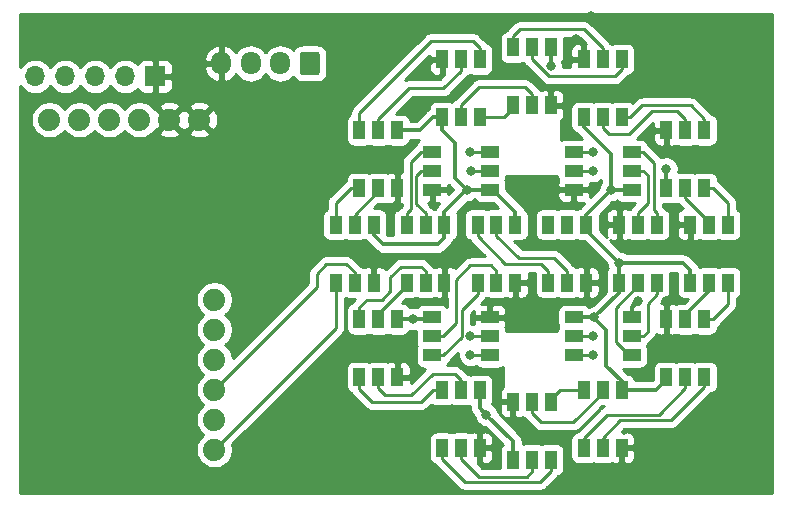
<source format=gbr>
G04 #@! TF.GenerationSoftware,KiCad,Pcbnew,5.1.4*
G04 #@! TF.CreationDate,2019-11-19T13:40:08+01:00*
G04 #@! TF.ProjectId,lamp,6c616d70-2e6b-4696-9361-645f70636258,rev?*
G04 #@! TF.SameCoordinates,Original*
G04 #@! TF.FileFunction,Copper,L1,Top*
G04 #@! TF.FilePolarity,Positive*
%FSLAX46Y46*%
G04 Gerber Fmt 4.6, Leading zero omitted, Abs format (unit mm)*
G04 Created by KiCad (PCBNEW 5.1.4) date 2019-11-19 13:40:08*
%MOMM*%
%LPD*%
G04 APERTURE LIST*
%ADD10O,1.700000X1.950000*%
%ADD11C,0.100000*%
%ADD12C,1.700000*%
%ADD13C,1.879600*%
%ADD14O,1.700000X1.700000*%
%ADD15R,1.700000X1.700000*%
%ADD16R,1.000000X1.500000*%
%ADD17R,1.500000X1.000000*%
%ADD18C,0.800000*%
%ADD19C,0.250000*%
%ADD20C,0.350000*%
%ADD21C,0.254000*%
G04 APERTURE END LIST*
D10*
X37700000Y-108900000D03*
X40200000Y-108900000D03*
X42700000Y-108900000D03*
D11*
G36*
X45824504Y-107926204D02*
G01*
X45848773Y-107929804D01*
X45872571Y-107935765D01*
X45895671Y-107944030D01*
X45917849Y-107954520D01*
X45938893Y-107967133D01*
X45958598Y-107981747D01*
X45976777Y-107998223D01*
X45993253Y-108016402D01*
X46007867Y-108036107D01*
X46020480Y-108057151D01*
X46030970Y-108079329D01*
X46039235Y-108102429D01*
X46045196Y-108126227D01*
X46048796Y-108150496D01*
X46050000Y-108175000D01*
X46050000Y-109625000D01*
X46048796Y-109649504D01*
X46045196Y-109673773D01*
X46039235Y-109697571D01*
X46030970Y-109720671D01*
X46020480Y-109742849D01*
X46007867Y-109763893D01*
X45993253Y-109783598D01*
X45976777Y-109801777D01*
X45958598Y-109818253D01*
X45938893Y-109832867D01*
X45917849Y-109845480D01*
X45895671Y-109855970D01*
X45872571Y-109864235D01*
X45848773Y-109870196D01*
X45824504Y-109873796D01*
X45800000Y-109875000D01*
X44600000Y-109875000D01*
X44575496Y-109873796D01*
X44551227Y-109870196D01*
X44527429Y-109864235D01*
X44504329Y-109855970D01*
X44482151Y-109845480D01*
X44461107Y-109832867D01*
X44441402Y-109818253D01*
X44423223Y-109801777D01*
X44406747Y-109783598D01*
X44392133Y-109763893D01*
X44379520Y-109742849D01*
X44369030Y-109720671D01*
X44360765Y-109697571D01*
X44354804Y-109673773D01*
X44351204Y-109649504D01*
X44350000Y-109625000D01*
X44350000Y-108175000D01*
X44351204Y-108150496D01*
X44354804Y-108126227D01*
X44360765Y-108102429D01*
X44369030Y-108079329D01*
X44379520Y-108057151D01*
X44392133Y-108036107D01*
X44406747Y-108016402D01*
X44423223Y-107998223D01*
X44441402Y-107981747D01*
X44461107Y-107967133D01*
X44482151Y-107954520D01*
X44504329Y-107944030D01*
X44527429Y-107935765D01*
X44551227Y-107929804D01*
X44575496Y-107926204D01*
X44600000Y-107925000D01*
X45800000Y-107925000D01*
X45824504Y-107926204D01*
X45824504Y-107926204D01*
G37*
D12*
X45200000Y-108900000D03*
D13*
X37120000Y-131440000D03*
X37120000Y-141600000D03*
X35850000Y-113660000D03*
X30770000Y-113660000D03*
X37120000Y-139060000D03*
X25690000Y-113660000D03*
X33310000Y-113660000D03*
X23150000Y-113660000D03*
X28230000Y-113660000D03*
X37120000Y-133980000D03*
X37120000Y-136520000D03*
X37120000Y-128900000D03*
D14*
X21940000Y-110000000D03*
X24480000Y-110000000D03*
X27020000Y-110000000D03*
X29560000Y-110000000D03*
D15*
X32100000Y-110000000D03*
D16*
X74600000Y-122550000D03*
X73000000Y-122550000D03*
X71400000Y-122550000D03*
X74600000Y-127450000D03*
X73000000Y-127450000D03*
X71400000Y-127450000D03*
X68600000Y-122550000D03*
X67000000Y-122550000D03*
X65400000Y-122550000D03*
X68600000Y-127450000D03*
X67000000Y-127450000D03*
X65400000Y-127450000D03*
X59400000Y-127450000D03*
X61000000Y-127450000D03*
X62600000Y-127450000D03*
X59400000Y-122550000D03*
X61000000Y-122550000D03*
X62600000Y-122550000D03*
D17*
X60450000Y-133600000D03*
X60450000Y-132000000D03*
X60450000Y-130400000D03*
X55550000Y-133600000D03*
X55550000Y-132000000D03*
X55550000Y-130400000D03*
X67550000Y-130400000D03*
X67550000Y-132000000D03*
X67550000Y-133600000D03*
X72450000Y-130400000D03*
X72450000Y-132000000D03*
X72450000Y-133600000D03*
X67550000Y-116400000D03*
X67550000Y-118000000D03*
X67550000Y-119600000D03*
X72450000Y-116400000D03*
X72450000Y-118000000D03*
X72450000Y-119600000D03*
X55550000Y-116400000D03*
X55550000Y-118000000D03*
X55550000Y-119600000D03*
X60450000Y-116400000D03*
X60450000Y-118000000D03*
X60450000Y-119600000D03*
D16*
X53400000Y-127450000D03*
X55000000Y-127450000D03*
X56600000Y-127450000D03*
X53400000Y-122550000D03*
X55000000Y-122550000D03*
X56600000Y-122550000D03*
X49400000Y-135450000D03*
X51000000Y-135450000D03*
X52600000Y-135450000D03*
X49400000Y-130550000D03*
X51000000Y-130550000D03*
X52600000Y-130550000D03*
X56400000Y-141450000D03*
X58000000Y-141450000D03*
X59600000Y-141450000D03*
X56400000Y-136550000D03*
X58000000Y-136550000D03*
X59600000Y-136550000D03*
X65600000Y-137550000D03*
X64000000Y-137550000D03*
X62400000Y-137550000D03*
X65600000Y-142450000D03*
X64000000Y-142450000D03*
X62400000Y-142450000D03*
X68400000Y-141450000D03*
X70000000Y-141450000D03*
X71600000Y-141450000D03*
X68400000Y-136550000D03*
X70000000Y-136550000D03*
X71600000Y-136550000D03*
X75400000Y-135450000D03*
X77000000Y-135450000D03*
X78600000Y-135450000D03*
X75400000Y-130550000D03*
X77000000Y-130550000D03*
X78600000Y-130550000D03*
X80600000Y-122550000D03*
X79000000Y-122550000D03*
X77400000Y-122550000D03*
X80600000Y-127450000D03*
X79000000Y-127450000D03*
X77400000Y-127450000D03*
X75400000Y-119450000D03*
X77000000Y-119450000D03*
X78600000Y-119450000D03*
X75400000Y-114550000D03*
X77000000Y-114550000D03*
X78600000Y-114550000D03*
X71600000Y-108550000D03*
X70000000Y-108550000D03*
X68400000Y-108550000D03*
X71600000Y-113450000D03*
X70000000Y-113450000D03*
X68400000Y-113450000D03*
X62400000Y-112450000D03*
X64000000Y-112450000D03*
X65600000Y-112450000D03*
X62400000Y-107550000D03*
X64000000Y-107550000D03*
X65600000Y-107550000D03*
X59600000Y-108550000D03*
X58000000Y-108550000D03*
X56400000Y-108550000D03*
X59600000Y-113450000D03*
X58000000Y-113450000D03*
X56400000Y-113450000D03*
X47400000Y-127450000D03*
X49000000Y-127450000D03*
X50600000Y-127450000D03*
X47400000Y-122550000D03*
X49000000Y-122550000D03*
X50600000Y-122550000D03*
X49400000Y-119450000D03*
X51000000Y-119450000D03*
X52600000Y-119450000D03*
X49400000Y-114550000D03*
X51000000Y-114550000D03*
X52600000Y-114550000D03*
D18*
X69200000Y-116400000D03*
X58800000Y-116400000D03*
X69200000Y-118000000D03*
X58823015Y-117976985D03*
X58800000Y-133600000D03*
X69200000Y-133600000D03*
X58800000Y-132000000D03*
X69200000Y-132000000D03*
X75400000Y-117800000D03*
X60150000Y-138650000D03*
X70700000Y-119600000D03*
X69300000Y-130400000D03*
X65600000Y-109100000D03*
X58500000Y-119600000D03*
X53950000Y-130550000D03*
X71400000Y-125800000D03*
X67700000Y-106800000D03*
X69000000Y-104900000D03*
X65500000Y-120400000D03*
X71400000Y-124200000D03*
X68600000Y-125900000D03*
X73000000Y-129000000D03*
X75400000Y-129000000D03*
X55600000Y-120900000D03*
X52600000Y-120900000D03*
X54500000Y-109800000D03*
X52300000Y-107600000D03*
D19*
X48650000Y-119450000D02*
X49400000Y-119450000D01*
X47400000Y-120700000D02*
X48650000Y-119450000D01*
X47400000Y-122550000D02*
X47400000Y-120700000D01*
X51000000Y-119700000D02*
X51000000Y-119450000D01*
X49000000Y-121700000D02*
X51000000Y-119700000D01*
X49000000Y-122550000D02*
X49000000Y-121700000D01*
X49400000Y-113100000D02*
X55500000Y-107000000D01*
X49400000Y-114550000D02*
X49400000Y-113100000D01*
X55500000Y-107000000D02*
X59000000Y-107000000D01*
X59600000Y-107600000D02*
X59600000Y-108550000D01*
X59000000Y-107000000D02*
X59600000Y-107600000D01*
X58000000Y-109500000D02*
X58000000Y-108550000D01*
X56500000Y-111000000D02*
X58000000Y-109500000D01*
X53600000Y-111000000D02*
X56500000Y-111000000D01*
X51000000Y-114550000D02*
X51000000Y-113600000D01*
X51000000Y-113600000D02*
X53600000Y-111000000D01*
X62400000Y-112700000D02*
X62400000Y-112450000D01*
X61650000Y-113450000D02*
X62400000Y-112700000D01*
X59600000Y-113450000D02*
X61650000Y-113450000D01*
X64000000Y-111500000D02*
X64000000Y-112450000D01*
X59550000Y-110900000D02*
X63400000Y-110900000D01*
X63400000Y-110900000D02*
X64000000Y-111500000D01*
X58000000Y-113450000D02*
X58000000Y-112450000D01*
X58000000Y-112450000D02*
X59550000Y-110900000D01*
X78600000Y-113600000D02*
X78600000Y-114550000D01*
X77450000Y-112450000D02*
X78600000Y-113600000D01*
X71600000Y-113450000D02*
X72350000Y-113450000D01*
X73350000Y-112450000D02*
X77450000Y-112450000D01*
X72350000Y-113450000D02*
X73350000Y-112450000D01*
X77000000Y-113600000D02*
X77000000Y-114550000D01*
X76300000Y-112900000D02*
X77000000Y-113600000D01*
X70000000Y-114400000D02*
X70500000Y-114900000D01*
X70000000Y-113450000D02*
X70000000Y-114400000D01*
X74200000Y-112900000D02*
X76300000Y-112900000D01*
X70500000Y-114900000D02*
X72200000Y-114900000D01*
X72200000Y-114900000D02*
X74200000Y-112900000D01*
X80600000Y-121550000D02*
X80600000Y-122550000D01*
X80600000Y-120700000D02*
X80600000Y-121550000D01*
X79350000Y-119450000D02*
X80600000Y-120700000D01*
X78600000Y-119450000D02*
X79350000Y-119450000D01*
X79000000Y-122300000D02*
X79000000Y-122550000D01*
X77000000Y-120300000D02*
X79000000Y-122300000D01*
X77000000Y-119450000D02*
X77000000Y-120300000D01*
X79350000Y-130550000D02*
X78600000Y-130550000D01*
X80600000Y-127450000D02*
X80600000Y-129300000D01*
X80600000Y-129300000D02*
X79350000Y-130550000D01*
X77000000Y-130100000D02*
X77000000Y-130550000D01*
X79000000Y-127450000D02*
X79000000Y-128100000D01*
X79000000Y-128100000D02*
X77000000Y-130100000D01*
X65600000Y-137300000D02*
X65600000Y-137550000D01*
X66350000Y-136550000D02*
X65600000Y-137300000D01*
X68400000Y-136550000D02*
X66350000Y-136550000D01*
X64800000Y-139300000D02*
X64000000Y-138500000D01*
X67500000Y-139300000D02*
X64800000Y-139300000D01*
X70000000Y-136550000D02*
X70000000Y-136800000D01*
X64000000Y-138500000D02*
X64000000Y-137550000D01*
X70000000Y-136800000D02*
X67500000Y-139300000D01*
X56400000Y-142400000D02*
X56400000Y-141450000D01*
X58350011Y-144350011D02*
X56400000Y-142400000D01*
X64649989Y-144350011D02*
X58350011Y-144350011D01*
X65600000Y-142450000D02*
X65600000Y-143400000D01*
X65600000Y-143400000D02*
X64649989Y-144350011D01*
X59500000Y-143900000D02*
X58000000Y-142400000D01*
X63550000Y-143900000D02*
X59500000Y-143900000D01*
X64000000Y-142450000D02*
X64000000Y-143450000D01*
X58000000Y-142400000D02*
X58000000Y-141450000D01*
X64000000Y-143450000D02*
X63550000Y-143900000D01*
X50450000Y-137550000D02*
X49400000Y-136500000D01*
X54650000Y-137550000D02*
X50450000Y-137550000D01*
X56400000Y-136550000D02*
X55650000Y-136550000D01*
X49400000Y-136500000D02*
X49400000Y-135450000D01*
X55650000Y-136550000D02*
X54650000Y-137550000D01*
X58000000Y-135700000D02*
X57500000Y-135200000D01*
X58000000Y-136550000D02*
X58000000Y-135700000D01*
X51000000Y-136400000D02*
X51000000Y-135450000D01*
X51600000Y-137000000D02*
X51000000Y-136400000D01*
X57500000Y-135200000D02*
X55600000Y-135200000D01*
X55600000Y-135200000D02*
X53800000Y-137000000D01*
X53800000Y-137000000D02*
X51600000Y-137000000D01*
X53749989Y-117250011D02*
X54600000Y-116400000D01*
X53749989Y-121250011D02*
X53749989Y-117250011D01*
X54600000Y-116400000D02*
X55550000Y-116400000D01*
X53400000Y-122550000D02*
X53400000Y-121600000D01*
X53400000Y-121600000D02*
X53749989Y-121250011D01*
X54600000Y-118000000D02*
X55550000Y-118000000D01*
X54200000Y-118400000D02*
X54600000Y-118000000D01*
X54200000Y-120800000D02*
X54200000Y-118400000D01*
X55000000Y-122550000D02*
X55000000Y-121600000D01*
X55000000Y-121600000D02*
X54200000Y-120800000D01*
X67550000Y-116400000D02*
X69200000Y-116400000D01*
X60450000Y-116400000D02*
X58800000Y-116400000D01*
X67550000Y-118000000D02*
X69200000Y-118000000D01*
X58846030Y-118000000D02*
X58823015Y-117976985D01*
X60450000Y-118000000D02*
X58846030Y-118000000D01*
X74600000Y-121600000D02*
X74600000Y-122550000D01*
X74350009Y-121350009D02*
X74600000Y-121600000D01*
X74350009Y-117300009D02*
X74350009Y-121350009D01*
X72450000Y-116400000D02*
X73450000Y-116400000D01*
X73450000Y-116400000D02*
X74350009Y-117300009D01*
X73800000Y-118350000D02*
X73800000Y-120750000D01*
X73000000Y-121550000D02*
X73000000Y-122550000D01*
X73800000Y-120750000D02*
X73000000Y-121550000D01*
X72450000Y-118000000D02*
X73450000Y-118000000D01*
X73450000Y-118000000D02*
X73800000Y-118350000D01*
X60450000Y-133600000D02*
X58800000Y-133600000D01*
X67550000Y-133600000D02*
X69200000Y-133600000D01*
X60450000Y-132000000D02*
X58800000Y-132000000D01*
X67550000Y-132000000D02*
X69200000Y-132000000D01*
X59400000Y-128450000D02*
X59400000Y-127450000D01*
X58050011Y-129799989D02*
X59400000Y-128450000D01*
X58050011Y-132049989D02*
X58050011Y-129799989D01*
X55550000Y-133600000D02*
X56500000Y-133600000D01*
X56500000Y-133600000D02*
X58050011Y-132049989D01*
X60500000Y-126000000D02*
X61000000Y-126500000D01*
X56500000Y-132000000D02*
X57600000Y-130900000D01*
X57600000Y-127200000D02*
X58800000Y-126000000D01*
X55550000Y-132000000D02*
X56500000Y-132000000D01*
X61000000Y-126500000D02*
X61000000Y-127450000D01*
X57600000Y-130900000D02*
X57600000Y-127200000D01*
X58800000Y-126000000D02*
X60500000Y-126000000D01*
X65400000Y-126500000D02*
X65400000Y-127450000D01*
X61750000Y-125900000D02*
X64800000Y-125900000D01*
X64800000Y-125900000D02*
X65400000Y-126500000D01*
X59400000Y-122550000D02*
X59400000Y-123550000D01*
X59400000Y-123550000D02*
X61750000Y-125900000D01*
X67000000Y-126500000D02*
X67000000Y-127450000D01*
X62900000Y-125400000D02*
X65900000Y-125400000D01*
X65900000Y-125400000D02*
X67000000Y-126500000D01*
X61000000Y-122550000D02*
X61000000Y-123500000D01*
X61000000Y-123500000D02*
X62900000Y-125400000D01*
D20*
X75400000Y-117800000D02*
X75400000Y-119550000D01*
X59600000Y-136800000D02*
X59600000Y-136550000D01*
X59600000Y-138100000D02*
X59600000Y-136800000D01*
X62400000Y-142450000D02*
X62400000Y-140900000D01*
X62400000Y-140900000D02*
X60150000Y-138650000D01*
X60150000Y-138650000D02*
X59600000Y-138100000D01*
X70700000Y-119600000D02*
X70700000Y-119600000D01*
X68600000Y-122550000D02*
X68600000Y-121700000D01*
X68600000Y-121700000D02*
X70700000Y-119600000D01*
X68400000Y-114300000D02*
X68400000Y-113450000D01*
X70700000Y-119600000D02*
X70700000Y-116600000D01*
X70700000Y-116600000D02*
X68400000Y-114300000D01*
X70700000Y-119600000D02*
X72450000Y-119600000D01*
X71400000Y-128300000D02*
X71400000Y-127450000D01*
X67550000Y-130400000D02*
X69300000Y-130400000D01*
X69300000Y-130400000D02*
X69300000Y-130400000D01*
X69300000Y-130400000D02*
X71400000Y-128300000D01*
X70300000Y-134500000D02*
X70300000Y-131500000D01*
X70300000Y-131500000D02*
X69200000Y-130400000D01*
X68650000Y-130400000D02*
X67550000Y-130400000D01*
X71600000Y-135800000D02*
X70300000Y-134500000D01*
X71600000Y-136550000D02*
X71600000Y-135800000D01*
X69200000Y-130400000D02*
X68650000Y-130400000D01*
X75400000Y-135700000D02*
X75400000Y-135450000D01*
X74550000Y-136550000D02*
X75400000Y-135700000D01*
X71600000Y-136550000D02*
X74550000Y-136550000D01*
X65600000Y-107550000D02*
X65600000Y-109100000D01*
X55650000Y-113450000D02*
X56400000Y-113450000D01*
X52600000Y-114550000D02*
X54550000Y-114550000D01*
X54550000Y-114550000D02*
X55650000Y-113450000D01*
X60450000Y-119600000D02*
X59000000Y-119600000D01*
X58500000Y-119600000D02*
X58500000Y-119600000D01*
X56600000Y-121450000D02*
X58450000Y-119600000D01*
X58450000Y-119600000D02*
X59000000Y-119600000D01*
X56600000Y-122550000D02*
X56600000Y-121450000D01*
X57500000Y-115650000D02*
X56400000Y-114550000D01*
X57500000Y-118600000D02*
X57500000Y-115650000D01*
X58500000Y-119600000D02*
X57500000Y-118600000D01*
X59000000Y-119600000D02*
X58500000Y-119600000D01*
X56400000Y-114550000D02*
X56400000Y-113450000D01*
X62600000Y-121450000D02*
X62600000Y-122550000D01*
X60750000Y-119600000D02*
X62600000Y-121450000D01*
X60450000Y-119600000D02*
X60750000Y-119600000D01*
X55400000Y-130550000D02*
X55550000Y-130400000D01*
X52600000Y-130550000D02*
X53950000Y-130550000D01*
X53950000Y-130550000D02*
X55400000Y-130550000D01*
X50600000Y-123400000D02*
X50600000Y-122550000D01*
X51400000Y-124200000D02*
X50600000Y-123400000D01*
X56050000Y-124200000D02*
X51400000Y-124200000D01*
X56600000Y-122550000D02*
X56600000Y-123650000D01*
X56600000Y-123650000D02*
X56050000Y-124200000D01*
X71400000Y-127450000D02*
X71400000Y-125800000D01*
X68600000Y-123000000D02*
X71400000Y-125800000D01*
X68600000Y-122550000D02*
X68600000Y-123000000D01*
X71400000Y-125800000D02*
X71400000Y-125800000D01*
X71400000Y-125800000D02*
X76800000Y-125800000D01*
X77400000Y-126400000D02*
X77400000Y-127450000D01*
X76800000Y-125800000D02*
X77400000Y-126400000D01*
X68400000Y-108550000D02*
X68400000Y-107500000D01*
X68400000Y-107500000D02*
X67700000Y-106800000D01*
X67550000Y-119600000D02*
X66300000Y-119600000D01*
X66300000Y-119600000D02*
X65500000Y-120400000D01*
X71400000Y-123700000D02*
X71400000Y-122550000D01*
X71400000Y-124200000D02*
X71400000Y-123700000D01*
X68600000Y-125900000D02*
X68600000Y-127450000D01*
X72450000Y-130400000D02*
X72450000Y-129550000D01*
X72450000Y-129550000D02*
X73000000Y-129000000D01*
X55550000Y-119600000D02*
X55550000Y-120850000D01*
X55550000Y-120850000D02*
X55600000Y-120900000D01*
X56400000Y-108550000D02*
X55750000Y-108550000D01*
X55750000Y-108550000D02*
X54500000Y-109800000D01*
D19*
X45800000Y-127840000D02*
X37120000Y-136520000D01*
X49000000Y-126600000D02*
X48300000Y-125900000D01*
X46600000Y-125900000D02*
X45800000Y-126700000D01*
X49000000Y-127450000D02*
X49000000Y-126600000D01*
X48300000Y-125900000D02*
X46600000Y-125900000D01*
X45800000Y-126700000D02*
X45800000Y-127840000D01*
X47400000Y-131320000D02*
X37120000Y-141600000D01*
X47400000Y-127450000D02*
X47400000Y-131320000D01*
X70000000Y-107600000D02*
X70000000Y-108550000D01*
X62400000Y-107550000D02*
X62400000Y-106600000D01*
X68400000Y-106000000D02*
X70000000Y-107600000D01*
X63000000Y-106000000D02*
X68400000Y-106000000D01*
X62400000Y-106600000D02*
X63000000Y-106000000D01*
X71000000Y-110000000D02*
X71600000Y-109400000D01*
X65450000Y-110000000D02*
X71000000Y-110000000D01*
X64000000Y-107550000D02*
X64000000Y-108550000D01*
X71600000Y-109400000D02*
X71600000Y-108550000D01*
X64000000Y-108550000D02*
X65450000Y-110000000D01*
X70000000Y-140600000D02*
X70000000Y-141450000D01*
X71500000Y-139100000D02*
X70000000Y-140600000D01*
X75800000Y-139100000D02*
X71500000Y-139100000D01*
X78600000Y-135450000D02*
X78600000Y-136300000D01*
X78600000Y-136300000D02*
X75800000Y-139100000D01*
X68400000Y-140600000D02*
X68400000Y-141450000D01*
X74750011Y-138649989D02*
X70350011Y-138649989D01*
X70350011Y-138649989D02*
X68400000Y-140600000D01*
X77000000Y-135450000D02*
X77000000Y-136400000D01*
X77000000Y-136400000D02*
X74750011Y-138649989D01*
X49650000Y-130550000D02*
X49500000Y-130400000D01*
X49400000Y-130550000D02*
X49650000Y-130550000D01*
X49400000Y-130550000D02*
X49400000Y-129550000D01*
X55000000Y-126500000D02*
X55000000Y-127450000D01*
X54600000Y-126100000D02*
X55000000Y-126500000D01*
X49400000Y-129550000D02*
X50050000Y-128900000D01*
X50050000Y-128900000D02*
X51300000Y-128900000D01*
X52914998Y-126100000D02*
X54600000Y-126100000D01*
X52000000Y-127014998D02*
X52914998Y-126100000D01*
X52000000Y-128200000D02*
X52000000Y-127014998D01*
X51300000Y-128900000D02*
X52000000Y-128200000D01*
X53400000Y-127700000D02*
X53400000Y-127450000D01*
X51000000Y-130100000D02*
X53400000Y-127700000D01*
X51000000Y-130550000D02*
X51000000Y-130100000D01*
X73800000Y-129250000D02*
X73800000Y-131600000D01*
X73400000Y-132000000D02*
X72450000Y-132000000D01*
X74600000Y-127450000D02*
X74600000Y-128450000D01*
X73800000Y-131600000D02*
X73400000Y-132000000D01*
X74600000Y-128450000D02*
X73800000Y-129250000D01*
X73000000Y-127450000D02*
X73000000Y-127700000D01*
X71100000Y-132500000D02*
X72200000Y-133600000D01*
X71100000Y-129600000D02*
X71100000Y-132500000D01*
X73000000Y-127700000D02*
X71100000Y-129600000D01*
X72200000Y-133600000D02*
X72450000Y-133600000D01*
D21*
G36*
X84305000Y-145305000D02*
G01*
X20695000Y-145305000D01*
X20695000Y-128744896D01*
X35545200Y-128744896D01*
X35545200Y-129055104D01*
X35605718Y-129359352D01*
X35724430Y-129645948D01*
X35896773Y-129903877D01*
X36116123Y-130123227D01*
X36186124Y-130170000D01*
X36116123Y-130216773D01*
X35896773Y-130436123D01*
X35724430Y-130694052D01*
X35605718Y-130980648D01*
X35545200Y-131284896D01*
X35545200Y-131595104D01*
X35605718Y-131899352D01*
X35724430Y-132185948D01*
X35896773Y-132443877D01*
X36116123Y-132663227D01*
X36186124Y-132710000D01*
X36116123Y-132756773D01*
X35896773Y-132976123D01*
X35724430Y-133234052D01*
X35605718Y-133520648D01*
X35545200Y-133824896D01*
X35545200Y-134135104D01*
X35605718Y-134439352D01*
X35724430Y-134725948D01*
X35896773Y-134983877D01*
X36116123Y-135203227D01*
X36186124Y-135250000D01*
X36116123Y-135296773D01*
X35896773Y-135516123D01*
X35724430Y-135774052D01*
X35605718Y-136060648D01*
X35545200Y-136364896D01*
X35545200Y-136675104D01*
X35605718Y-136979352D01*
X35724430Y-137265948D01*
X35896773Y-137523877D01*
X36116123Y-137743227D01*
X36186124Y-137790000D01*
X36116123Y-137836773D01*
X35896773Y-138056123D01*
X35724430Y-138314052D01*
X35605718Y-138600648D01*
X35545200Y-138904896D01*
X35545200Y-139215104D01*
X35605718Y-139519352D01*
X35724430Y-139805948D01*
X35896773Y-140063877D01*
X36116123Y-140283227D01*
X36186124Y-140330000D01*
X36116123Y-140376773D01*
X35896773Y-140596123D01*
X35724430Y-140854052D01*
X35605718Y-141140648D01*
X35545200Y-141444896D01*
X35545200Y-141755104D01*
X35605718Y-142059352D01*
X35724430Y-142345948D01*
X35896773Y-142603877D01*
X36116123Y-142823227D01*
X36374052Y-142995570D01*
X36660648Y-143114282D01*
X36964896Y-143174800D01*
X37275104Y-143174800D01*
X37579352Y-143114282D01*
X37865948Y-142995570D01*
X38123877Y-142823227D01*
X38343227Y-142603877D01*
X38515570Y-142345948D01*
X38634282Y-142059352D01*
X38694800Y-141755104D01*
X38694800Y-141444896D01*
X38637579Y-141157222D01*
X47911008Y-131883795D01*
X47940001Y-131860001D01*
X47963795Y-131831008D01*
X47963799Y-131831004D01*
X48031108Y-131748987D01*
X48034974Y-131744276D01*
X48105546Y-131612247D01*
X48149003Y-131468986D01*
X48160000Y-131357333D01*
X48160000Y-131357324D01*
X48163676Y-131320001D01*
X48160000Y-131282678D01*
X48160000Y-128781046D01*
X48200000Y-128759665D01*
X48255820Y-128789502D01*
X48375518Y-128825812D01*
X48500000Y-128838072D01*
X49037127Y-128838072D01*
X48888998Y-128986201D01*
X48860000Y-129009999D01*
X48836202Y-129038997D01*
X48836201Y-129038998D01*
X48765026Y-129125724D01*
X48732078Y-129187365D01*
X48655820Y-129210498D01*
X48545506Y-129269463D01*
X48448815Y-129348815D01*
X48369463Y-129445506D01*
X48310498Y-129555820D01*
X48274188Y-129675518D01*
X48261928Y-129800000D01*
X48261928Y-131300000D01*
X48274188Y-131424482D01*
X48310498Y-131544180D01*
X48369463Y-131654494D01*
X48448815Y-131751185D01*
X48545506Y-131830537D01*
X48655820Y-131889502D01*
X48775518Y-131925812D01*
X48900000Y-131938072D01*
X49900000Y-131938072D01*
X50024482Y-131925812D01*
X50144180Y-131889502D01*
X50200000Y-131859665D01*
X50255820Y-131889502D01*
X50375518Y-131925812D01*
X50500000Y-131938072D01*
X51500000Y-131938072D01*
X51624482Y-131925812D01*
X51744180Y-131889502D01*
X51800000Y-131859665D01*
X51855820Y-131889502D01*
X51975518Y-131925812D01*
X52100000Y-131938072D01*
X53100000Y-131938072D01*
X53224482Y-131925812D01*
X53344180Y-131889502D01*
X53454494Y-131830537D01*
X53551185Y-131751185D01*
X53630537Y-131654494D01*
X53685018Y-131552569D01*
X53848061Y-131585000D01*
X54051939Y-131585000D01*
X54161928Y-131563122D01*
X54161928Y-132500000D01*
X54174188Y-132624482D01*
X54210498Y-132744180D01*
X54240335Y-132800000D01*
X54210498Y-132855820D01*
X54174188Y-132975518D01*
X54161928Y-133100000D01*
X54161928Y-134100000D01*
X54174188Y-134224482D01*
X54210498Y-134344180D01*
X54269463Y-134454494D01*
X54348815Y-134551185D01*
X54445506Y-134630537D01*
X54555820Y-134689502D01*
X54675518Y-134725812D01*
X54800000Y-134738072D01*
X54987125Y-134738072D01*
X53736673Y-135988526D01*
X53735000Y-135735750D01*
X53576250Y-135577000D01*
X52727000Y-135577000D01*
X52727000Y-135597000D01*
X52473000Y-135597000D01*
X52473000Y-135577000D01*
X52453000Y-135577000D01*
X52453000Y-135323000D01*
X52473000Y-135323000D01*
X52473000Y-134223750D01*
X52727000Y-134223750D01*
X52727000Y-135323000D01*
X53576250Y-135323000D01*
X53735000Y-135164250D01*
X53738072Y-134700000D01*
X53725812Y-134575518D01*
X53689502Y-134455820D01*
X53630537Y-134345506D01*
X53551185Y-134248815D01*
X53454494Y-134169463D01*
X53344180Y-134110498D01*
X53224482Y-134074188D01*
X53100000Y-134061928D01*
X52885750Y-134065000D01*
X52727000Y-134223750D01*
X52473000Y-134223750D01*
X52314250Y-134065000D01*
X52100000Y-134061928D01*
X51975518Y-134074188D01*
X51855820Y-134110498D01*
X51800000Y-134140335D01*
X51744180Y-134110498D01*
X51624482Y-134074188D01*
X51500000Y-134061928D01*
X50500000Y-134061928D01*
X50375518Y-134074188D01*
X50255820Y-134110498D01*
X50200000Y-134140335D01*
X50144180Y-134110498D01*
X50024482Y-134074188D01*
X49900000Y-134061928D01*
X48900000Y-134061928D01*
X48775518Y-134074188D01*
X48655820Y-134110498D01*
X48545506Y-134169463D01*
X48448815Y-134248815D01*
X48369463Y-134345506D01*
X48310498Y-134455820D01*
X48274188Y-134575518D01*
X48261928Y-134700000D01*
X48261928Y-136200000D01*
X48274188Y-136324482D01*
X48310498Y-136444180D01*
X48369463Y-136554494D01*
X48448815Y-136651185D01*
X48545506Y-136730537D01*
X48655820Y-136789502D01*
X48700180Y-136802958D01*
X48765026Y-136924276D01*
X48793349Y-136958787D01*
X48859999Y-137040001D01*
X48889002Y-137063804D01*
X49886201Y-138061003D01*
X49909999Y-138090001D01*
X50025724Y-138184974D01*
X50157753Y-138255546D01*
X50301014Y-138299003D01*
X50412667Y-138310000D01*
X50412676Y-138310000D01*
X50449999Y-138313676D01*
X50487322Y-138310000D01*
X54612678Y-138310000D01*
X54650000Y-138313676D01*
X54687322Y-138310000D01*
X54687333Y-138310000D01*
X54798986Y-138299003D01*
X54942247Y-138255546D01*
X55074276Y-138184974D01*
X55190001Y-138090001D01*
X55213804Y-138060998D01*
X55489899Y-137784902D01*
X55545506Y-137830537D01*
X55655820Y-137889502D01*
X55775518Y-137925812D01*
X55900000Y-137938072D01*
X56900000Y-137938072D01*
X57024482Y-137925812D01*
X57144180Y-137889502D01*
X57200000Y-137859665D01*
X57255820Y-137889502D01*
X57375518Y-137925812D01*
X57500000Y-137938072D01*
X58500000Y-137938072D01*
X58624482Y-137925812D01*
X58744180Y-137889502D01*
X58790000Y-137865010D01*
X58790000Y-138060211D01*
X58786081Y-138100000D01*
X58790000Y-138139788D01*
X58790000Y-138139790D01*
X58801720Y-138258787D01*
X58848037Y-138411472D01*
X58848038Y-138411473D01*
X58923251Y-138552189D01*
X58953460Y-138588998D01*
X59024472Y-138675528D01*
X59055387Y-138700899D01*
X59117129Y-138762641D01*
X59154774Y-138951898D01*
X59232795Y-139140256D01*
X59346063Y-139309774D01*
X59490226Y-139453937D01*
X59659744Y-139567205D01*
X59848102Y-139645226D01*
X60037359Y-139682871D01*
X61533667Y-141179179D01*
X61448815Y-141248815D01*
X61369463Y-141345506D01*
X61310498Y-141455820D01*
X61274188Y-141575518D01*
X61261928Y-141700000D01*
X61261928Y-143140000D01*
X59814802Y-143140000D01*
X59412026Y-142737224D01*
X59473000Y-142676250D01*
X59473000Y-141577000D01*
X59727000Y-141577000D01*
X59727000Y-142676250D01*
X59885750Y-142835000D01*
X60100000Y-142838072D01*
X60224482Y-142825812D01*
X60344180Y-142789502D01*
X60454494Y-142730537D01*
X60551185Y-142651185D01*
X60630537Y-142554494D01*
X60689502Y-142444180D01*
X60725812Y-142324482D01*
X60738072Y-142200000D01*
X60735000Y-141735750D01*
X60576250Y-141577000D01*
X59727000Y-141577000D01*
X59473000Y-141577000D01*
X59453000Y-141577000D01*
X59453000Y-141323000D01*
X59473000Y-141323000D01*
X59473000Y-140223750D01*
X59727000Y-140223750D01*
X59727000Y-141323000D01*
X60576250Y-141323000D01*
X60735000Y-141164250D01*
X60738072Y-140700000D01*
X60725812Y-140575518D01*
X60689502Y-140455820D01*
X60630537Y-140345506D01*
X60551185Y-140248815D01*
X60454494Y-140169463D01*
X60344180Y-140110498D01*
X60224482Y-140074188D01*
X60100000Y-140061928D01*
X59885750Y-140065000D01*
X59727000Y-140223750D01*
X59473000Y-140223750D01*
X59314250Y-140065000D01*
X59100000Y-140061928D01*
X58975518Y-140074188D01*
X58855820Y-140110498D01*
X58800000Y-140140335D01*
X58744180Y-140110498D01*
X58624482Y-140074188D01*
X58500000Y-140061928D01*
X57500000Y-140061928D01*
X57375518Y-140074188D01*
X57255820Y-140110498D01*
X57200000Y-140140335D01*
X57144180Y-140110498D01*
X57024482Y-140074188D01*
X56900000Y-140061928D01*
X55900000Y-140061928D01*
X55775518Y-140074188D01*
X55655820Y-140110498D01*
X55545506Y-140169463D01*
X55448815Y-140248815D01*
X55369463Y-140345506D01*
X55310498Y-140455820D01*
X55274188Y-140575518D01*
X55261928Y-140700000D01*
X55261928Y-142200000D01*
X55274188Y-142324482D01*
X55310498Y-142444180D01*
X55369463Y-142554494D01*
X55448815Y-142651185D01*
X55545506Y-142730537D01*
X55655820Y-142789502D01*
X55763975Y-142822311D01*
X55765026Y-142824276D01*
X55794344Y-142860000D01*
X55859999Y-142940001D01*
X55889003Y-142963804D01*
X57786212Y-144861014D01*
X57810010Y-144890012D01*
X57839008Y-144913810D01*
X57925734Y-144984985D01*
X58057764Y-145055557D01*
X58201025Y-145099014D01*
X58312678Y-145110011D01*
X58312688Y-145110011D01*
X58350010Y-145113687D01*
X58387333Y-145110011D01*
X64612667Y-145110011D01*
X64649989Y-145113687D01*
X64687311Y-145110011D01*
X64687322Y-145110011D01*
X64798975Y-145099014D01*
X64942236Y-145055557D01*
X65074265Y-144984985D01*
X65189990Y-144890012D01*
X65213792Y-144861009D01*
X66111008Y-143963795D01*
X66140001Y-143940001D01*
X66163795Y-143911008D01*
X66163799Y-143911004D01*
X66234973Y-143824277D01*
X66236024Y-143822311D01*
X66344180Y-143789502D01*
X66454494Y-143730537D01*
X66551185Y-143651185D01*
X66630537Y-143554494D01*
X66689502Y-143444180D01*
X66725812Y-143324482D01*
X66738072Y-143200000D01*
X66738072Y-141700000D01*
X66725812Y-141575518D01*
X66689502Y-141455820D01*
X66630537Y-141345506D01*
X66551185Y-141248815D01*
X66454494Y-141169463D01*
X66344180Y-141110498D01*
X66224482Y-141074188D01*
X66100000Y-141061928D01*
X65100000Y-141061928D01*
X64975518Y-141074188D01*
X64855820Y-141110498D01*
X64800000Y-141140335D01*
X64744180Y-141110498D01*
X64624482Y-141074188D01*
X64500000Y-141061928D01*
X63500000Y-141061928D01*
X63375518Y-141074188D01*
X63255820Y-141110498D01*
X63210000Y-141134990D01*
X63210000Y-140939791D01*
X63213919Y-140900000D01*
X63198280Y-140741212D01*
X63151963Y-140588526D01*
X63076749Y-140447811D01*
X63000893Y-140355380D01*
X62975528Y-140324472D01*
X62944618Y-140299105D01*
X61182871Y-138537359D01*
X61145226Y-138348102D01*
X61125302Y-138300000D01*
X61261928Y-138300000D01*
X61274188Y-138424482D01*
X61310498Y-138544180D01*
X61369463Y-138654494D01*
X61448815Y-138751185D01*
X61545506Y-138830537D01*
X61655820Y-138889502D01*
X61775518Y-138925812D01*
X61900000Y-138938072D01*
X62114250Y-138935000D01*
X62273000Y-138776250D01*
X62273000Y-137677000D01*
X61423750Y-137677000D01*
X61265000Y-137835750D01*
X61261928Y-138300000D01*
X61125302Y-138300000D01*
X61067205Y-138159744D01*
X60953937Y-137990226D01*
X60809774Y-137846063D01*
X60640256Y-137732795D01*
X60585045Y-137709926D01*
X60630537Y-137654494D01*
X60689502Y-137544180D01*
X60725812Y-137424482D01*
X60738072Y-137300000D01*
X60738072Y-135800000D01*
X60725812Y-135675518D01*
X60689502Y-135555820D01*
X60630537Y-135445506D01*
X60551185Y-135348815D01*
X60454494Y-135269463D01*
X60344180Y-135210498D01*
X60224482Y-135174188D01*
X60100000Y-135161928D01*
X59100000Y-135161928D01*
X58975518Y-135174188D01*
X58855820Y-135210498D01*
X58800000Y-135240335D01*
X58744180Y-135210498D01*
X58624482Y-135174188D01*
X58545241Y-135166384D01*
X58540001Y-135159999D01*
X58510997Y-135136196D01*
X58063804Y-134689003D01*
X58040001Y-134659999D01*
X57924276Y-134565026D01*
X57792247Y-134494454D01*
X57648986Y-134450997D01*
X57537333Y-134440000D01*
X57537322Y-134440000D01*
X57500000Y-134436324D01*
X57462678Y-134440000D01*
X56838284Y-134440000D01*
X56889502Y-134344180D01*
X56922311Y-134236025D01*
X56924276Y-134234974D01*
X57040001Y-134140001D01*
X57063804Y-134110997D01*
X57786915Y-133387887D01*
X57765000Y-133498061D01*
X57765000Y-133701939D01*
X57804774Y-133901898D01*
X57882795Y-134090256D01*
X57996063Y-134259774D01*
X58140226Y-134403937D01*
X58309744Y-134517205D01*
X58498102Y-134595226D01*
X58698061Y-134635000D01*
X58901939Y-134635000D01*
X59101898Y-134595226D01*
X59238517Y-134538636D01*
X59248815Y-134551185D01*
X59345506Y-134630537D01*
X59455820Y-134689502D01*
X59575518Y-134725812D01*
X59700000Y-134738072D01*
X61200000Y-134738072D01*
X61324482Y-134725812D01*
X61444180Y-134689502D01*
X61554494Y-134630537D01*
X61573000Y-134615350D01*
X61573000Y-136254767D01*
X61545506Y-136269463D01*
X61448815Y-136348815D01*
X61369463Y-136445506D01*
X61310498Y-136555820D01*
X61274188Y-136675518D01*
X61261928Y-136800000D01*
X61265000Y-137264250D01*
X61423750Y-137423000D01*
X62273000Y-137423000D01*
X62273000Y-137403000D01*
X62527000Y-137403000D01*
X62527000Y-137423000D01*
X62547000Y-137423000D01*
X62547000Y-137677000D01*
X62527000Y-137677000D01*
X62527000Y-138776250D01*
X62685750Y-138935000D01*
X62900000Y-138938072D01*
X63024482Y-138925812D01*
X63144180Y-138889502D01*
X63200000Y-138859665D01*
X63255820Y-138889502D01*
X63363975Y-138922311D01*
X63365026Y-138924276D01*
X63387695Y-138951898D01*
X63459999Y-139040001D01*
X63489002Y-139063803D01*
X64236201Y-139811002D01*
X64259999Y-139840001D01*
X64375724Y-139934974D01*
X64507753Y-140005546D01*
X64651014Y-140049003D01*
X64762667Y-140060000D01*
X64762677Y-140060000D01*
X64800000Y-140063676D01*
X64837323Y-140060000D01*
X67462678Y-140060000D01*
X67500000Y-140063676D01*
X67537322Y-140060000D01*
X67537333Y-140060000D01*
X67648986Y-140049003D01*
X67792247Y-140005546D01*
X67924276Y-139934974D01*
X68040001Y-139840001D01*
X68063804Y-139810997D01*
X69936730Y-137938072D01*
X70078767Y-137938072D01*
X70057764Y-137944443D01*
X69925734Y-138015015D01*
X69866441Y-138063676D01*
X69810010Y-138109988D01*
X69786212Y-138138986D01*
X67889003Y-140036196D01*
X67859999Y-140059999D01*
X67854759Y-140066384D01*
X67775518Y-140074188D01*
X67655820Y-140110498D01*
X67545506Y-140169463D01*
X67448815Y-140248815D01*
X67369463Y-140345506D01*
X67310498Y-140455820D01*
X67274188Y-140575518D01*
X67261928Y-140700000D01*
X67261928Y-142200000D01*
X67274188Y-142324482D01*
X67310498Y-142444180D01*
X67369463Y-142554494D01*
X67448815Y-142651185D01*
X67545506Y-142730537D01*
X67655820Y-142789502D01*
X67775518Y-142825812D01*
X67900000Y-142838072D01*
X68900000Y-142838072D01*
X69024482Y-142825812D01*
X69144180Y-142789502D01*
X69200000Y-142759665D01*
X69255820Y-142789502D01*
X69375518Y-142825812D01*
X69500000Y-142838072D01*
X70500000Y-142838072D01*
X70624482Y-142825812D01*
X70744180Y-142789502D01*
X70800000Y-142759665D01*
X70855820Y-142789502D01*
X70975518Y-142825812D01*
X71100000Y-142838072D01*
X71314250Y-142835000D01*
X71473000Y-142676250D01*
X71473000Y-141577000D01*
X71727000Y-141577000D01*
X71727000Y-142676250D01*
X71885750Y-142835000D01*
X72100000Y-142838072D01*
X72224482Y-142825812D01*
X72344180Y-142789502D01*
X72454494Y-142730537D01*
X72551185Y-142651185D01*
X72630537Y-142554494D01*
X72689502Y-142444180D01*
X72725812Y-142324482D01*
X72738072Y-142200000D01*
X72735000Y-141735750D01*
X72576250Y-141577000D01*
X71727000Y-141577000D01*
X71473000Y-141577000D01*
X71453000Y-141577000D01*
X71453000Y-141323000D01*
X71473000Y-141323000D01*
X71473000Y-141303000D01*
X71727000Y-141303000D01*
X71727000Y-141323000D01*
X72576250Y-141323000D01*
X72735000Y-141164250D01*
X72738072Y-140700000D01*
X72725812Y-140575518D01*
X72689502Y-140455820D01*
X72630537Y-140345506D01*
X72551185Y-140248815D01*
X72454494Y-140169463D01*
X72344180Y-140110498D01*
X72224482Y-140074188D01*
X72100000Y-140061928D01*
X71885750Y-140065000D01*
X71727002Y-140223748D01*
X71727002Y-140065000D01*
X71609802Y-140065000D01*
X71814802Y-139860000D01*
X75762678Y-139860000D01*
X75800000Y-139863676D01*
X75837322Y-139860000D01*
X75837333Y-139860000D01*
X75948986Y-139849003D01*
X76092247Y-139805546D01*
X76224276Y-139734974D01*
X76340001Y-139640001D01*
X76363804Y-139610997D01*
X79111003Y-136863799D01*
X79140001Y-136840001D01*
X79145241Y-136833616D01*
X79224482Y-136825812D01*
X79344180Y-136789502D01*
X79454494Y-136730537D01*
X79551185Y-136651185D01*
X79630537Y-136554494D01*
X79689502Y-136444180D01*
X79725812Y-136324482D01*
X79738072Y-136200000D01*
X79738072Y-134700000D01*
X79725812Y-134575518D01*
X79689502Y-134455820D01*
X79630537Y-134345506D01*
X79551185Y-134248815D01*
X79454494Y-134169463D01*
X79344180Y-134110498D01*
X79224482Y-134074188D01*
X79100000Y-134061928D01*
X78100000Y-134061928D01*
X77975518Y-134074188D01*
X77855820Y-134110498D01*
X77800000Y-134140335D01*
X77744180Y-134110498D01*
X77624482Y-134074188D01*
X77500000Y-134061928D01*
X76500000Y-134061928D01*
X76375518Y-134074188D01*
X76255820Y-134110498D01*
X76200000Y-134140335D01*
X76144180Y-134110498D01*
X76024482Y-134074188D01*
X75900000Y-134061928D01*
X74900000Y-134061928D01*
X74775518Y-134074188D01*
X74655820Y-134110498D01*
X74545506Y-134169463D01*
X74448815Y-134248815D01*
X74369463Y-134345506D01*
X74310498Y-134455820D01*
X74274188Y-134575518D01*
X74261928Y-134700000D01*
X74261928Y-135692560D01*
X74214488Y-135740000D01*
X72732163Y-135740000D01*
X72725812Y-135675518D01*
X72689502Y-135555820D01*
X72630537Y-135445506D01*
X72551185Y-135348815D01*
X72454494Y-135269463D01*
X72344180Y-135210498D01*
X72224482Y-135174188D01*
X72108254Y-135162741D01*
X71681791Y-134736279D01*
X71700000Y-134738072D01*
X73200000Y-134738072D01*
X73324482Y-134725812D01*
X73444180Y-134689502D01*
X73554494Y-134630537D01*
X73651185Y-134551185D01*
X73730537Y-134454494D01*
X73789502Y-134344180D01*
X73825812Y-134224482D01*
X73838072Y-134100000D01*
X73838072Y-133100000D01*
X73825812Y-132975518D01*
X73789502Y-132855820D01*
X73759665Y-132800000D01*
X73789502Y-132744180D01*
X73822311Y-132636025D01*
X73824276Y-132634974D01*
X73940001Y-132540001D01*
X73963803Y-132510998D01*
X74311002Y-132163800D01*
X74340001Y-132140001D01*
X74434974Y-132024276D01*
X74505546Y-131892247D01*
X74528499Y-131816580D01*
X74545506Y-131830537D01*
X74655820Y-131889502D01*
X74775518Y-131925812D01*
X74900000Y-131938072D01*
X75114250Y-131935000D01*
X75273000Y-131776250D01*
X75273000Y-130677000D01*
X75253000Y-130677000D01*
X75253000Y-130423000D01*
X75273000Y-130423000D01*
X75273000Y-129323750D01*
X75114250Y-129165000D01*
X74961985Y-129162817D01*
X75111002Y-129013799D01*
X75140001Y-128990001D01*
X75234974Y-128874276D01*
X75267923Y-128812634D01*
X75344180Y-128789502D01*
X75454494Y-128730537D01*
X75551185Y-128651185D01*
X75630537Y-128554494D01*
X75689502Y-128444180D01*
X75725812Y-128324482D01*
X75738072Y-128200000D01*
X75738072Y-126700000D01*
X75729208Y-126610000D01*
X76270792Y-126610000D01*
X76261928Y-126700000D01*
X76261928Y-128200000D01*
X76274188Y-128324482D01*
X76310498Y-128444180D01*
X76369463Y-128554494D01*
X76448815Y-128651185D01*
X76545506Y-128730537D01*
X76655820Y-128789502D01*
X76775518Y-128825812D01*
X76900000Y-128838072D01*
X77187127Y-128838072D01*
X76863271Y-129161928D01*
X76500000Y-129161928D01*
X76375518Y-129174188D01*
X76255820Y-129210498D01*
X76200000Y-129240335D01*
X76144180Y-129210498D01*
X76024482Y-129174188D01*
X75900000Y-129161928D01*
X75685750Y-129165000D01*
X75527000Y-129323750D01*
X75527000Y-130423000D01*
X75547000Y-130423000D01*
X75547000Y-130677000D01*
X75527000Y-130677000D01*
X75527000Y-131776250D01*
X75685750Y-131935000D01*
X75900000Y-131938072D01*
X76024482Y-131925812D01*
X76144180Y-131889502D01*
X76200000Y-131859665D01*
X76255820Y-131889502D01*
X76375518Y-131925812D01*
X76500000Y-131938072D01*
X77500000Y-131938072D01*
X77624482Y-131925812D01*
X77744180Y-131889502D01*
X77800000Y-131859665D01*
X77855820Y-131889502D01*
X77975518Y-131925812D01*
X78100000Y-131938072D01*
X79100000Y-131938072D01*
X79224482Y-131925812D01*
X79344180Y-131889502D01*
X79454494Y-131830537D01*
X79551185Y-131751185D01*
X79630537Y-131654494D01*
X79689502Y-131544180D01*
X79725812Y-131424482D01*
X79738072Y-131300000D01*
X79738072Y-131204326D01*
X79774276Y-131184974D01*
X79890001Y-131090001D01*
X79913804Y-131060997D01*
X81111003Y-129863799D01*
X81140001Y-129840001D01*
X81192921Y-129775518D01*
X81234974Y-129724277D01*
X81305546Y-129592247D01*
X81307416Y-129586081D01*
X81349003Y-129448986D01*
X81360000Y-129337333D01*
X81360000Y-129337323D01*
X81363676Y-129300000D01*
X81360000Y-129262677D01*
X81360000Y-128781046D01*
X81454494Y-128730537D01*
X81551185Y-128651185D01*
X81630537Y-128554494D01*
X81689502Y-128444180D01*
X81725812Y-128324482D01*
X81738072Y-128200000D01*
X81738072Y-126700000D01*
X81725812Y-126575518D01*
X81689502Y-126455820D01*
X81630537Y-126345506D01*
X81551185Y-126248815D01*
X81454494Y-126169463D01*
X81344180Y-126110498D01*
X81224482Y-126074188D01*
X81100000Y-126061928D01*
X80100000Y-126061928D01*
X79975518Y-126074188D01*
X79855820Y-126110498D01*
X79800000Y-126140335D01*
X79744180Y-126110498D01*
X79624482Y-126074188D01*
X79500000Y-126061928D01*
X78500000Y-126061928D01*
X78375518Y-126074188D01*
X78255820Y-126110498D01*
X78200000Y-126140335D01*
X78161424Y-126119715D01*
X78151963Y-126088527D01*
X78098764Y-125988998D01*
X78076749Y-125947810D01*
X78031119Y-125892210D01*
X77975528Y-125824472D01*
X77944619Y-125799106D01*
X77400899Y-125255387D01*
X77375528Y-125224472D01*
X77252189Y-125123251D01*
X77111473Y-125048037D01*
X76958788Y-125001720D01*
X76839791Y-124990000D01*
X76839788Y-124990000D01*
X76800000Y-124986081D01*
X76760212Y-124990000D01*
X72050700Y-124990000D01*
X71890256Y-124882795D01*
X71701898Y-124804774D01*
X71512641Y-124767129D01*
X70611122Y-123865610D01*
X70655820Y-123889502D01*
X70775518Y-123925812D01*
X70900000Y-123938072D01*
X71114250Y-123935000D01*
X71273000Y-123776250D01*
X71273000Y-122677000D01*
X70423750Y-122677000D01*
X70265000Y-122835750D01*
X70261928Y-123300000D01*
X70274188Y-123424482D01*
X70310498Y-123544180D01*
X70334390Y-123588878D01*
X69738072Y-122992560D01*
X69738072Y-121800000D01*
X70261928Y-121800000D01*
X70265000Y-122264250D01*
X70423750Y-122423000D01*
X71273000Y-122423000D01*
X71273000Y-121323750D01*
X71114250Y-121165000D01*
X70900000Y-121161928D01*
X70775518Y-121174188D01*
X70655820Y-121210498D01*
X70545506Y-121269463D01*
X70448815Y-121348815D01*
X70369463Y-121445506D01*
X70310498Y-121555820D01*
X70274188Y-121675518D01*
X70261928Y-121800000D01*
X69738072Y-121800000D01*
X69729773Y-121715739D01*
X70812642Y-120632871D01*
X71001898Y-120595226D01*
X71190256Y-120517205D01*
X71210066Y-120503969D01*
X71248815Y-120551185D01*
X71345506Y-120630537D01*
X71455820Y-120689502D01*
X71575518Y-120725812D01*
X71700000Y-120738072D01*
X72737127Y-120738072D01*
X72489002Y-120986197D01*
X72459999Y-121009999D01*
X72415947Y-121063677D01*
X72365026Y-121125724D01*
X72332078Y-121187365D01*
X72255820Y-121210498D01*
X72200000Y-121240335D01*
X72144180Y-121210498D01*
X72024482Y-121174188D01*
X71900000Y-121161928D01*
X71685750Y-121165000D01*
X71527000Y-121323750D01*
X71527000Y-122423000D01*
X71547000Y-122423000D01*
X71547000Y-122677000D01*
X71527000Y-122677000D01*
X71527000Y-123776250D01*
X71685750Y-123935000D01*
X71900000Y-123938072D01*
X72024482Y-123925812D01*
X72144180Y-123889502D01*
X72200000Y-123859665D01*
X72255820Y-123889502D01*
X72375518Y-123925812D01*
X72500000Y-123938072D01*
X73500000Y-123938072D01*
X73624482Y-123925812D01*
X73744180Y-123889502D01*
X73800000Y-123859665D01*
X73855820Y-123889502D01*
X73975518Y-123925812D01*
X74100000Y-123938072D01*
X75100000Y-123938072D01*
X75224482Y-123925812D01*
X75344180Y-123889502D01*
X75454494Y-123830537D01*
X75551185Y-123751185D01*
X75630537Y-123654494D01*
X75689502Y-123544180D01*
X75725812Y-123424482D01*
X75738072Y-123300000D01*
X76261928Y-123300000D01*
X76274188Y-123424482D01*
X76310498Y-123544180D01*
X76369463Y-123654494D01*
X76448815Y-123751185D01*
X76545506Y-123830537D01*
X76655820Y-123889502D01*
X76775518Y-123925812D01*
X76900000Y-123938072D01*
X77114250Y-123935000D01*
X77273000Y-123776250D01*
X77273000Y-122677000D01*
X76423750Y-122677000D01*
X76265000Y-122835750D01*
X76261928Y-123300000D01*
X75738072Y-123300000D01*
X75738072Y-121800000D01*
X75725812Y-121675518D01*
X75689502Y-121555820D01*
X75630537Y-121445506D01*
X75551185Y-121348815D01*
X75454494Y-121269463D01*
X75344180Y-121210498D01*
X75236025Y-121177689D01*
X75234974Y-121175724D01*
X75140001Y-121059999D01*
X75110998Y-121036197D01*
X75110009Y-121035208D01*
X75110009Y-120838072D01*
X75900000Y-120838072D01*
X76024482Y-120825812D01*
X76144180Y-120789502D01*
X76200000Y-120759665D01*
X76255820Y-120789502D01*
X76375518Y-120825812D01*
X76454760Y-120833616D01*
X76460000Y-120840001D01*
X76488998Y-120863799D01*
X76797247Y-121172048D01*
X76775518Y-121174188D01*
X76655820Y-121210498D01*
X76545506Y-121269463D01*
X76448815Y-121348815D01*
X76369463Y-121445506D01*
X76310498Y-121555820D01*
X76274188Y-121675518D01*
X76261928Y-121800000D01*
X76265000Y-122264250D01*
X76423750Y-122423000D01*
X77273000Y-122423000D01*
X77273000Y-122403000D01*
X77527000Y-122403000D01*
X77527000Y-122423000D01*
X77547000Y-122423000D01*
X77547000Y-122677000D01*
X77527000Y-122677000D01*
X77527000Y-123776250D01*
X77685750Y-123935000D01*
X77900000Y-123938072D01*
X78024482Y-123925812D01*
X78144180Y-123889502D01*
X78200000Y-123859665D01*
X78255820Y-123889502D01*
X78375518Y-123925812D01*
X78500000Y-123938072D01*
X79500000Y-123938072D01*
X79624482Y-123925812D01*
X79744180Y-123889502D01*
X79800000Y-123859665D01*
X79855820Y-123889502D01*
X79975518Y-123925812D01*
X80100000Y-123938072D01*
X81100000Y-123938072D01*
X81224482Y-123925812D01*
X81344180Y-123889502D01*
X81454494Y-123830537D01*
X81551185Y-123751185D01*
X81630537Y-123654494D01*
X81689502Y-123544180D01*
X81725812Y-123424482D01*
X81738072Y-123300000D01*
X81738072Y-121800000D01*
X81725812Y-121675518D01*
X81689502Y-121555820D01*
X81630537Y-121445506D01*
X81551185Y-121348815D01*
X81454494Y-121269463D01*
X81360000Y-121218954D01*
X81360000Y-120737323D01*
X81363676Y-120700000D01*
X81360000Y-120662677D01*
X81360000Y-120662667D01*
X81349003Y-120551014D01*
X81305546Y-120407753D01*
X81267905Y-120337333D01*
X81234974Y-120275723D01*
X81163799Y-120188997D01*
X81140001Y-120159999D01*
X81111004Y-120136202D01*
X79913804Y-118939003D01*
X79890001Y-118909999D01*
X79774276Y-118815026D01*
X79738072Y-118795674D01*
X79738072Y-118700000D01*
X79725812Y-118575518D01*
X79689502Y-118455820D01*
X79630537Y-118345506D01*
X79551185Y-118248815D01*
X79454494Y-118169463D01*
X79344180Y-118110498D01*
X79224482Y-118074188D01*
X79100000Y-118061928D01*
X78100000Y-118061928D01*
X77975518Y-118074188D01*
X77855820Y-118110498D01*
X77800000Y-118140335D01*
X77744180Y-118110498D01*
X77624482Y-118074188D01*
X77500000Y-118061928D01*
X76500000Y-118061928D01*
X76401242Y-118071655D01*
X76435000Y-117901939D01*
X76435000Y-117698061D01*
X76395226Y-117498102D01*
X76317205Y-117309744D01*
X76203937Y-117140226D01*
X76059774Y-116996063D01*
X75890256Y-116882795D01*
X75701898Y-116804774D01*
X75501939Y-116765000D01*
X75298061Y-116765000D01*
X75098102Y-116804774D01*
X74970221Y-116857744D01*
X74913808Y-116789006D01*
X74890010Y-116760008D01*
X74861013Y-116736211D01*
X74013803Y-115889002D01*
X73990001Y-115859999D01*
X73874276Y-115765026D01*
X73812634Y-115732077D01*
X73789502Y-115655820D01*
X73730537Y-115545506D01*
X73651185Y-115448815D01*
X73554494Y-115369463D01*
X73444180Y-115310498D01*
X73409573Y-115300000D01*
X74261928Y-115300000D01*
X74274188Y-115424482D01*
X74310498Y-115544180D01*
X74369463Y-115654494D01*
X74448815Y-115751185D01*
X74545506Y-115830537D01*
X74655820Y-115889502D01*
X74775518Y-115925812D01*
X74900000Y-115938072D01*
X75114250Y-115935000D01*
X75273000Y-115776250D01*
X75273000Y-114677000D01*
X74423750Y-114677000D01*
X74265000Y-114835750D01*
X74261928Y-115300000D01*
X73409573Y-115300000D01*
X73324482Y-115274188D01*
X73200000Y-115261928D01*
X72912873Y-115261928D01*
X74262670Y-113912132D01*
X74265000Y-114264250D01*
X74423750Y-114423000D01*
X75273000Y-114423000D01*
X75273000Y-114403000D01*
X75527000Y-114403000D01*
X75527000Y-114423000D01*
X75547000Y-114423000D01*
X75547000Y-114677000D01*
X75527000Y-114677000D01*
X75527000Y-115776250D01*
X75685750Y-115935000D01*
X75900000Y-115938072D01*
X76024482Y-115925812D01*
X76144180Y-115889502D01*
X76200000Y-115859665D01*
X76255820Y-115889502D01*
X76375518Y-115925812D01*
X76500000Y-115938072D01*
X77500000Y-115938072D01*
X77624482Y-115925812D01*
X77744180Y-115889502D01*
X77800000Y-115859665D01*
X77855820Y-115889502D01*
X77975518Y-115925812D01*
X78100000Y-115938072D01*
X79100000Y-115938072D01*
X79224482Y-115925812D01*
X79344180Y-115889502D01*
X79454494Y-115830537D01*
X79551185Y-115751185D01*
X79630537Y-115654494D01*
X79689502Y-115544180D01*
X79725812Y-115424482D01*
X79738072Y-115300000D01*
X79738072Y-113800000D01*
X79725812Y-113675518D01*
X79689502Y-113555820D01*
X79630537Y-113445506D01*
X79551185Y-113348815D01*
X79454494Y-113269463D01*
X79344180Y-113210498D01*
X79236025Y-113177689D01*
X79234974Y-113175724D01*
X79163799Y-113088997D01*
X79163798Y-113088996D01*
X79140001Y-113059999D01*
X79111004Y-113036202D01*
X78013804Y-111939003D01*
X77990001Y-111909999D01*
X77874276Y-111815026D01*
X77742247Y-111744454D01*
X77598986Y-111700997D01*
X77487333Y-111690000D01*
X77487322Y-111690000D01*
X77450000Y-111686324D01*
X77412678Y-111690000D01*
X73387333Y-111690000D01*
X73350000Y-111686323D01*
X73312667Y-111690000D01*
X73201014Y-111700997D01*
X73057753Y-111744454D01*
X72925724Y-111815026D01*
X72809999Y-111909999D01*
X72786201Y-111938997D01*
X72510100Y-112215098D01*
X72454494Y-112169463D01*
X72344180Y-112110498D01*
X72224482Y-112074188D01*
X72100000Y-112061928D01*
X71100000Y-112061928D01*
X70975518Y-112074188D01*
X70855820Y-112110498D01*
X70800000Y-112140335D01*
X70744180Y-112110498D01*
X70624482Y-112074188D01*
X70500000Y-112061928D01*
X69500000Y-112061928D01*
X69375518Y-112074188D01*
X69255820Y-112110498D01*
X69200000Y-112140335D01*
X69144180Y-112110498D01*
X69024482Y-112074188D01*
X68900000Y-112061928D01*
X67900000Y-112061928D01*
X67775518Y-112074188D01*
X67655820Y-112110498D01*
X67545506Y-112169463D01*
X67448815Y-112248815D01*
X67369463Y-112345506D01*
X67310498Y-112455820D01*
X67274188Y-112575518D01*
X67261928Y-112700000D01*
X67261928Y-114200000D01*
X67274188Y-114324482D01*
X67310498Y-114444180D01*
X67369463Y-114554494D01*
X67448815Y-114651185D01*
X67545506Y-114730537D01*
X67655820Y-114789502D01*
X67775518Y-114825812D01*
X67784389Y-114826686D01*
X67824472Y-114875528D01*
X67855387Y-114900899D01*
X68216416Y-115261928D01*
X66800000Y-115261928D01*
X66675518Y-115274188D01*
X66555820Y-115310498D01*
X66445506Y-115369463D01*
X66427000Y-115384650D01*
X66427000Y-113745233D01*
X66454494Y-113730537D01*
X66551185Y-113651185D01*
X66630537Y-113554494D01*
X66689502Y-113444180D01*
X66725812Y-113324482D01*
X66738072Y-113200000D01*
X66735000Y-112735750D01*
X66576250Y-112577000D01*
X65727000Y-112577000D01*
X65727000Y-112597000D01*
X65473000Y-112597000D01*
X65473000Y-112577000D01*
X65453000Y-112577000D01*
X65453000Y-112323000D01*
X65473000Y-112323000D01*
X65473000Y-111223750D01*
X65727000Y-111223750D01*
X65727000Y-112323000D01*
X66576250Y-112323000D01*
X66735000Y-112164250D01*
X66738072Y-111700000D01*
X66725812Y-111575518D01*
X66689502Y-111455820D01*
X66630537Y-111345506D01*
X66551185Y-111248815D01*
X66454494Y-111169463D01*
X66344180Y-111110498D01*
X66224482Y-111074188D01*
X66100000Y-111061928D01*
X65885750Y-111065000D01*
X65727000Y-111223750D01*
X65473000Y-111223750D01*
X65314250Y-111065000D01*
X65100000Y-111061928D01*
X64975518Y-111074188D01*
X64855820Y-111110498D01*
X64800000Y-111140335D01*
X64744180Y-111110498D01*
X64636025Y-111077690D01*
X64634974Y-111075723D01*
X64563799Y-110988997D01*
X64540001Y-110959999D01*
X64511004Y-110936202D01*
X63963803Y-110389002D01*
X63940001Y-110359999D01*
X63824276Y-110265026D01*
X63692247Y-110194454D01*
X63548986Y-110150997D01*
X63437333Y-110140000D01*
X63437322Y-110140000D01*
X63400000Y-110136324D01*
X63362678Y-110140000D01*
X59587322Y-110140000D01*
X59549999Y-110136324D01*
X59512677Y-110140000D01*
X59512667Y-110140000D01*
X59401014Y-110150997D01*
X59257753Y-110194454D01*
X59125723Y-110265026D01*
X59042083Y-110333668D01*
X59009999Y-110359999D01*
X58986201Y-110388997D01*
X57488998Y-111886201D01*
X57460000Y-111909999D01*
X57436202Y-111938997D01*
X57436201Y-111938998D01*
X57365026Y-112025724D01*
X57332078Y-112087365D01*
X57255820Y-112110498D01*
X57200000Y-112140335D01*
X57144180Y-112110498D01*
X57024482Y-112074188D01*
X56900000Y-112061928D01*
X55900000Y-112061928D01*
X55775518Y-112074188D01*
X55655820Y-112110498D01*
X55545506Y-112169463D01*
X55448815Y-112248815D01*
X55369463Y-112345506D01*
X55310498Y-112455820D01*
X55274188Y-112575518D01*
X55261928Y-112700000D01*
X55261928Y-112738980D01*
X55197810Y-112773251D01*
X55133796Y-112825786D01*
X55074472Y-112874472D01*
X55049105Y-112905382D01*
X54214488Y-113740000D01*
X53732163Y-113740000D01*
X53725812Y-113675518D01*
X53689502Y-113555820D01*
X53630537Y-113445506D01*
X53551185Y-113348815D01*
X53454494Y-113269463D01*
X53344180Y-113210498D01*
X53224482Y-113174188D01*
X53100000Y-113161928D01*
X52512873Y-113161928D01*
X53914802Y-111760000D01*
X56462678Y-111760000D01*
X56500000Y-111763676D01*
X56537322Y-111760000D01*
X56537333Y-111760000D01*
X56648986Y-111749003D01*
X56792247Y-111705546D01*
X56924276Y-111634974D01*
X57040001Y-111540001D01*
X57063804Y-111510997D01*
X58511004Y-110063798D01*
X58540001Y-110040001D01*
X58634974Y-109924276D01*
X58636025Y-109922311D01*
X58744180Y-109889502D01*
X58800000Y-109859665D01*
X58855820Y-109889502D01*
X58975518Y-109925812D01*
X59100000Y-109938072D01*
X60100000Y-109938072D01*
X60224482Y-109925812D01*
X60344180Y-109889502D01*
X60454494Y-109830537D01*
X60551185Y-109751185D01*
X60630537Y-109654494D01*
X60689502Y-109544180D01*
X60725812Y-109424482D01*
X60738072Y-109300000D01*
X60738072Y-107800000D01*
X60725812Y-107675518D01*
X60689502Y-107555820D01*
X60630537Y-107445506D01*
X60551185Y-107348815D01*
X60454494Y-107269463D01*
X60344180Y-107210498D01*
X60236025Y-107177690D01*
X60234974Y-107175723D01*
X60163799Y-107088997D01*
X60140001Y-107059999D01*
X60111004Y-107036202D01*
X59874802Y-106800000D01*
X61261928Y-106800000D01*
X61261928Y-108300000D01*
X61274188Y-108424482D01*
X61310498Y-108544180D01*
X61369463Y-108654494D01*
X61448815Y-108751185D01*
X61545506Y-108830537D01*
X61655820Y-108889502D01*
X61775518Y-108925812D01*
X61900000Y-108938072D01*
X62900000Y-108938072D01*
X63024482Y-108925812D01*
X63144180Y-108889502D01*
X63200000Y-108859665D01*
X63255820Y-108889502D01*
X63332078Y-108912635D01*
X63365026Y-108974276D01*
X63407080Y-109025518D01*
X63460000Y-109090001D01*
X63488998Y-109113799D01*
X64886201Y-110511003D01*
X64909999Y-110540001D01*
X65025724Y-110634974D01*
X65157753Y-110705546D01*
X65301014Y-110749003D01*
X65412667Y-110760000D01*
X65412675Y-110760000D01*
X65450000Y-110763676D01*
X65487325Y-110760000D01*
X70962678Y-110760000D01*
X71000000Y-110763676D01*
X71037322Y-110760000D01*
X71037333Y-110760000D01*
X71148986Y-110749003D01*
X71292247Y-110705546D01*
X71424276Y-110634974D01*
X71540001Y-110540001D01*
X71563803Y-110510998D01*
X72111004Y-109963798D01*
X72140001Y-109940001D01*
X72145241Y-109933616D01*
X72224482Y-109925812D01*
X72344180Y-109889502D01*
X72454494Y-109830537D01*
X72551185Y-109751185D01*
X72630537Y-109654494D01*
X72689502Y-109544180D01*
X72725812Y-109424482D01*
X72738072Y-109300000D01*
X72738072Y-107800000D01*
X72725812Y-107675518D01*
X72689502Y-107555820D01*
X72630537Y-107445506D01*
X72551185Y-107348815D01*
X72454494Y-107269463D01*
X72344180Y-107210498D01*
X72224482Y-107174188D01*
X72100000Y-107161928D01*
X71100000Y-107161928D01*
X70975518Y-107174188D01*
X70855820Y-107210498D01*
X70800000Y-107240335D01*
X70744180Y-107210498D01*
X70636025Y-107177689D01*
X70634974Y-107175724D01*
X70540001Y-107059999D01*
X70511004Y-107036202D01*
X68963804Y-105489003D01*
X68940001Y-105459999D01*
X68824276Y-105365026D01*
X68692247Y-105294454D01*
X68548986Y-105250997D01*
X68437333Y-105240000D01*
X68437322Y-105240000D01*
X68400000Y-105236324D01*
X68362678Y-105240000D01*
X63037322Y-105240000D01*
X62999999Y-105236324D01*
X62962676Y-105240000D01*
X62962667Y-105240000D01*
X62851014Y-105250997D01*
X62707753Y-105294454D01*
X62575723Y-105365026D01*
X62492083Y-105433668D01*
X62459999Y-105459999D01*
X62436200Y-105488998D01*
X61888998Y-106036201D01*
X61860000Y-106059999D01*
X61836202Y-106088997D01*
X61836201Y-106088998D01*
X61765026Y-106175724D01*
X61763975Y-106177689D01*
X61655820Y-106210498D01*
X61545506Y-106269463D01*
X61448815Y-106348815D01*
X61369463Y-106445506D01*
X61310498Y-106555820D01*
X61274188Y-106675518D01*
X61261928Y-106800000D01*
X59874802Y-106800000D01*
X59563803Y-106489002D01*
X59540001Y-106459999D01*
X59424276Y-106365026D01*
X59292247Y-106294454D01*
X59148986Y-106250997D01*
X59037333Y-106240000D01*
X59037322Y-106240000D01*
X59000000Y-106236324D01*
X58962678Y-106240000D01*
X55537325Y-106240000D01*
X55500000Y-106236324D01*
X55462675Y-106240000D01*
X55462667Y-106240000D01*
X55351014Y-106250997D01*
X55207753Y-106294454D01*
X55075724Y-106365026D01*
X54959999Y-106459999D01*
X54936201Y-106488997D01*
X48888998Y-112536201D01*
X48860000Y-112559999D01*
X48836202Y-112588997D01*
X48836201Y-112588998D01*
X48765026Y-112675724D01*
X48694454Y-112807754D01*
X48681337Y-112850997D01*
X48650998Y-112951014D01*
X48641348Y-113048987D01*
X48636324Y-113100000D01*
X48640001Y-113137332D01*
X48640001Y-113218954D01*
X48545506Y-113269463D01*
X48448815Y-113348815D01*
X48369463Y-113445506D01*
X48310498Y-113555820D01*
X48274188Y-113675518D01*
X48261928Y-113800000D01*
X48261928Y-115300000D01*
X48274188Y-115424482D01*
X48310498Y-115544180D01*
X48369463Y-115654494D01*
X48448815Y-115751185D01*
X48545506Y-115830537D01*
X48655820Y-115889502D01*
X48775518Y-115925812D01*
X48900000Y-115938072D01*
X49900000Y-115938072D01*
X50024482Y-115925812D01*
X50144180Y-115889502D01*
X50200000Y-115859665D01*
X50255820Y-115889502D01*
X50375518Y-115925812D01*
X50500000Y-115938072D01*
X51500000Y-115938072D01*
X51624482Y-115925812D01*
X51744180Y-115889502D01*
X51800000Y-115859665D01*
X51855820Y-115889502D01*
X51975518Y-115925812D01*
X52100000Y-115938072D01*
X53100000Y-115938072D01*
X53224482Y-115925812D01*
X53344180Y-115889502D01*
X53454494Y-115830537D01*
X53551185Y-115751185D01*
X53630537Y-115654494D01*
X53689502Y-115544180D01*
X53725812Y-115424482D01*
X53732163Y-115360000D01*
X54463210Y-115360000D01*
X54445506Y-115369463D01*
X54348815Y-115448815D01*
X54269463Y-115545506D01*
X54210498Y-115655820D01*
X54177690Y-115763975D01*
X54175723Y-115765026D01*
X54150068Y-115786081D01*
X54059999Y-115859999D01*
X54036201Y-115888997D01*
X53238987Y-116686212D01*
X53209989Y-116710010D01*
X53186191Y-116739008D01*
X53186190Y-116739009D01*
X53115015Y-116825735D01*
X53044443Y-116957765D01*
X53021023Y-117034974D01*
X53000987Y-117101025D01*
X52991151Y-117200892D01*
X52986313Y-117250011D01*
X52989990Y-117287343D01*
X52989990Y-118063505D01*
X52885750Y-118065000D01*
X52727000Y-118223750D01*
X52727000Y-119323000D01*
X52747000Y-119323000D01*
X52747000Y-119577000D01*
X52727000Y-119577000D01*
X52727000Y-120676250D01*
X52885750Y-120835000D01*
X52989989Y-120836495D01*
X52989989Y-120935210D01*
X52888998Y-121036201D01*
X52860000Y-121059999D01*
X52836202Y-121088997D01*
X52836201Y-121088998D01*
X52765026Y-121175724D01*
X52763975Y-121177689D01*
X52655820Y-121210498D01*
X52545506Y-121269463D01*
X52448815Y-121348815D01*
X52369463Y-121445506D01*
X52310498Y-121555820D01*
X52274188Y-121675518D01*
X52261928Y-121800000D01*
X52261928Y-123300000D01*
X52270792Y-123390000D01*
X51735513Y-123390000D01*
X51729773Y-123384261D01*
X51738072Y-123300000D01*
X51738072Y-121800000D01*
X51725812Y-121675518D01*
X51689502Y-121555820D01*
X51630537Y-121445506D01*
X51551185Y-121348815D01*
X51454494Y-121269463D01*
X51344180Y-121210498D01*
X51224482Y-121174188D01*
X51100000Y-121161928D01*
X50612874Y-121161928D01*
X50936730Y-120838072D01*
X51500000Y-120838072D01*
X51624482Y-120825812D01*
X51744180Y-120789502D01*
X51800000Y-120759665D01*
X51855820Y-120789502D01*
X51975518Y-120825812D01*
X52100000Y-120838072D01*
X52314250Y-120835000D01*
X52473000Y-120676250D01*
X52473000Y-119577000D01*
X52453000Y-119577000D01*
X52453000Y-119323000D01*
X52473000Y-119323000D01*
X52473000Y-118223750D01*
X52314250Y-118065000D01*
X52100000Y-118061928D01*
X51975518Y-118074188D01*
X51855820Y-118110498D01*
X51800000Y-118140335D01*
X51744180Y-118110498D01*
X51624482Y-118074188D01*
X51500000Y-118061928D01*
X50500000Y-118061928D01*
X50375518Y-118074188D01*
X50255820Y-118110498D01*
X50200000Y-118140335D01*
X50144180Y-118110498D01*
X50024482Y-118074188D01*
X49900000Y-118061928D01*
X48900000Y-118061928D01*
X48775518Y-118074188D01*
X48655820Y-118110498D01*
X48545506Y-118169463D01*
X48448815Y-118248815D01*
X48369463Y-118345506D01*
X48310498Y-118455820D01*
X48274188Y-118575518D01*
X48261928Y-118700000D01*
X48261928Y-118795674D01*
X48225723Y-118815026D01*
X48177632Y-118854494D01*
X48109999Y-118909999D01*
X48086201Y-118938997D01*
X46888998Y-120136201D01*
X46860000Y-120159999D01*
X46836202Y-120188997D01*
X46836201Y-120188998D01*
X46765026Y-120275724D01*
X46694454Y-120407754D01*
X46677491Y-120463677D01*
X46650998Y-120551014D01*
X46646074Y-120601007D01*
X46636324Y-120700000D01*
X46640001Y-120737332D01*
X46640001Y-121218954D01*
X46545506Y-121269463D01*
X46448815Y-121348815D01*
X46369463Y-121445506D01*
X46310498Y-121555820D01*
X46274188Y-121675518D01*
X46261928Y-121800000D01*
X46261928Y-123300000D01*
X46274188Y-123424482D01*
X46310498Y-123544180D01*
X46369463Y-123654494D01*
X46448815Y-123751185D01*
X46545506Y-123830537D01*
X46655820Y-123889502D01*
X46775518Y-123925812D01*
X46900000Y-123938072D01*
X47900000Y-123938072D01*
X48024482Y-123925812D01*
X48144180Y-123889502D01*
X48200000Y-123859665D01*
X48255820Y-123889502D01*
X48375518Y-123925812D01*
X48500000Y-123938072D01*
X49500000Y-123938072D01*
X49624482Y-123925812D01*
X49744180Y-123889502D01*
X49800000Y-123859665D01*
X49855820Y-123889502D01*
X49975518Y-123925812D01*
X49984389Y-123926686D01*
X50024472Y-123975528D01*
X50055387Y-124000899D01*
X50799105Y-124744618D01*
X50824472Y-124775528D01*
X50855380Y-124800893D01*
X50947810Y-124876749D01*
X50970725Y-124888997D01*
X51088527Y-124951963D01*
X51241212Y-124998280D01*
X51360209Y-125010000D01*
X51360212Y-125010000D01*
X51400000Y-125013919D01*
X51439788Y-125010000D01*
X56010212Y-125010000D01*
X56050000Y-125013919D01*
X56089788Y-125010000D01*
X56089791Y-125010000D01*
X56208788Y-124998280D01*
X56361473Y-124951963D01*
X56502189Y-124876749D01*
X56625528Y-124775528D01*
X56650899Y-124744613D01*
X57144617Y-124250895D01*
X57175528Y-124225528D01*
X57276749Y-124102189D01*
X57351963Y-123961473D01*
X57379527Y-123870608D01*
X57454494Y-123830537D01*
X57551185Y-123751185D01*
X57630537Y-123654494D01*
X57689502Y-123544180D01*
X57725812Y-123424482D01*
X57738072Y-123300000D01*
X57738072Y-121800000D01*
X57725812Y-121675518D01*
X57689502Y-121555820D01*
X57672152Y-121523361D01*
X58560513Y-120635000D01*
X58601939Y-120635000D01*
X58801898Y-120595226D01*
X58990256Y-120517205D01*
X59147001Y-120412472D01*
X59169463Y-120454494D01*
X59248815Y-120551185D01*
X59345506Y-120630537D01*
X59455820Y-120689502D01*
X59575518Y-120725812D01*
X59700000Y-120738072D01*
X60742560Y-120738072D01*
X61166415Y-121161928D01*
X60500000Y-121161928D01*
X60375518Y-121174188D01*
X60255820Y-121210498D01*
X60200000Y-121240335D01*
X60144180Y-121210498D01*
X60024482Y-121174188D01*
X59900000Y-121161928D01*
X58900000Y-121161928D01*
X58775518Y-121174188D01*
X58655820Y-121210498D01*
X58545506Y-121269463D01*
X58448815Y-121348815D01*
X58369463Y-121445506D01*
X58310498Y-121555820D01*
X58274188Y-121675518D01*
X58261928Y-121800000D01*
X58261928Y-123300000D01*
X58274188Y-123424482D01*
X58310498Y-123544180D01*
X58369463Y-123654494D01*
X58448815Y-123751185D01*
X58545506Y-123830537D01*
X58655820Y-123889502D01*
X58732078Y-123912635D01*
X58765026Y-123974276D01*
X58836201Y-124061002D01*
X58860000Y-124090001D01*
X58888998Y-124113799D01*
X60015199Y-125240000D01*
X58837322Y-125240000D01*
X58799999Y-125236324D01*
X58762676Y-125240000D01*
X58762667Y-125240000D01*
X58651014Y-125250997D01*
X58507753Y-125294454D01*
X58375724Y-125365026D01*
X58259999Y-125459999D01*
X58236201Y-125488997D01*
X57510101Y-126215098D01*
X57454494Y-126169463D01*
X57344180Y-126110498D01*
X57224482Y-126074188D01*
X57100000Y-126061928D01*
X56885750Y-126065000D01*
X56727000Y-126223750D01*
X56727000Y-127323000D01*
X56747000Y-127323000D01*
X56747000Y-127577000D01*
X56727000Y-127577000D01*
X56727000Y-128676250D01*
X56840001Y-128789251D01*
X56840000Y-129563210D01*
X56830537Y-129545506D01*
X56751185Y-129448815D01*
X56654494Y-129369463D01*
X56544180Y-129310498D01*
X56424482Y-129274188D01*
X56300000Y-129261928D01*
X54800000Y-129261928D01*
X54675518Y-129274188D01*
X54555820Y-129310498D01*
X54445506Y-129369463D01*
X54348815Y-129448815D01*
X54269463Y-129545506D01*
X54262223Y-129559051D01*
X54251898Y-129554774D01*
X54051939Y-129515000D01*
X53848061Y-129515000D01*
X53685018Y-129547431D01*
X53630537Y-129445506D01*
X53551185Y-129348815D01*
X53454494Y-129269463D01*
X53344180Y-129210498D01*
X53224482Y-129174188D01*
X53100000Y-129161928D01*
X53012874Y-129161928D01*
X53336730Y-128838072D01*
X53900000Y-128838072D01*
X54024482Y-128825812D01*
X54144180Y-128789502D01*
X54200000Y-128759665D01*
X54255820Y-128789502D01*
X54375518Y-128825812D01*
X54500000Y-128838072D01*
X55500000Y-128838072D01*
X55624482Y-128825812D01*
X55744180Y-128789502D01*
X55800000Y-128759665D01*
X55855820Y-128789502D01*
X55975518Y-128825812D01*
X56100000Y-128838072D01*
X56314250Y-128835000D01*
X56473000Y-128676250D01*
X56473000Y-127577000D01*
X56453000Y-127577000D01*
X56453000Y-127323000D01*
X56473000Y-127323000D01*
X56473000Y-126223750D01*
X56314250Y-126065000D01*
X56100000Y-126061928D01*
X55975518Y-126074188D01*
X55855820Y-126110498D01*
X55800000Y-126140335D01*
X55744180Y-126110498D01*
X55636025Y-126077689D01*
X55634974Y-126075724D01*
X55540001Y-125959999D01*
X55511003Y-125936201D01*
X55163803Y-125589002D01*
X55140001Y-125559999D01*
X55024276Y-125465026D01*
X54892247Y-125394454D01*
X54748986Y-125350997D01*
X54637333Y-125340000D01*
X54637322Y-125340000D01*
X54600000Y-125336324D01*
X54562678Y-125340000D01*
X52952331Y-125340000D01*
X52914998Y-125336323D01*
X52877665Y-125340000D01*
X52766012Y-125350997D01*
X52622751Y-125394454D01*
X52490722Y-125465026D01*
X52374997Y-125559999D01*
X52351199Y-125588997D01*
X51614379Y-126325818D01*
X51551185Y-126248815D01*
X51454494Y-126169463D01*
X51344180Y-126110498D01*
X51224482Y-126074188D01*
X51100000Y-126061928D01*
X50885750Y-126065000D01*
X50727000Y-126223750D01*
X50727000Y-127323000D01*
X50747000Y-127323000D01*
X50747000Y-127577000D01*
X50727000Y-127577000D01*
X50727000Y-127597000D01*
X50473000Y-127597000D01*
X50473000Y-127577000D01*
X50453000Y-127577000D01*
X50453000Y-127323000D01*
X50473000Y-127323000D01*
X50473000Y-126223750D01*
X50314250Y-126065000D01*
X50100000Y-126061928D01*
X49975518Y-126074188D01*
X49855820Y-126110498D01*
X49800000Y-126140335D01*
X49744180Y-126110498D01*
X49624482Y-126074188D01*
X49545241Y-126066384D01*
X49540001Y-126059999D01*
X49511008Y-126036205D01*
X48863803Y-125389002D01*
X48840001Y-125359999D01*
X48724276Y-125265026D01*
X48592247Y-125194454D01*
X48448986Y-125150997D01*
X48337333Y-125140000D01*
X48337322Y-125140000D01*
X48300000Y-125136324D01*
X48262678Y-125140000D01*
X46637323Y-125140000D01*
X46600000Y-125136324D01*
X46562677Y-125140000D01*
X46562667Y-125140000D01*
X46451014Y-125150997D01*
X46307753Y-125194454D01*
X46175724Y-125265026D01*
X46059999Y-125359999D01*
X46036201Y-125388997D01*
X45289002Y-126136197D01*
X45259999Y-126159999D01*
X45220809Y-126207753D01*
X45165026Y-126275724D01*
X45124782Y-126351015D01*
X45094454Y-126407754D01*
X45050997Y-126551015D01*
X45040000Y-126662668D01*
X45040000Y-126662678D01*
X45036324Y-126700000D01*
X45040000Y-126737323D01*
X45040001Y-127525197D01*
X38694800Y-133870399D01*
X38694800Y-133824896D01*
X38634282Y-133520648D01*
X38515570Y-133234052D01*
X38343227Y-132976123D01*
X38123877Y-132756773D01*
X38053876Y-132710000D01*
X38123877Y-132663227D01*
X38343227Y-132443877D01*
X38515570Y-132185948D01*
X38634282Y-131899352D01*
X38694800Y-131595104D01*
X38694800Y-131284896D01*
X38634282Y-130980648D01*
X38515570Y-130694052D01*
X38343227Y-130436123D01*
X38123877Y-130216773D01*
X38053876Y-130170000D01*
X38123877Y-130123227D01*
X38343227Y-129903877D01*
X38515570Y-129645948D01*
X38634282Y-129359352D01*
X38694800Y-129055104D01*
X38694800Y-128744896D01*
X38634282Y-128440648D01*
X38515570Y-128154052D01*
X38343227Y-127896123D01*
X38123877Y-127676773D01*
X37865948Y-127504430D01*
X37579352Y-127385718D01*
X37275104Y-127325200D01*
X36964896Y-127325200D01*
X36660648Y-127385718D01*
X36374052Y-127504430D01*
X36116123Y-127676773D01*
X35896773Y-127896123D01*
X35724430Y-128154052D01*
X35605718Y-128440648D01*
X35545200Y-128744896D01*
X20695000Y-128744896D01*
X20695000Y-113504896D01*
X21575200Y-113504896D01*
X21575200Y-113815104D01*
X21635718Y-114119352D01*
X21754430Y-114405948D01*
X21926773Y-114663877D01*
X22146123Y-114883227D01*
X22404052Y-115055570D01*
X22690648Y-115174282D01*
X22994896Y-115234800D01*
X23305104Y-115234800D01*
X23609352Y-115174282D01*
X23895948Y-115055570D01*
X24153877Y-114883227D01*
X24373227Y-114663877D01*
X24420000Y-114593876D01*
X24466773Y-114663877D01*
X24686123Y-114883227D01*
X24944052Y-115055570D01*
X25230648Y-115174282D01*
X25534896Y-115234800D01*
X25845104Y-115234800D01*
X26149352Y-115174282D01*
X26435948Y-115055570D01*
X26693877Y-114883227D01*
X26913227Y-114663877D01*
X26960000Y-114593876D01*
X27006773Y-114663877D01*
X27226123Y-114883227D01*
X27484052Y-115055570D01*
X27770648Y-115174282D01*
X28074896Y-115234800D01*
X28385104Y-115234800D01*
X28689352Y-115174282D01*
X28975948Y-115055570D01*
X29233877Y-114883227D01*
X29453227Y-114663877D01*
X29500000Y-114593876D01*
X29546773Y-114663877D01*
X29766123Y-114883227D01*
X30024052Y-115055570D01*
X30310648Y-115174282D01*
X30614896Y-115234800D01*
X30925104Y-115234800D01*
X31229352Y-115174282D01*
X31515948Y-115055570D01*
X31773877Y-114883227D01*
X31904628Y-114752476D01*
X32397129Y-114752476D01*
X32485623Y-115010723D01*
X32764976Y-115145597D01*
X33065275Y-115223381D01*
X33374977Y-115241084D01*
X33682184Y-115198027D01*
X33975086Y-115095865D01*
X34134377Y-115010723D01*
X34222871Y-114752476D01*
X34937129Y-114752476D01*
X35025623Y-115010723D01*
X35304976Y-115145597D01*
X35605275Y-115223381D01*
X35914977Y-115241084D01*
X36222184Y-115198027D01*
X36515086Y-115095865D01*
X36674377Y-115010723D01*
X36762871Y-114752476D01*
X35850000Y-113839605D01*
X34937129Y-114752476D01*
X34222871Y-114752476D01*
X33310000Y-113839605D01*
X32397129Y-114752476D01*
X31904628Y-114752476D01*
X31993227Y-114663877D01*
X32084495Y-114527286D01*
X32217524Y-114572871D01*
X33130395Y-113660000D01*
X33489605Y-113660000D01*
X34402476Y-114572871D01*
X34580000Y-114512039D01*
X34757524Y-114572871D01*
X35670395Y-113660000D01*
X36029605Y-113660000D01*
X36942476Y-114572871D01*
X37200723Y-114484377D01*
X37335597Y-114205024D01*
X37413381Y-113904725D01*
X37431084Y-113595023D01*
X37388027Y-113287816D01*
X37285865Y-112994914D01*
X37200723Y-112835623D01*
X36942476Y-112747129D01*
X36029605Y-113660000D01*
X35670395Y-113660000D01*
X34757524Y-112747129D01*
X34580000Y-112807961D01*
X34402476Y-112747129D01*
X33489605Y-113660000D01*
X33130395Y-113660000D01*
X32217524Y-112747129D01*
X32084495Y-112792714D01*
X31993227Y-112656123D01*
X31904628Y-112567524D01*
X32397129Y-112567524D01*
X33310000Y-113480395D01*
X34222871Y-112567524D01*
X34937129Y-112567524D01*
X35850000Y-113480395D01*
X36762871Y-112567524D01*
X36674377Y-112309277D01*
X36395024Y-112174403D01*
X36094725Y-112096619D01*
X35785023Y-112078916D01*
X35477816Y-112121973D01*
X35184914Y-112224135D01*
X35025623Y-112309277D01*
X34937129Y-112567524D01*
X34222871Y-112567524D01*
X34134377Y-112309277D01*
X33855024Y-112174403D01*
X33554725Y-112096619D01*
X33245023Y-112078916D01*
X32937816Y-112121973D01*
X32644914Y-112224135D01*
X32485623Y-112309277D01*
X32397129Y-112567524D01*
X31904628Y-112567524D01*
X31773877Y-112436773D01*
X31515948Y-112264430D01*
X31229352Y-112145718D01*
X30925104Y-112085200D01*
X30614896Y-112085200D01*
X30310648Y-112145718D01*
X30024052Y-112264430D01*
X29766123Y-112436773D01*
X29546773Y-112656123D01*
X29500000Y-112726124D01*
X29453227Y-112656123D01*
X29233877Y-112436773D01*
X28975948Y-112264430D01*
X28689352Y-112145718D01*
X28385104Y-112085200D01*
X28074896Y-112085200D01*
X27770648Y-112145718D01*
X27484052Y-112264430D01*
X27226123Y-112436773D01*
X27006773Y-112656123D01*
X26960000Y-112726124D01*
X26913227Y-112656123D01*
X26693877Y-112436773D01*
X26435948Y-112264430D01*
X26149352Y-112145718D01*
X25845104Y-112085200D01*
X25534896Y-112085200D01*
X25230648Y-112145718D01*
X24944052Y-112264430D01*
X24686123Y-112436773D01*
X24466773Y-112656123D01*
X24420000Y-112726124D01*
X24373227Y-112656123D01*
X24153877Y-112436773D01*
X23895948Y-112264430D01*
X23609352Y-112145718D01*
X23305104Y-112085200D01*
X22994896Y-112085200D01*
X22690648Y-112145718D01*
X22404052Y-112264430D01*
X22146123Y-112436773D01*
X21926773Y-112656123D01*
X21754430Y-112914052D01*
X21635718Y-113200648D01*
X21575200Y-113504896D01*
X20695000Y-113504896D01*
X20695000Y-110820980D01*
X20699294Y-110829014D01*
X20884866Y-111055134D01*
X21110986Y-111240706D01*
X21368966Y-111378599D01*
X21648889Y-111463513D01*
X21867050Y-111485000D01*
X22012950Y-111485000D01*
X22231111Y-111463513D01*
X22511034Y-111378599D01*
X22769014Y-111240706D01*
X22995134Y-111055134D01*
X23180706Y-110829014D01*
X23210000Y-110774209D01*
X23239294Y-110829014D01*
X23424866Y-111055134D01*
X23650986Y-111240706D01*
X23908966Y-111378599D01*
X24188889Y-111463513D01*
X24407050Y-111485000D01*
X24552950Y-111485000D01*
X24771111Y-111463513D01*
X25051034Y-111378599D01*
X25309014Y-111240706D01*
X25535134Y-111055134D01*
X25720706Y-110829014D01*
X25750000Y-110774209D01*
X25779294Y-110829014D01*
X25964866Y-111055134D01*
X26190986Y-111240706D01*
X26448966Y-111378599D01*
X26728889Y-111463513D01*
X26947050Y-111485000D01*
X27092950Y-111485000D01*
X27311111Y-111463513D01*
X27591034Y-111378599D01*
X27849014Y-111240706D01*
X28075134Y-111055134D01*
X28260706Y-110829014D01*
X28290000Y-110774209D01*
X28319294Y-110829014D01*
X28504866Y-111055134D01*
X28730986Y-111240706D01*
X28988966Y-111378599D01*
X29268889Y-111463513D01*
X29487050Y-111485000D01*
X29632950Y-111485000D01*
X29851111Y-111463513D01*
X30131034Y-111378599D01*
X30389014Y-111240706D01*
X30615134Y-111055134D01*
X30639607Y-111025313D01*
X30660498Y-111094180D01*
X30719463Y-111204494D01*
X30798815Y-111301185D01*
X30895506Y-111380537D01*
X31005820Y-111439502D01*
X31125518Y-111475812D01*
X31250000Y-111488072D01*
X31814250Y-111485000D01*
X31973000Y-111326250D01*
X31973000Y-110127000D01*
X32227000Y-110127000D01*
X32227000Y-111326250D01*
X32385750Y-111485000D01*
X32950000Y-111488072D01*
X33074482Y-111475812D01*
X33194180Y-111439502D01*
X33304494Y-111380537D01*
X33401185Y-111301185D01*
X33480537Y-111204494D01*
X33539502Y-111094180D01*
X33575812Y-110974482D01*
X33588072Y-110850000D01*
X33585000Y-110285750D01*
X33426250Y-110127000D01*
X32227000Y-110127000D01*
X31973000Y-110127000D01*
X31953000Y-110127000D01*
X31953000Y-109873000D01*
X31973000Y-109873000D01*
X31973000Y-108673750D01*
X32227000Y-108673750D01*
X32227000Y-109873000D01*
X33426250Y-109873000D01*
X33585000Y-109714250D01*
X33587477Y-109259267D01*
X36233680Y-109259267D01*
X36307558Y-109540830D01*
X36434947Y-109802570D01*
X36610951Y-110034429D01*
X36828807Y-110227496D01*
X37080142Y-110374352D01*
X37343110Y-110466476D01*
X37573000Y-110345155D01*
X37573000Y-109027000D01*
X36373835Y-109027000D01*
X36233680Y-109259267D01*
X33587477Y-109259267D01*
X33588072Y-109150000D01*
X33575812Y-109025518D01*
X33539502Y-108905820D01*
X33480537Y-108795506D01*
X33401185Y-108698815D01*
X33304494Y-108619463D01*
X33194180Y-108560498D01*
X33129024Y-108540733D01*
X36233680Y-108540733D01*
X36373835Y-108773000D01*
X37573000Y-108773000D01*
X37573000Y-107454845D01*
X37827000Y-107454845D01*
X37827000Y-108773000D01*
X37847000Y-108773000D01*
X37847000Y-109027000D01*
X37827000Y-109027000D01*
X37827000Y-110345155D01*
X38056890Y-110466476D01*
X38319858Y-110374352D01*
X38571193Y-110227496D01*
X38789049Y-110034429D01*
X38945538Y-109828278D01*
X38959294Y-109854013D01*
X39144866Y-110080134D01*
X39370986Y-110265706D01*
X39628966Y-110403599D01*
X39908889Y-110488513D01*
X40200000Y-110517185D01*
X40491110Y-110488513D01*
X40771033Y-110403599D01*
X41029013Y-110265706D01*
X41255134Y-110080134D01*
X41440706Y-109854014D01*
X41450000Y-109836626D01*
X41459294Y-109854013D01*
X41644866Y-110080134D01*
X41870986Y-110265706D01*
X42128966Y-110403599D01*
X42408889Y-110488513D01*
X42700000Y-110517185D01*
X42991110Y-110488513D01*
X43271033Y-110403599D01*
X43529013Y-110265706D01*
X43755134Y-110080134D01*
X43807223Y-110016663D01*
X43861595Y-110118386D01*
X43972038Y-110252962D01*
X44106614Y-110363405D01*
X44260150Y-110445472D01*
X44426746Y-110496008D01*
X44600000Y-110513072D01*
X45800000Y-110513072D01*
X45973254Y-110496008D01*
X46139850Y-110445472D01*
X46293386Y-110363405D01*
X46427962Y-110252962D01*
X46538405Y-110118386D01*
X46620472Y-109964850D01*
X46671008Y-109798254D01*
X46688072Y-109625000D01*
X46688072Y-108175000D01*
X46671008Y-108001746D01*
X46620472Y-107835150D01*
X46538405Y-107681614D01*
X46427962Y-107547038D01*
X46293386Y-107436595D01*
X46139850Y-107354528D01*
X45973254Y-107303992D01*
X45800000Y-107286928D01*
X44600000Y-107286928D01*
X44426746Y-107303992D01*
X44260150Y-107354528D01*
X44106614Y-107436595D01*
X43972038Y-107547038D01*
X43861595Y-107681614D01*
X43807223Y-107783337D01*
X43755134Y-107719866D01*
X43529014Y-107534294D01*
X43271034Y-107396401D01*
X42991111Y-107311487D01*
X42700000Y-107282815D01*
X42408890Y-107311487D01*
X42128967Y-107396401D01*
X41870987Y-107534294D01*
X41644866Y-107719866D01*
X41459294Y-107945986D01*
X41450000Y-107963374D01*
X41440706Y-107945986D01*
X41255134Y-107719866D01*
X41029014Y-107534294D01*
X40771034Y-107396401D01*
X40491111Y-107311487D01*
X40200000Y-107282815D01*
X39908890Y-107311487D01*
X39628967Y-107396401D01*
X39370987Y-107534294D01*
X39144866Y-107719866D01*
X38959294Y-107945986D01*
X38945538Y-107971722D01*
X38789049Y-107765571D01*
X38571193Y-107572504D01*
X38319858Y-107425648D01*
X38056890Y-107333524D01*
X37827000Y-107454845D01*
X37573000Y-107454845D01*
X37343110Y-107333524D01*
X37080142Y-107425648D01*
X36828807Y-107572504D01*
X36610951Y-107765571D01*
X36434947Y-107997430D01*
X36307558Y-108259170D01*
X36233680Y-108540733D01*
X33129024Y-108540733D01*
X33074482Y-108524188D01*
X32950000Y-108511928D01*
X32385750Y-108515000D01*
X32227000Y-108673750D01*
X31973000Y-108673750D01*
X31814250Y-108515000D01*
X31250000Y-108511928D01*
X31125518Y-108524188D01*
X31005820Y-108560498D01*
X30895506Y-108619463D01*
X30798815Y-108698815D01*
X30719463Y-108795506D01*
X30660498Y-108905820D01*
X30639607Y-108974687D01*
X30615134Y-108944866D01*
X30389014Y-108759294D01*
X30131034Y-108621401D01*
X29851111Y-108536487D01*
X29632950Y-108515000D01*
X29487050Y-108515000D01*
X29268889Y-108536487D01*
X28988966Y-108621401D01*
X28730986Y-108759294D01*
X28504866Y-108944866D01*
X28319294Y-109170986D01*
X28290000Y-109225791D01*
X28260706Y-109170986D01*
X28075134Y-108944866D01*
X27849014Y-108759294D01*
X27591034Y-108621401D01*
X27311111Y-108536487D01*
X27092950Y-108515000D01*
X26947050Y-108515000D01*
X26728889Y-108536487D01*
X26448966Y-108621401D01*
X26190986Y-108759294D01*
X25964866Y-108944866D01*
X25779294Y-109170986D01*
X25750000Y-109225791D01*
X25720706Y-109170986D01*
X25535134Y-108944866D01*
X25309014Y-108759294D01*
X25051034Y-108621401D01*
X24771111Y-108536487D01*
X24552950Y-108515000D01*
X24407050Y-108515000D01*
X24188889Y-108536487D01*
X23908966Y-108621401D01*
X23650986Y-108759294D01*
X23424866Y-108944866D01*
X23239294Y-109170986D01*
X23210000Y-109225791D01*
X23180706Y-109170986D01*
X22995134Y-108944866D01*
X22769014Y-108759294D01*
X22511034Y-108621401D01*
X22231111Y-108536487D01*
X22012950Y-108515000D01*
X21867050Y-108515000D01*
X21648889Y-108536487D01*
X21368966Y-108621401D01*
X21110986Y-108759294D01*
X20884866Y-108944866D01*
X20699294Y-109170986D01*
X20695000Y-109179020D01*
X20695000Y-104695000D01*
X84305001Y-104695000D01*
X84305000Y-145305000D01*
X84305000Y-145305000D01*
G37*
X84305000Y-145305000D02*
X20695000Y-145305000D01*
X20695000Y-128744896D01*
X35545200Y-128744896D01*
X35545200Y-129055104D01*
X35605718Y-129359352D01*
X35724430Y-129645948D01*
X35896773Y-129903877D01*
X36116123Y-130123227D01*
X36186124Y-130170000D01*
X36116123Y-130216773D01*
X35896773Y-130436123D01*
X35724430Y-130694052D01*
X35605718Y-130980648D01*
X35545200Y-131284896D01*
X35545200Y-131595104D01*
X35605718Y-131899352D01*
X35724430Y-132185948D01*
X35896773Y-132443877D01*
X36116123Y-132663227D01*
X36186124Y-132710000D01*
X36116123Y-132756773D01*
X35896773Y-132976123D01*
X35724430Y-133234052D01*
X35605718Y-133520648D01*
X35545200Y-133824896D01*
X35545200Y-134135104D01*
X35605718Y-134439352D01*
X35724430Y-134725948D01*
X35896773Y-134983877D01*
X36116123Y-135203227D01*
X36186124Y-135250000D01*
X36116123Y-135296773D01*
X35896773Y-135516123D01*
X35724430Y-135774052D01*
X35605718Y-136060648D01*
X35545200Y-136364896D01*
X35545200Y-136675104D01*
X35605718Y-136979352D01*
X35724430Y-137265948D01*
X35896773Y-137523877D01*
X36116123Y-137743227D01*
X36186124Y-137790000D01*
X36116123Y-137836773D01*
X35896773Y-138056123D01*
X35724430Y-138314052D01*
X35605718Y-138600648D01*
X35545200Y-138904896D01*
X35545200Y-139215104D01*
X35605718Y-139519352D01*
X35724430Y-139805948D01*
X35896773Y-140063877D01*
X36116123Y-140283227D01*
X36186124Y-140330000D01*
X36116123Y-140376773D01*
X35896773Y-140596123D01*
X35724430Y-140854052D01*
X35605718Y-141140648D01*
X35545200Y-141444896D01*
X35545200Y-141755104D01*
X35605718Y-142059352D01*
X35724430Y-142345948D01*
X35896773Y-142603877D01*
X36116123Y-142823227D01*
X36374052Y-142995570D01*
X36660648Y-143114282D01*
X36964896Y-143174800D01*
X37275104Y-143174800D01*
X37579352Y-143114282D01*
X37865948Y-142995570D01*
X38123877Y-142823227D01*
X38343227Y-142603877D01*
X38515570Y-142345948D01*
X38634282Y-142059352D01*
X38694800Y-141755104D01*
X38694800Y-141444896D01*
X38637579Y-141157222D01*
X47911008Y-131883795D01*
X47940001Y-131860001D01*
X47963795Y-131831008D01*
X47963799Y-131831004D01*
X48031108Y-131748987D01*
X48034974Y-131744276D01*
X48105546Y-131612247D01*
X48149003Y-131468986D01*
X48160000Y-131357333D01*
X48160000Y-131357324D01*
X48163676Y-131320001D01*
X48160000Y-131282678D01*
X48160000Y-128781046D01*
X48200000Y-128759665D01*
X48255820Y-128789502D01*
X48375518Y-128825812D01*
X48500000Y-128838072D01*
X49037127Y-128838072D01*
X48888998Y-128986201D01*
X48860000Y-129009999D01*
X48836202Y-129038997D01*
X48836201Y-129038998D01*
X48765026Y-129125724D01*
X48732078Y-129187365D01*
X48655820Y-129210498D01*
X48545506Y-129269463D01*
X48448815Y-129348815D01*
X48369463Y-129445506D01*
X48310498Y-129555820D01*
X48274188Y-129675518D01*
X48261928Y-129800000D01*
X48261928Y-131300000D01*
X48274188Y-131424482D01*
X48310498Y-131544180D01*
X48369463Y-131654494D01*
X48448815Y-131751185D01*
X48545506Y-131830537D01*
X48655820Y-131889502D01*
X48775518Y-131925812D01*
X48900000Y-131938072D01*
X49900000Y-131938072D01*
X50024482Y-131925812D01*
X50144180Y-131889502D01*
X50200000Y-131859665D01*
X50255820Y-131889502D01*
X50375518Y-131925812D01*
X50500000Y-131938072D01*
X51500000Y-131938072D01*
X51624482Y-131925812D01*
X51744180Y-131889502D01*
X51800000Y-131859665D01*
X51855820Y-131889502D01*
X51975518Y-131925812D01*
X52100000Y-131938072D01*
X53100000Y-131938072D01*
X53224482Y-131925812D01*
X53344180Y-131889502D01*
X53454494Y-131830537D01*
X53551185Y-131751185D01*
X53630537Y-131654494D01*
X53685018Y-131552569D01*
X53848061Y-131585000D01*
X54051939Y-131585000D01*
X54161928Y-131563122D01*
X54161928Y-132500000D01*
X54174188Y-132624482D01*
X54210498Y-132744180D01*
X54240335Y-132800000D01*
X54210498Y-132855820D01*
X54174188Y-132975518D01*
X54161928Y-133100000D01*
X54161928Y-134100000D01*
X54174188Y-134224482D01*
X54210498Y-134344180D01*
X54269463Y-134454494D01*
X54348815Y-134551185D01*
X54445506Y-134630537D01*
X54555820Y-134689502D01*
X54675518Y-134725812D01*
X54800000Y-134738072D01*
X54987125Y-134738072D01*
X53736673Y-135988526D01*
X53735000Y-135735750D01*
X53576250Y-135577000D01*
X52727000Y-135577000D01*
X52727000Y-135597000D01*
X52473000Y-135597000D01*
X52473000Y-135577000D01*
X52453000Y-135577000D01*
X52453000Y-135323000D01*
X52473000Y-135323000D01*
X52473000Y-134223750D01*
X52727000Y-134223750D01*
X52727000Y-135323000D01*
X53576250Y-135323000D01*
X53735000Y-135164250D01*
X53738072Y-134700000D01*
X53725812Y-134575518D01*
X53689502Y-134455820D01*
X53630537Y-134345506D01*
X53551185Y-134248815D01*
X53454494Y-134169463D01*
X53344180Y-134110498D01*
X53224482Y-134074188D01*
X53100000Y-134061928D01*
X52885750Y-134065000D01*
X52727000Y-134223750D01*
X52473000Y-134223750D01*
X52314250Y-134065000D01*
X52100000Y-134061928D01*
X51975518Y-134074188D01*
X51855820Y-134110498D01*
X51800000Y-134140335D01*
X51744180Y-134110498D01*
X51624482Y-134074188D01*
X51500000Y-134061928D01*
X50500000Y-134061928D01*
X50375518Y-134074188D01*
X50255820Y-134110498D01*
X50200000Y-134140335D01*
X50144180Y-134110498D01*
X50024482Y-134074188D01*
X49900000Y-134061928D01*
X48900000Y-134061928D01*
X48775518Y-134074188D01*
X48655820Y-134110498D01*
X48545506Y-134169463D01*
X48448815Y-134248815D01*
X48369463Y-134345506D01*
X48310498Y-134455820D01*
X48274188Y-134575518D01*
X48261928Y-134700000D01*
X48261928Y-136200000D01*
X48274188Y-136324482D01*
X48310498Y-136444180D01*
X48369463Y-136554494D01*
X48448815Y-136651185D01*
X48545506Y-136730537D01*
X48655820Y-136789502D01*
X48700180Y-136802958D01*
X48765026Y-136924276D01*
X48793349Y-136958787D01*
X48859999Y-137040001D01*
X48889002Y-137063804D01*
X49886201Y-138061003D01*
X49909999Y-138090001D01*
X50025724Y-138184974D01*
X50157753Y-138255546D01*
X50301014Y-138299003D01*
X50412667Y-138310000D01*
X50412676Y-138310000D01*
X50449999Y-138313676D01*
X50487322Y-138310000D01*
X54612678Y-138310000D01*
X54650000Y-138313676D01*
X54687322Y-138310000D01*
X54687333Y-138310000D01*
X54798986Y-138299003D01*
X54942247Y-138255546D01*
X55074276Y-138184974D01*
X55190001Y-138090001D01*
X55213804Y-138060998D01*
X55489899Y-137784902D01*
X55545506Y-137830537D01*
X55655820Y-137889502D01*
X55775518Y-137925812D01*
X55900000Y-137938072D01*
X56900000Y-137938072D01*
X57024482Y-137925812D01*
X57144180Y-137889502D01*
X57200000Y-137859665D01*
X57255820Y-137889502D01*
X57375518Y-137925812D01*
X57500000Y-137938072D01*
X58500000Y-137938072D01*
X58624482Y-137925812D01*
X58744180Y-137889502D01*
X58790000Y-137865010D01*
X58790000Y-138060211D01*
X58786081Y-138100000D01*
X58790000Y-138139788D01*
X58790000Y-138139790D01*
X58801720Y-138258787D01*
X58848037Y-138411472D01*
X58848038Y-138411473D01*
X58923251Y-138552189D01*
X58953460Y-138588998D01*
X59024472Y-138675528D01*
X59055387Y-138700899D01*
X59117129Y-138762641D01*
X59154774Y-138951898D01*
X59232795Y-139140256D01*
X59346063Y-139309774D01*
X59490226Y-139453937D01*
X59659744Y-139567205D01*
X59848102Y-139645226D01*
X60037359Y-139682871D01*
X61533667Y-141179179D01*
X61448815Y-141248815D01*
X61369463Y-141345506D01*
X61310498Y-141455820D01*
X61274188Y-141575518D01*
X61261928Y-141700000D01*
X61261928Y-143140000D01*
X59814802Y-143140000D01*
X59412026Y-142737224D01*
X59473000Y-142676250D01*
X59473000Y-141577000D01*
X59727000Y-141577000D01*
X59727000Y-142676250D01*
X59885750Y-142835000D01*
X60100000Y-142838072D01*
X60224482Y-142825812D01*
X60344180Y-142789502D01*
X60454494Y-142730537D01*
X60551185Y-142651185D01*
X60630537Y-142554494D01*
X60689502Y-142444180D01*
X60725812Y-142324482D01*
X60738072Y-142200000D01*
X60735000Y-141735750D01*
X60576250Y-141577000D01*
X59727000Y-141577000D01*
X59473000Y-141577000D01*
X59453000Y-141577000D01*
X59453000Y-141323000D01*
X59473000Y-141323000D01*
X59473000Y-140223750D01*
X59727000Y-140223750D01*
X59727000Y-141323000D01*
X60576250Y-141323000D01*
X60735000Y-141164250D01*
X60738072Y-140700000D01*
X60725812Y-140575518D01*
X60689502Y-140455820D01*
X60630537Y-140345506D01*
X60551185Y-140248815D01*
X60454494Y-140169463D01*
X60344180Y-140110498D01*
X60224482Y-140074188D01*
X60100000Y-140061928D01*
X59885750Y-140065000D01*
X59727000Y-140223750D01*
X59473000Y-140223750D01*
X59314250Y-140065000D01*
X59100000Y-140061928D01*
X58975518Y-140074188D01*
X58855820Y-140110498D01*
X58800000Y-140140335D01*
X58744180Y-140110498D01*
X58624482Y-140074188D01*
X58500000Y-140061928D01*
X57500000Y-140061928D01*
X57375518Y-140074188D01*
X57255820Y-140110498D01*
X57200000Y-140140335D01*
X57144180Y-140110498D01*
X57024482Y-140074188D01*
X56900000Y-140061928D01*
X55900000Y-140061928D01*
X55775518Y-140074188D01*
X55655820Y-140110498D01*
X55545506Y-140169463D01*
X55448815Y-140248815D01*
X55369463Y-140345506D01*
X55310498Y-140455820D01*
X55274188Y-140575518D01*
X55261928Y-140700000D01*
X55261928Y-142200000D01*
X55274188Y-142324482D01*
X55310498Y-142444180D01*
X55369463Y-142554494D01*
X55448815Y-142651185D01*
X55545506Y-142730537D01*
X55655820Y-142789502D01*
X55763975Y-142822311D01*
X55765026Y-142824276D01*
X55794344Y-142860000D01*
X55859999Y-142940001D01*
X55889003Y-142963804D01*
X57786212Y-144861014D01*
X57810010Y-144890012D01*
X57839008Y-144913810D01*
X57925734Y-144984985D01*
X58057764Y-145055557D01*
X58201025Y-145099014D01*
X58312678Y-145110011D01*
X58312688Y-145110011D01*
X58350010Y-145113687D01*
X58387333Y-145110011D01*
X64612667Y-145110011D01*
X64649989Y-145113687D01*
X64687311Y-145110011D01*
X64687322Y-145110011D01*
X64798975Y-145099014D01*
X64942236Y-145055557D01*
X65074265Y-144984985D01*
X65189990Y-144890012D01*
X65213792Y-144861009D01*
X66111008Y-143963795D01*
X66140001Y-143940001D01*
X66163795Y-143911008D01*
X66163799Y-143911004D01*
X66234973Y-143824277D01*
X66236024Y-143822311D01*
X66344180Y-143789502D01*
X66454494Y-143730537D01*
X66551185Y-143651185D01*
X66630537Y-143554494D01*
X66689502Y-143444180D01*
X66725812Y-143324482D01*
X66738072Y-143200000D01*
X66738072Y-141700000D01*
X66725812Y-141575518D01*
X66689502Y-141455820D01*
X66630537Y-141345506D01*
X66551185Y-141248815D01*
X66454494Y-141169463D01*
X66344180Y-141110498D01*
X66224482Y-141074188D01*
X66100000Y-141061928D01*
X65100000Y-141061928D01*
X64975518Y-141074188D01*
X64855820Y-141110498D01*
X64800000Y-141140335D01*
X64744180Y-141110498D01*
X64624482Y-141074188D01*
X64500000Y-141061928D01*
X63500000Y-141061928D01*
X63375518Y-141074188D01*
X63255820Y-141110498D01*
X63210000Y-141134990D01*
X63210000Y-140939791D01*
X63213919Y-140900000D01*
X63198280Y-140741212D01*
X63151963Y-140588526D01*
X63076749Y-140447811D01*
X63000893Y-140355380D01*
X62975528Y-140324472D01*
X62944618Y-140299105D01*
X61182871Y-138537359D01*
X61145226Y-138348102D01*
X61125302Y-138300000D01*
X61261928Y-138300000D01*
X61274188Y-138424482D01*
X61310498Y-138544180D01*
X61369463Y-138654494D01*
X61448815Y-138751185D01*
X61545506Y-138830537D01*
X61655820Y-138889502D01*
X61775518Y-138925812D01*
X61900000Y-138938072D01*
X62114250Y-138935000D01*
X62273000Y-138776250D01*
X62273000Y-137677000D01*
X61423750Y-137677000D01*
X61265000Y-137835750D01*
X61261928Y-138300000D01*
X61125302Y-138300000D01*
X61067205Y-138159744D01*
X60953937Y-137990226D01*
X60809774Y-137846063D01*
X60640256Y-137732795D01*
X60585045Y-137709926D01*
X60630537Y-137654494D01*
X60689502Y-137544180D01*
X60725812Y-137424482D01*
X60738072Y-137300000D01*
X60738072Y-135800000D01*
X60725812Y-135675518D01*
X60689502Y-135555820D01*
X60630537Y-135445506D01*
X60551185Y-135348815D01*
X60454494Y-135269463D01*
X60344180Y-135210498D01*
X60224482Y-135174188D01*
X60100000Y-135161928D01*
X59100000Y-135161928D01*
X58975518Y-135174188D01*
X58855820Y-135210498D01*
X58800000Y-135240335D01*
X58744180Y-135210498D01*
X58624482Y-135174188D01*
X58545241Y-135166384D01*
X58540001Y-135159999D01*
X58510997Y-135136196D01*
X58063804Y-134689003D01*
X58040001Y-134659999D01*
X57924276Y-134565026D01*
X57792247Y-134494454D01*
X57648986Y-134450997D01*
X57537333Y-134440000D01*
X57537322Y-134440000D01*
X57500000Y-134436324D01*
X57462678Y-134440000D01*
X56838284Y-134440000D01*
X56889502Y-134344180D01*
X56922311Y-134236025D01*
X56924276Y-134234974D01*
X57040001Y-134140001D01*
X57063804Y-134110997D01*
X57786915Y-133387887D01*
X57765000Y-133498061D01*
X57765000Y-133701939D01*
X57804774Y-133901898D01*
X57882795Y-134090256D01*
X57996063Y-134259774D01*
X58140226Y-134403937D01*
X58309744Y-134517205D01*
X58498102Y-134595226D01*
X58698061Y-134635000D01*
X58901939Y-134635000D01*
X59101898Y-134595226D01*
X59238517Y-134538636D01*
X59248815Y-134551185D01*
X59345506Y-134630537D01*
X59455820Y-134689502D01*
X59575518Y-134725812D01*
X59700000Y-134738072D01*
X61200000Y-134738072D01*
X61324482Y-134725812D01*
X61444180Y-134689502D01*
X61554494Y-134630537D01*
X61573000Y-134615350D01*
X61573000Y-136254767D01*
X61545506Y-136269463D01*
X61448815Y-136348815D01*
X61369463Y-136445506D01*
X61310498Y-136555820D01*
X61274188Y-136675518D01*
X61261928Y-136800000D01*
X61265000Y-137264250D01*
X61423750Y-137423000D01*
X62273000Y-137423000D01*
X62273000Y-137403000D01*
X62527000Y-137403000D01*
X62527000Y-137423000D01*
X62547000Y-137423000D01*
X62547000Y-137677000D01*
X62527000Y-137677000D01*
X62527000Y-138776250D01*
X62685750Y-138935000D01*
X62900000Y-138938072D01*
X63024482Y-138925812D01*
X63144180Y-138889502D01*
X63200000Y-138859665D01*
X63255820Y-138889502D01*
X63363975Y-138922311D01*
X63365026Y-138924276D01*
X63387695Y-138951898D01*
X63459999Y-139040001D01*
X63489002Y-139063803D01*
X64236201Y-139811002D01*
X64259999Y-139840001D01*
X64375724Y-139934974D01*
X64507753Y-140005546D01*
X64651014Y-140049003D01*
X64762667Y-140060000D01*
X64762677Y-140060000D01*
X64800000Y-140063676D01*
X64837323Y-140060000D01*
X67462678Y-140060000D01*
X67500000Y-140063676D01*
X67537322Y-140060000D01*
X67537333Y-140060000D01*
X67648986Y-140049003D01*
X67792247Y-140005546D01*
X67924276Y-139934974D01*
X68040001Y-139840001D01*
X68063804Y-139810997D01*
X69936730Y-137938072D01*
X70078767Y-137938072D01*
X70057764Y-137944443D01*
X69925734Y-138015015D01*
X69866441Y-138063676D01*
X69810010Y-138109988D01*
X69786212Y-138138986D01*
X67889003Y-140036196D01*
X67859999Y-140059999D01*
X67854759Y-140066384D01*
X67775518Y-140074188D01*
X67655820Y-140110498D01*
X67545506Y-140169463D01*
X67448815Y-140248815D01*
X67369463Y-140345506D01*
X67310498Y-140455820D01*
X67274188Y-140575518D01*
X67261928Y-140700000D01*
X67261928Y-142200000D01*
X67274188Y-142324482D01*
X67310498Y-142444180D01*
X67369463Y-142554494D01*
X67448815Y-142651185D01*
X67545506Y-142730537D01*
X67655820Y-142789502D01*
X67775518Y-142825812D01*
X67900000Y-142838072D01*
X68900000Y-142838072D01*
X69024482Y-142825812D01*
X69144180Y-142789502D01*
X69200000Y-142759665D01*
X69255820Y-142789502D01*
X69375518Y-142825812D01*
X69500000Y-142838072D01*
X70500000Y-142838072D01*
X70624482Y-142825812D01*
X70744180Y-142789502D01*
X70800000Y-142759665D01*
X70855820Y-142789502D01*
X70975518Y-142825812D01*
X71100000Y-142838072D01*
X71314250Y-142835000D01*
X71473000Y-142676250D01*
X71473000Y-141577000D01*
X71727000Y-141577000D01*
X71727000Y-142676250D01*
X71885750Y-142835000D01*
X72100000Y-142838072D01*
X72224482Y-142825812D01*
X72344180Y-142789502D01*
X72454494Y-142730537D01*
X72551185Y-142651185D01*
X72630537Y-142554494D01*
X72689502Y-142444180D01*
X72725812Y-142324482D01*
X72738072Y-142200000D01*
X72735000Y-141735750D01*
X72576250Y-141577000D01*
X71727000Y-141577000D01*
X71473000Y-141577000D01*
X71453000Y-141577000D01*
X71453000Y-141323000D01*
X71473000Y-141323000D01*
X71473000Y-141303000D01*
X71727000Y-141303000D01*
X71727000Y-141323000D01*
X72576250Y-141323000D01*
X72735000Y-141164250D01*
X72738072Y-140700000D01*
X72725812Y-140575518D01*
X72689502Y-140455820D01*
X72630537Y-140345506D01*
X72551185Y-140248815D01*
X72454494Y-140169463D01*
X72344180Y-140110498D01*
X72224482Y-140074188D01*
X72100000Y-140061928D01*
X71885750Y-140065000D01*
X71727002Y-140223748D01*
X71727002Y-140065000D01*
X71609802Y-140065000D01*
X71814802Y-139860000D01*
X75762678Y-139860000D01*
X75800000Y-139863676D01*
X75837322Y-139860000D01*
X75837333Y-139860000D01*
X75948986Y-139849003D01*
X76092247Y-139805546D01*
X76224276Y-139734974D01*
X76340001Y-139640001D01*
X76363804Y-139610997D01*
X79111003Y-136863799D01*
X79140001Y-136840001D01*
X79145241Y-136833616D01*
X79224482Y-136825812D01*
X79344180Y-136789502D01*
X79454494Y-136730537D01*
X79551185Y-136651185D01*
X79630537Y-136554494D01*
X79689502Y-136444180D01*
X79725812Y-136324482D01*
X79738072Y-136200000D01*
X79738072Y-134700000D01*
X79725812Y-134575518D01*
X79689502Y-134455820D01*
X79630537Y-134345506D01*
X79551185Y-134248815D01*
X79454494Y-134169463D01*
X79344180Y-134110498D01*
X79224482Y-134074188D01*
X79100000Y-134061928D01*
X78100000Y-134061928D01*
X77975518Y-134074188D01*
X77855820Y-134110498D01*
X77800000Y-134140335D01*
X77744180Y-134110498D01*
X77624482Y-134074188D01*
X77500000Y-134061928D01*
X76500000Y-134061928D01*
X76375518Y-134074188D01*
X76255820Y-134110498D01*
X76200000Y-134140335D01*
X76144180Y-134110498D01*
X76024482Y-134074188D01*
X75900000Y-134061928D01*
X74900000Y-134061928D01*
X74775518Y-134074188D01*
X74655820Y-134110498D01*
X74545506Y-134169463D01*
X74448815Y-134248815D01*
X74369463Y-134345506D01*
X74310498Y-134455820D01*
X74274188Y-134575518D01*
X74261928Y-134700000D01*
X74261928Y-135692560D01*
X74214488Y-135740000D01*
X72732163Y-135740000D01*
X72725812Y-135675518D01*
X72689502Y-135555820D01*
X72630537Y-135445506D01*
X72551185Y-135348815D01*
X72454494Y-135269463D01*
X72344180Y-135210498D01*
X72224482Y-135174188D01*
X72108254Y-135162741D01*
X71681791Y-134736279D01*
X71700000Y-134738072D01*
X73200000Y-134738072D01*
X73324482Y-134725812D01*
X73444180Y-134689502D01*
X73554494Y-134630537D01*
X73651185Y-134551185D01*
X73730537Y-134454494D01*
X73789502Y-134344180D01*
X73825812Y-134224482D01*
X73838072Y-134100000D01*
X73838072Y-133100000D01*
X73825812Y-132975518D01*
X73789502Y-132855820D01*
X73759665Y-132800000D01*
X73789502Y-132744180D01*
X73822311Y-132636025D01*
X73824276Y-132634974D01*
X73940001Y-132540001D01*
X73963803Y-132510998D01*
X74311002Y-132163800D01*
X74340001Y-132140001D01*
X74434974Y-132024276D01*
X74505546Y-131892247D01*
X74528499Y-131816580D01*
X74545506Y-131830537D01*
X74655820Y-131889502D01*
X74775518Y-131925812D01*
X74900000Y-131938072D01*
X75114250Y-131935000D01*
X75273000Y-131776250D01*
X75273000Y-130677000D01*
X75253000Y-130677000D01*
X75253000Y-130423000D01*
X75273000Y-130423000D01*
X75273000Y-129323750D01*
X75114250Y-129165000D01*
X74961985Y-129162817D01*
X75111002Y-129013799D01*
X75140001Y-128990001D01*
X75234974Y-128874276D01*
X75267923Y-128812634D01*
X75344180Y-128789502D01*
X75454494Y-128730537D01*
X75551185Y-128651185D01*
X75630537Y-128554494D01*
X75689502Y-128444180D01*
X75725812Y-128324482D01*
X75738072Y-128200000D01*
X75738072Y-126700000D01*
X75729208Y-126610000D01*
X76270792Y-126610000D01*
X76261928Y-126700000D01*
X76261928Y-128200000D01*
X76274188Y-128324482D01*
X76310498Y-128444180D01*
X76369463Y-128554494D01*
X76448815Y-128651185D01*
X76545506Y-128730537D01*
X76655820Y-128789502D01*
X76775518Y-128825812D01*
X76900000Y-128838072D01*
X77187127Y-128838072D01*
X76863271Y-129161928D01*
X76500000Y-129161928D01*
X76375518Y-129174188D01*
X76255820Y-129210498D01*
X76200000Y-129240335D01*
X76144180Y-129210498D01*
X76024482Y-129174188D01*
X75900000Y-129161928D01*
X75685750Y-129165000D01*
X75527000Y-129323750D01*
X75527000Y-130423000D01*
X75547000Y-130423000D01*
X75547000Y-130677000D01*
X75527000Y-130677000D01*
X75527000Y-131776250D01*
X75685750Y-131935000D01*
X75900000Y-131938072D01*
X76024482Y-131925812D01*
X76144180Y-131889502D01*
X76200000Y-131859665D01*
X76255820Y-131889502D01*
X76375518Y-131925812D01*
X76500000Y-131938072D01*
X77500000Y-131938072D01*
X77624482Y-131925812D01*
X77744180Y-131889502D01*
X77800000Y-131859665D01*
X77855820Y-131889502D01*
X77975518Y-131925812D01*
X78100000Y-131938072D01*
X79100000Y-131938072D01*
X79224482Y-131925812D01*
X79344180Y-131889502D01*
X79454494Y-131830537D01*
X79551185Y-131751185D01*
X79630537Y-131654494D01*
X79689502Y-131544180D01*
X79725812Y-131424482D01*
X79738072Y-131300000D01*
X79738072Y-131204326D01*
X79774276Y-131184974D01*
X79890001Y-131090001D01*
X79913804Y-131060997D01*
X81111003Y-129863799D01*
X81140001Y-129840001D01*
X81192921Y-129775518D01*
X81234974Y-129724277D01*
X81305546Y-129592247D01*
X81307416Y-129586081D01*
X81349003Y-129448986D01*
X81360000Y-129337333D01*
X81360000Y-129337323D01*
X81363676Y-129300000D01*
X81360000Y-129262677D01*
X81360000Y-128781046D01*
X81454494Y-128730537D01*
X81551185Y-128651185D01*
X81630537Y-128554494D01*
X81689502Y-128444180D01*
X81725812Y-128324482D01*
X81738072Y-128200000D01*
X81738072Y-126700000D01*
X81725812Y-126575518D01*
X81689502Y-126455820D01*
X81630537Y-126345506D01*
X81551185Y-126248815D01*
X81454494Y-126169463D01*
X81344180Y-126110498D01*
X81224482Y-126074188D01*
X81100000Y-126061928D01*
X80100000Y-126061928D01*
X79975518Y-126074188D01*
X79855820Y-126110498D01*
X79800000Y-126140335D01*
X79744180Y-126110498D01*
X79624482Y-126074188D01*
X79500000Y-126061928D01*
X78500000Y-126061928D01*
X78375518Y-126074188D01*
X78255820Y-126110498D01*
X78200000Y-126140335D01*
X78161424Y-126119715D01*
X78151963Y-126088527D01*
X78098764Y-125988998D01*
X78076749Y-125947810D01*
X78031119Y-125892210D01*
X77975528Y-125824472D01*
X77944619Y-125799106D01*
X77400899Y-125255387D01*
X77375528Y-125224472D01*
X77252189Y-125123251D01*
X77111473Y-125048037D01*
X76958788Y-125001720D01*
X76839791Y-124990000D01*
X76839788Y-124990000D01*
X76800000Y-124986081D01*
X76760212Y-124990000D01*
X72050700Y-124990000D01*
X71890256Y-124882795D01*
X71701898Y-124804774D01*
X71512641Y-124767129D01*
X70611122Y-123865610D01*
X70655820Y-123889502D01*
X70775518Y-123925812D01*
X70900000Y-123938072D01*
X71114250Y-123935000D01*
X71273000Y-123776250D01*
X71273000Y-122677000D01*
X70423750Y-122677000D01*
X70265000Y-122835750D01*
X70261928Y-123300000D01*
X70274188Y-123424482D01*
X70310498Y-123544180D01*
X70334390Y-123588878D01*
X69738072Y-122992560D01*
X69738072Y-121800000D01*
X70261928Y-121800000D01*
X70265000Y-122264250D01*
X70423750Y-122423000D01*
X71273000Y-122423000D01*
X71273000Y-121323750D01*
X71114250Y-121165000D01*
X70900000Y-121161928D01*
X70775518Y-121174188D01*
X70655820Y-121210498D01*
X70545506Y-121269463D01*
X70448815Y-121348815D01*
X70369463Y-121445506D01*
X70310498Y-121555820D01*
X70274188Y-121675518D01*
X70261928Y-121800000D01*
X69738072Y-121800000D01*
X69729773Y-121715739D01*
X70812642Y-120632871D01*
X71001898Y-120595226D01*
X71190256Y-120517205D01*
X71210066Y-120503969D01*
X71248815Y-120551185D01*
X71345506Y-120630537D01*
X71455820Y-120689502D01*
X71575518Y-120725812D01*
X71700000Y-120738072D01*
X72737127Y-120738072D01*
X72489002Y-120986197D01*
X72459999Y-121009999D01*
X72415947Y-121063677D01*
X72365026Y-121125724D01*
X72332078Y-121187365D01*
X72255820Y-121210498D01*
X72200000Y-121240335D01*
X72144180Y-121210498D01*
X72024482Y-121174188D01*
X71900000Y-121161928D01*
X71685750Y-121165000D01*
X71527000Y-121323750D01*
X71527000Y-122423000D01*
X71547000Y-122423000D01*
X71547000Y-122677000D01*
X71527000Y-122677000D01*
X71527000Y-123776250D01*
X71685750Y-123935000D01*
X71900000Y-123938072D01*
X72024482Y-123925812D01*
X72144180Y-123889502D01*
X72200000Y-123859665D01*
X72255820Y-123889502D01*
X72375518Y-123925812D01*
X72500000Y-123938072D01*
X73500000Y-123938072D01*
X73624482Y-123925812D01*
X73744180Y-123889502D01*
X73800000Y-123859665D01*
X73855820Y-123889502D01*
X73975518Y-123925812D01*
X74100000Y-123938072D01*
X75100000Y-123938072D01*
X75224482Y-123925812D01*
X75344180Y-123889502D01*
X75454494Y-123830537D01*
X75551185Y-123751185D01*
X75630537Y-123654494D01*
X75689502Y-123544180D01*
X75725812Y-123424482D01*
X75738072Y-123300000D01*
X76261928Y-123300000D01*
X76274188Y-123424482D01*
X76310498Y-123544180D01*
X76369463Y-123654494D01*
X76448815Y-123751185D01*
X76545506Y-123830537D01*
X76655820Y-123889502D01*
X76775518Y-123925812D01*
X76900000Y-123938072D01*
X77114250Y-123935000D01*
X77273000Y-123776250D01*
X77273000Y-122677000D01*
X76423750Y-122677000D01*
X76265000Y-122835750D01*
X76261928Y-123300000D01*
X75738072Y-123300000D01*
X75738072Y-121800000D01*
X75725812Y-121675518D01*
X75689502Y-121555820D01*
X75630537Y-121445506D01*
X75551185Y-121348815D01*
X75454494Y-121269463D01*
X75344180Y-121210498D01*
X75236025Y-121177689D01*
X75234974Y-121175724D01*
X75140001Y-121059999D01*
X75110998Y-121036197D01*
X75110009Y-121035208D01*
X75110009Y-120838072D01*
X75900000Y-120838072D01*
X76024482Y-120825812D01*
X76144180Y-120789502D01*
X76200000Y-120759665D01*
X76255820Y-120789502D01*
X76375518Y-120825812D01*
X76454760Y-120833616D01*
X76460000Y-120840001D01*
X76488998Y-120863799D01*
X76797247Y-121172048D01*
X76775518Y-121174188D01*
X76655820Y-121210498D01*
X76545506Y-121269463D01*
X76448815Y-121348815D01*
X76369463Y-121445506D01*
X76310498Y-121555820D01*
X76274188Y-121675518D01*
X76261928Y-121800000D01*
X76265000Y-122264250D01*
X76423750Y-122423000D01*
X77273000Y-122423000D01*
X77273000Y-122403000D01*
X77527000Y-122403000D01*
X77527000Y-122423000D01*
X77547000Y-122423000D01*
X77547000Y-122677000D01*
X77527000Y-122677000D01*
X77527000Y-123776250D01*
X77685750Y-123935000D01*
X77900000Y-123938072D01*
X78024482Y-123925812D01*
X78144180Y-123889502D01*
X78200000Y-123859665D01*
X78255820Y-123889502D01*
X78375518Y-123925812D01*
X78500000Y-123938072D01*
X79500000Y-123938072D01*
X79624482Y-123925812D01*
X79744180Y-123889502D01*
X79800000Y-123859665D01*
X79855820Y-123889502D01*
X79975518Y-123925812D01*
X80100000Y-123938072D01*
X81100000Y-123938072D01*
X81224482Y-123925812D01*
X81344180Y-123889502D01*
X81454494Y-123830537D01*
X81551185Y-123751185D01*
X81630537Y-123654494D01*
X81689502Y-123544180D01*
X81725812Y-123424482D01*
X81738072Y-123300000D01*
X81738072Y-121800000D01*
X81725812Y-121675518D01*
X81689502Y-121555820D01*
X81630537Y-121445506D01*
X81551185Y-121348815D01*
X81454494Y-121269463D01*
X81360000Y-121218954D01*
X81360000Y-120737323D01*
X81363676Y-120700000D01*
X81360000Y-120662677D01*
X81360000Y-120662667D01*
X81349003Y-120551014D01*
X81305546Y-120407753D01*
X81267905Y-120337333D01*
X81234974Y-120275723D01*
X81163799Y-120188997D01*
X81140001Y-120159999D01*
X81111004Y-120136202D01*
X79913804Y-118939003D01*
X79890001Y-118909999D01*
X79774276Y-118815026D01*
X79738072Y-118795674D01*
X79738072Y-118700000D01*
X79725812Y-118575518D01*
X79689502Y-118455820D01*
X79630537Y-118345506D01*
X79551185Y-118248815D01*
X79454494Y-118169463D01*
X79344180Y-118110498D01*
X79224482Y-118074188D01*
X79100000Y-118061928D01*
X78100000Y-118061928D01*
X77975518Y-118074188D01*
X77855820Y-118110498D01*
X77800000Y-118140335D01*
X77744180Y-118110498D01*
X77624482Y-118074188D01*
X77500000Y-118061928D01*
X76500000Y-118061928D01*
X76401242Y-118071655D01*
X76435000Y-117901939D01*
X76435000Y-117698061D01*
X76395226Y-117498102D01*
X76317205Y-117309744D01*
X76203937Y-117140226D01*
X76059774Y-116996063D01*
X75890256Y-116882795D01*
X75701898Y-116804774D01*
X75501939Y-116765000D01*
X75298061Y-116765000D01*
X75098102Y-116804774D01*
X74970221Y-116857744D01*
X74913808Y-116789006D01*
X74890010Y-116760008D01*
X74861013Y-116736211D01*
X74013803Y-115889002D01*
X73990001Y-115859999D01*
X73874276Y-115765026D01*
X73812634Y-115732077D01*
X73789502Y-115655820D01*
X73730537Y-115545506D01*
X73651185Y-115448815D01*
X73554494Y-115369463D01*
X73444180Y-115310498D01*
X73409573Y-115300000D01*
X74261928Y-115300000D01*
X74274188Y-115424482D01*
X74310498Y-115544180D01*
X74369463Y-115654494D01*
X74448815Y-115751185D01*
X74545506Y-115830537D01*
X74655820Y-115889502D01*
X74775518Y-115925812D01*
X74900000Y-115938072D01*
X75114250Y-115935000D01*
X75273000Y-115776250D01*
X75273000Y-114677000D01*
X74423750Y-114677000D01*
X74265000Y-114835750D01*
X74261928Y-115300000D01*
X73409573Y-115300000D01*
X73324482Y-115274188D01*
X73200000Y-115261928D01*
X72912873Y-115261928D01*
X74262670Y-113912132D01*
X74265000Y-114264250D01*
X74423750Y-114423000D01*
X75273000Y-114423000D01*
X75273000Y-114403000D01*
X75527000Y-114403000D01*
X75527000Y-114423000D01*
X75547000Y-114423000D01*
X75547000Y-114677000D01*
X75527000Y-114677000D01*
X75527000Y-115776250D01*
X75685750Y-115935000D01*
X75900000Y-115938072D01*
X76024482Y-115925812D01*
X76144180Y-115889502D01*
X76200000Y-115859665D01*
X76255820Y-115889502D01*
X76375518Y-115925812D01*
X76500000Y-115938072D01*
X77500000Y-115938072D01*
X77624482Y-115925812D01*
X77744180Y-115889502D01*
X77800000Y-115859665D01*
X77855820Y-115889502D01*
X77975518Y-115925812D01*
X78100000Y-115938072D01*
X79100000Y-115938072D01*
X79224482Y-115925812D01*
X79344180Y-115889502D01*
X79454494Y-115830537D01*
X79551185Y-115751185D01*
X79630537Y-115654494D01*
X79689502Y-115544180D01*
X79725812Y-115424482D01*
X79738072Y-115300000D01*
X79738072Y-113800000D01*
X79725812Y-113675518D01*
X79689502Y-113555820D01*
X79630537Y-113445506D01*
X79551185Y-113348815D01*
X79454494Y-113269463D01*
X79344180Y-113210498D01*
X79236025Y-113177689D01*
X79234974Y-113175724D01*
X79163799Y-113088997D01*
X79163798Y-113088996D01*
X79140001Y-113059999D01*
X79111004Y-113036202D01*
X78013804Y-111939003D01*
X77990001Y-111909999D01*
X77874276Y-111815026D01*
X77742247Y-111744454D01*
X77598986Y-111700997D01*
X77487333Y-111690000D01*
X77487322Y-111690000D01*
X77450000Y-111686324D01*
X77412678Y-111690000D01*
X73387333Y-111690000D01*
X73350000Y-111686323D01*
X73312667Y-111690000D01*
X73201014Y-111700997D01*
X73057753Y-111744454D01*
X72925724Y-111815026D01*
X72809999Y-111909999D01*
X72786201Y-111938997D01*
X72510100Y-112215098D01*
X72454494Y-112169463D01*
X72344180Y-112110498D01*
X72224482Y-112074188D01*
X72100000Y-112061928D01*
X71100000Y-112061928D01*
X70975518Y-112074188D01*
X70855820Y-112110498D01*
X70800000Y-112140335D01*
X70744180Y-112110498D01*
X70624482Y-112074188D01*
X70500000Y-112061928D01*
X69500000Y-112061928D01*
X69375518Y-112074188D01*
X69255820Y-112110498D01*
X69200000Y-112140335D01*
X69144180Y-112110498D01*
X69024482Y-112074188D01*
X68900000Y-112061928D01*
X67900000Y-112061928D01*
X67775518Y-112074188D01*
X67655820Y-112110498D01*
X67545506Y-112169463D01*
X67448815Y-112248815D01*
X67369463Y-112345506D01*
X67310498Y-112455820D01*
X67274188Y-112575518D01*
X67261928Y-112700000D01*
X67261928Y-114200000D01*
X67274188Y-114324482D01*
X67310498Y-114444180D01*
X67369463Y-114554494D01*
X67448815Y-114651185D01*
X67545506Y-114730537D01*
X67655820Y-114789502D01*
X67775518Y-114825812D01*
X67784389Y-114826686D01*
X67824472Y-114875528D01*
X67855387Y-114900899D01*
X68216416Y-115261928D01*
X66800000Y-115261928D01*
X66675518Y-115274188D01*
X66555820Y-115310498D01*
X66445506Y-115369463D01*
X66427000Y-115384650D01*
X66427000Y-113745233D01*
X66454494Y-113730537D01*
X66551185Y-113651185D01*
X66630537Y-113554494D01*
X66689502Y-113444180D01*
X66725812Y-113324482D01*
X66738072Y-113200000D01*
X66735000Y-112735750D01*
X66576250Y-112577000D01*
X65727000Y-112577000D01*
X65727000Y-112597000D01*
X65473000Y-112597000D01*
X65473000Y-112577000D01*
X65453000Y-112577000D01*
X65453000Y-112323000D01*
X65473000Y-112323000D01*
X65473000Y-111223750D01*
X65727000Y-111223750D01*
X65727000Y-112323000D01*
X66576250Y-112323000D01*
X66735000Y-112164250D01*
X66738072Y-111700000D01*
X66725812Y-111575518D01*
X66689502Y-111455820D01*
X66630537Y-111345506D01*
X66551185Y-111248815D01*
X66454494Y-111169463D01*
X66344180Y-111110498D01*
X66224482Y-111074188D01*
X66100000Y-111061928D01*
X65885750Y-111065000D01*
X65727000Y-111223750D01*
X65473000Y-111223750D01*
X65314250Y-111065000D01*
X65100000Y-111061928D01*
X64975518Y-111074188D01*
X64855820Y-111110498D01*
X64800000Y-111140335D01*
X64744180Y-111110498D01*
X64636025Y-111077690D01*
X64634974Y-111075723D01*
X64563799Y-110988997D01*
X64540001Y-110959999D01*
X64511004Y-110936202D01*
X63963803Y-110389002D01*
X63940001Y-110359999D01*
X63824276Y-110265026D01*
X63692247Y-110194454D01*
X63548986Y-110150997D01*
X63437333Y-110140000D01*
X63437322Y-110140000D01*
X63400000Y-110136324D01*
X63362678Y-110140000D01*
X59587322Y-110140000D01*
X59549999Y-110136324D01*
X59512677Y-110140000D01*
X59512667Y-110140000D01*
X59401014Y-110150997D01*
X59257753Y-110194454D01*
X59125723Y-110265026D01*
X59042083Y-110333668D01*
X59009999Y-110359999D01*
X58986201Y-110388997D01*
X57488998Y-111886201D01*
X57460000Y-111909999D01*
X57436202Y-111938997D01*
X57436201Y-111938998D01*
X57365026Y-112025724D01*
X57332078Y-112087365D01*
X57255820Y-112110498D01*
X57200000Y-112140335D01*
X57144180Y-112110498D01*
X57024482Y-112074188D01*
X56900000Y-112061928D01*
X55900000Y-112061928D01*
X55775518Y-112074188D01*
X55655820Y-112110498D01*
X55545506Y-112169463D01*
X55448815Y-112248815D01*
X55369463Y-112345506D01*
X55310498Y-112455820D01*
X55274188Y-112575518D01*
X55261928Y-112700000D01*
X55261928Y-112738980D01*
X55197810Y-112773251D01*
X55133796Y-112825786D01*
X55074472Y-112874472D01*
X55049105Y-112905382D01*
X54214488Y-113740000D01*
X53732163Y-113740000D01*
X53725812Y-113675518D01*
X53689502Y-113555820D01*
X53630537Y-113445506D01*
X53551185Y-113348815D01*
X53454494Y-113269463D01*
X53344180Y-113210498D01*
X53224482Y-113174188D01*
X53100000Y-113161928D01*
X52512873Y-113161928D01*
X53914802Y-111760000D01*
X56462678Y-111760000D01*
X56500000Y-111763676D01*
X56537322Y-111760000D01*
X56537333Y-111760000D01*
X56648986Y-111749003D01*
X56792247Y-111705546D01*
X56924276Y-111634974D01*
X57040001Y-111540001D01*
X57063804Y-111510997D01*
X58511004Y-110063798D01*
X58540001Y-110040001D01*
X58634974Y-109924276D01*
X58636025Y-109922311D01*
X58744180Y-109889502D01*
X58800000Y-109859665D01*
X58855820Y-109889502D01*
X58975518Y-109925812D01*
X59100000Y-109938072D01*
X60100000Y-109938072D01*
X60224482Y-109925812D01*
X60344180Y-109889502D01*
X60454494Y-109830537D01*
X60551185Y-109751185D01*
X60630537Y-109654494D01*
X60689502Y-109544180D01*
X60725812Y-109424482D01*
X60738072Y-109300000D01*
X60738072Y-107800000D01*
X60725812Y-107675518D01*
X60689502Y-107555820D01*
X60630537Y-107445506D01*
X60551185Y-107348815D01*
X60454494Y-107269463D01*
X60344180Y-107210498D01*
X60236025Y-107177690D01*
X60234974Y-107175723D01*
X60163799Y-107088997D01*
X60140001Y-107059999D01*
X60111004Y-107036202D01*
X59874802Y-106800000D01*
X61261928Y-106800000D01*
X61261928Y-108300000D01*
X61274188Y-108424482D01*
X61310498Y-108544180D01*
X61369463Y-108654494D01*
X61448815Y-108751185D01*
X61545506Y-108830537D01*
X61655820Y-108889502D01*
X61775518Y-108925812D01*
X61900000Y-108938072D01*
X62900000Y-108938072D01*
X63024482Y-108925812D01*
X63144180Y-108889502D01*
X63200000Y-108859665D01*
X63255820Y-108889502D01*
X63332078Y-108912635D01*
X63365026Y-108974276D01*
X63407080Y-109025518D01*
X63460000Y-109090001D01*
X63488998Y-109113799D01*
X64886201Y-110511003D01*
X64909999Y-110540001D01*
X65025724Y-110634974D01*
X65157753Y-110705546D01*
X65301014Y-110749003D01*
X65412667Y-110760000D01*
X65412675Y-110760000D01*
X65450000Y-110763676D01*
X65487325Y-110760000D01*
X70962678Y-110760000D01*
X71000000Y-110763676D01*
X71037322Y-110760000D01*
X71037333Y-110760000D01*
X71148986Y-110749003D01*
X71292247Y-110705546D01*
X71424276Y-110634974D01*
X71540001Y-110540001D01*
X71563803Y-110510998D01*
X72111004Y-109963798D01*
X72140001Y-109940001D01*
X72145241Y-109933616D01*
X72224482Y-109925812D01*
X72344180Y-109889502D01*
X72454494Y-109830537D01*
X72551185Y-109751185D01*
X72630537Y-109654494D01*
X72689502Y-109544180D01*
X72725812Y-109424482D01*
X72738072Y-109300000D01*
X72738072Y-107800000D01*
X72725812Y-107675518D01*
X72689502Y-107555820D01*
X72630537Y-107445506D01*
X72551185Y-107348815D01*
X72454494Y-107269463D01*
X72344180Y-107210498D01*
X72224482Y-107174188D01*
X72100000Y-107161928D01*
X71100000Y-107161928D01*
X70975518Y-107174188D01*
X70855820Y-107210498D01*
X70800000Y-107240335D01*
X70744180Y-107210498D01*
X70636025Y-107177689D01*
X70634974Y-107175724D01*
X70540001Y-107059999D01*
X70511004Y-107036202D01*
X68963804Y-105489003D01*
X68940001Y-105459999D01*
X68824276Y-105365026D01*
X68692247Y-105294454D01*
X68548986Y-105250997D01*
X68437333Y-105240000D01*
X68437322Y-105240000D01*
X68400000Y-105236324D01*
X68362678Y-105240000D01*
X63037322Y-105240000D01*
X62999999Y-105236324D01*
X62962676Y-105240000D01*
X62962667Y-105240000D01*
X62851014Y-105250997D01*
X62707753Y-105294454D01*
X62575723Y-105365026D01*
X62492083Y-105433668D01*
X62459999Y-105459999D01*
X62436200Y-105488998D01*
X61888998Y-106036201D01*
X61860000Y-106059999D01*
X61836202Y-106088997D01*
X61836201Y-106088998D01*
X61765026Y-106175724D01*
X61763975Y-106177689D01*
X61655820Y-106210498D01*
X61545506Y-106269463D01*
X61448815Y-106348815D01*
X61369463Y-106445506D01*
X61310498Y-106555820D01*
X61274188Y-106675518D01*
X61261928Y-106800000D01*
X59874802Y-106800000D01*
X59563803Y-106489002D01*
X59540001Y-106459999D01*
X59424276Y-106365026D01*
X59292247Y-106294454D01*
X59148986Y-106250997D01*
X59037333Y-106240000D01*
X59037322Y-106240000D01*
X59000000Y-106236324D01*
X58962678Y-106240000D01*
X55537325Y-106240000D01*
X55500000Y-106236324D01*
X55462675Y-106240000D01*
X55462667Y-106240000D01*
X55351014Y-106250997D01*
X55207753Y-106294454D01*
X55075724Y-106365026D01*
X54959999Y-106459999D01*
X54936201Y-106488997D01*
X48888998Y-112536201D01*
X48860000Y-112559999D01*
X48836202Y-112588997D01*
X48836201Y-112588998D01*
X48765026Y-112675724D01*
X48694454Y-112807754D01*
X48681337Y-112850997D01*
X48650998Y-112951014D01*
X48641348Y-113048987D01*
X48636324Y-113100000D01*
X48640001Y-113137332D01*
X48640001Y-113218954D01*
X48545506Y-113269463D01*
X48448815Y-113348815D01*
X48369463Y-113445506D01*
X48310498Y-113555820D01*
X48274188Y-113675518D01*
X48261928Y-113800000D01*
X48261928Y-115300000D01*
X48274188Y-115424482D01*
X48310498Y-115544180D01*
X48369463Y-115654494D01*
X48448815Y-115751185D01*
X48545506Y-115830537D01*
X48655820Y-115889502D01*
X48775518Y-115925812D01*
X48900000Y-115938072D01*
X49900000Y-115938072D01*
X50024482Y-115925812D01*
X50144180Y-115889502D01*
X50200000Y-115859665D01*
X50255820Y-115889502D01*
X50375518Y-115925812D01*
X50500000Y-115938072D01*
X51500000Y-115938072D01*
X51624482Y-115925812D01*
X51744180Y-115889502D01*
X51800000Y-115859665D01*
X51855820Y-115889502D01*
X51975518Y-115925812D01*
X52100000Y-115938072D01*
X53100000Y-115938072D01*
X53224482Y-115925812D01*
X53344180Y-115889502D01*
X53454494Y-115830537D01*
X53551185Y-115751185D01*
X53630537Y-115654494D01*
X53689502Y-115544180D01*
X53725812Y-115424482D01*
X53732163Y-115360000D01*
X54463210Y-115360000D01*
X54445506Y-115369463D01*
X54348815Y-115448815D01*
X54269463Y-115545506D01*
X54210498Y-115655820D01*
X54177690Y-115763975D01*
X54175723Y-115765026D01*
X54150068Y-115786081D01*
X54059999Y-115859999D01*
X54036201Y-115888997D01*
X53238987Y-116686212D01*
X53209989Y-116710010D01*
X53186191Y-116739008D01*
X53186190Y-116739009D01*
X53115015Y-116825735D01*
X53044443Y-116957765D01*
X53021023Y-117034974D01*
X53000987Y-117101025D01*
X52991151Y-117200892D01*
X52986313Y-117250011D01*
X52989990Y-117287343D01*
X52989990Y-118063505D01*
X52885750Y-118065000D01*
X52727000Y-118223750D01*
X52727000Y-119323000D01*
X52747000Y-119323000D01*
X52747000Y-119577000D01*
X52727000Y-119577000D01*
X52727000Y-120676250D01*
X52885750Y-120835000D01*
X52989989Y-120836495D01*
X52989989Y-120935210D01*
X52888998Y-121036201D01*
X52860000Y-121059999D01*
X52836202Y-121088997D01*
X52836201Y-121088998D01*
X52765026Y-121175724D01*
X52763975Y-121177689D01*
X52655820Y-121210498D01*
X52545506Y-121269463D01*
X52448815Y-121348815D01*
X52369463Y-121445506D01*
X52310498Y-121555820D01*
X52274188Y-121675518D01*
X52261928Y-121800000D01*
X52261928Y-123300000D01*
X52270792Y-123390000D01*
X51735513Y-123390000D01*
X51729773Y-123384261D01*
X51738072Y-123300000D01*
X51738072Y-121800000D01*
X51725812Y-121675518D01*
X51689502Y-121555820D01*
X51630537Y-121445506D01*
X51551185Y-121348815D01*
X51454494Y-121269463D01*
X51344180Y-121210498D01*
X51224482Y-121174188D01*
X51100000Y-121161928D01*
X50612874Y-121161928D01*
X50936730Y-120838072D01*
X51500000Y-120838072D01*
X51624482Y-120825812D01*
X51744180Y-120789502D01*
X51800000Y-120759665D01*
X51855820Y-120789502D01*
X51975518Y-120825812D01*
X52100000Y-120838072D01*
X52314250Y-120835000D01*
X52473000Y-120676250D01*
X52473000Y-119577000D01*
X52453000Y-119577000D01*
X52453000Y-119323000D01*
X52473000Y-119323000D01*
X52473000Y-118223750D01*
X52314250Y-118065000D01*
X52100000Y-118061928D01*
X51975518Y-118074188D01*
X51855820Y-118110498D01*
X51800000Y-118140335D01*
X51744180Y-118110498D01*
X51624482Y-118074188D01*
X51500000Y-118061928D01*
X50500000Y-118061928D01*
X50375518Y-118074188D01*
X50255820Y-118110498D01*
X50200000Y-118140335D01*
X50144180Y-118110498D01*
X50024482Y-118074188D01*
X49900000Y-118061928D01*
X48900000Y-118061928D01*
X48775518Y-118074188D01*
X48655820Y-118110498D01*
X48545506Y-118169463D01*
X48448815Y-118248815D01*
X48369463Y-118345506D01*
X48310498Y-118455820D01*
X48274188Y-118575518D01*
X48261928Y-118700000D01*
X48261928Y-118795674D01*
X48225723Y-118815026D01*
X48177632Y-118854494D01*
X48109999Y-118909999D01*
X48086201Y-118938997D01*
X46888998Y-120136201D01*
X46860000Y-120159999D01*
X46836202Y-120188997D01*
X46836201Y-120188998D01*
X46765026Y-120275724D01*
X46694454Y-120407754D01*
X46677491Y-120463677D01*
X46650998Y-120551014D01*
X46646074Y-120601007D01*
X46636324Y-120700000D01*
X46640001Y-120737332D01*
X46640001Y-121218954D01*
X46545506Y-121269463D01*
X46448815Y-121348815D01*
X46369463Y-121445506D01*
X46310498Y-121555820D01*
X46274188Y-121675518D01*
X46261928Y-121800000D01*
X46261928Y-123300000D01*
X46274188Y-123424482D01*
X46310498Y-123544180D01*
X46369463Y-123654494D01*
X46448815Y-123751185D01*
X46545506Y-123830537D01*
X46655820Y-123889502D01*
X46775518Y-123925812D01*
X46900000Y-123938072D01*
X47900000Y-123938072D01*
X48024482Y-123925812D01*
X48144180Y-123889502D01*
X48200000Y-123859665D01*
X48255820Y-123889502D01*
X48375518Y-123925812D01*
X48500000Y-123938072D01*
X49500000Y-123938072D01*
X49624482Y-123925812D01*
X49744180Y-123889502D01*
X49800000Y-123859665D01*
X49855820Y-123889502D01*
X49975518Y-123925812D01*
X49984389Y-123926686D01*
X50024472Y-123975528D01*
X50055387Y-124000899D01*
X50799105Y-124744618D01*
X50824472Y-124775528D01*
X50855380Y-124800893D01*
X50947810Y-124876749D01*
X50970725Y-124888997D01*
X51088527Y-124951963D01*
X51241212Y-124998280D01*
X51360209Y-125010000D01*
X51360212Y-125010000D01*
X51400000Y-125013919D01*
X51439788Y-125010000D01*
X56010212Y-125010000D01*
X56050000Y-125013919D01*
X56089788Y-125010000D01*
X56089791Y-125010000D01*
X56208788Y-124998280D01*
X56361473Y-124951963D01*
X56502189Y-124876749D01*
X56625528Y-124775528D01*
X56650899Y-124744613D01*
X57144617Y-124250895D01*
X57175528Y-124225528D01*
X57276749Y-124102189D01*
X57351963Y-123961473D01*
X57379527Y-123870608D01*
X57454494Y-123830537D01*
X57551185Y-123751185D01*
X57630537Y-123654494D01*
X57689502Y-123544180D01*
X57725812Y-123424482D01*
X57738072Y-123300000D01*
X57738072Y-121800000D01*
X57725812Y-121675518D01*
X57689502Y-121555820D01*
X57672152Y-121523361D01*
X58560513Y-120635000D01*
X58601939Y-120635000D01*
X58801898Y-120595226D01*
X58990256Y-120517205D01*
X59147001Y-120412472D01*
X59169463Y-120454494D01*
X59248815Y-120551185D01*
X59345506Y-120630537D01*
X59455820Y-120689502D01*
X59575518Y-120725812D01*
X59700000Y-120738072D01*
X60742560Y-120738072D01*
X61166415Y-121161928D01*
X60500000Y-121161928D01*
X60375518Y-121174188D01*
X60255820Y-121210498D01*
X60200000Y-121240335D01*
X60144180Y-121210498D01*
X60024482Y-121174188D01*
X59900000Y-121161928D01*
X58900000Y-121161928D01*
X58775518Y-121174188D01*
X58655820Y-121210498D01*
X58545506Y-121269463D01*
X58448815Y-121348815D01*
X58369463Y-121445506D01*
X58310498Y-121555820D01*
X58274188Y-121675518D01*
X58261928Y-121800000D01*
X58261928Y-123300000D01*
X58274188Y-123424482D01*
X58310498Y-123544180D01*
X58369463Y-123654494D01*
X58448815Y-123751185D01*
X58545506Y-123830537D01*
X58655820Y-123889502D01*
X58732078Y-123912635D01*
X58765026Y-123974276D01*
X58836201Y-124061002D01*
X58860000Y-124090001D01*
X58888998Y-124113799D01*
X60015199Y-125240000D01*
X58837322Y-125240000D01*
X58799999Y-125236324D01*
X58762676Y-125240000D01*
X58762667Y-125240000D01*
X58651014Y-125250997D01*
X58507753Y-125294454D01*
X58375724Y-125365026D01*
X58259999Y-125459999D01*
X58236201Y-125488997D01*
X57510101Y-126215098D01*
X57454494Y-126169463D01*
X57344180Y-126110498D01*
X57224482Y-126074188D01*
X57100000Y-126061928D01*
X56885750Y-126065000D01*
X56727000Y-126223750D01*
X56727000Y-127323000D01*
X56747000Y-127323000D01*
X56747000Y-127577000D01*
X56727000Y-127577000D01*
X56727000Y-128676250D01*
X56840001Y-128789251D01*
X56840000Y-129563210D01*
X56830537Y-129545506D01*
X56751185Y-129448815D01*
X56654494Y-129369463D01*
X56544180Y-129310498D01*
X56424482Y-129274188D01*
X56300000Y-129261928D01*
X54800000Y-129261928D01*
X54675518Y-129274188D01*
X54555820Y-129310498D01*
X54445506Y-129369463D01*
X54348815Y-129448815D01*
X54269463Y-129545506D01*
X54262223Y-129559051D01*
X54251898Y-129554774D01*
X54051939Y-129515000D01*
X53848061Y-129515000D01*
X53685018Y-129547431D01*
X53630537Y-129445506D01*
X53551185Y-129348815D01*
X53454494Y-129269463D01*
X53344180Y-129210498D01*
X53224482Y-129174188D01*
X53100000Y-129161928D01*
X53012874Y-129161928D01*
X53336730Y-128838072D01*
X53900000Y-128838072D01*
X54024482Y-128825812D01*
X54144180Y-128789502D01*
X54200000Y-128759665D01*
X54255820Y-128789502D01*
X54375518Y-128825812D01*
X54500000Y-128838072D01*
X55500000Y-128838072D01*
X55624482Y-128825812D01*
X55744180Y-128789502D01*
X55800000Y-128759665D01*
X55855820Y-128789502D01*
X55975518Y-128825812D01*
X56100000Y-128838072D01*
X56314250Y-128835000D01*
X56473000Y-128676250D01*
X56473000Y-127577000D01*
X56453000Y-127577000D01*
X56453000Y-127323000D01*
X56473000Y-127323000D01*
X56473000Y-126223750D01*
X56314250Y-126065000D01*
X56100000Y-126061928D01*
X55975518Y-126074188D01*
X55855820Y-126110498D01*
X55800000Y-126140335D01*
X55744180Y-126110498D01*
X55636025Y-126077689D01*
X55634974Y-126075724D01*
X55540001Y-125959999D01*
X55511003Y-125936201D01*
X55163803Y-125589002D01*
X55140001Y-125559999D01*
X55024276Y-125465026D01*
X54892247Y-125394454D01*
X54748986Y-125350997D01*
X54637333Y-125340000D01*
X54637322Y-125340000D01*
X54600000Y-125336324D01*
X54562678Y-125340000D01*
X52952331Y-125340000D01*
X52914998Y-125336323D01*
X52877665Y-125340000D01*
X52766012Y-125350997D01*
X52622751Y-125394454D01*
X52490722Y-125465026D01*
X52374997Y-125559999D01*
X52351199Y-125588997D01*
X51614379Y-126325818D01*
X51551185Y-126248815D01*
X51454494Y-126169463D01*
X51344180Y-126110498D01*
X51224482Y-126074188D01*
X51100000Y-126061928D01*
X50885750Y-126065000D01*
X50727000Y-126223750D01*
X50727000Y-127323000D01*
X50747000Y-127323000D01*
X50747000Y-127577000D01*
X50727000Y-127577000D01*
X50727000Y-127597000D01*
X50473000Y-127597000D01*
X50473000Y-127577000D01*
X50453000Y-127577000D01*
X50453000Y-127323000D01*
X50473000Y-127323000D01*
X50473000Y-126223750D01*
X50314250Y-126065000D01*
X50100000Y-126061928D01*
X49975518Y-126074188D01*
X49855820Y-126110498D01*
X49800000Y-126140335D01*
X49744180Y-126110498D01*
X49624482Y-126074188D01*
X49545241Y-126066384D01*
X49540001Y-126059999D01*
X49511008Y-126036205D01*
X48863803Y-125389002D01*
X48840001Y-125359999D01*
X48724276Y-125265026D01*
X48592247Y-125194454D01*
X48448986Y-125150997D01*
X48337333Y-125140000D01*
X48337322Y-125140000D01*
X48300000Y-125136324D01*
X48262678Y-125140000D01*
X46637323Y-125140000D01*
X46600000Y-125136324D01*
X46562677Y-125140000D01*
X46562667Y-125140000D01*
X46451014Y-125150997D01*
X46307753Y-125194454D01*
X46175724Y-125265026D01*
X46059999Y-125359999D01*
X46036201Y-125388997D01*
X45289002Y-126136197D01*
X45259999Y-126159999D01*
X45220809Y-126207753D01*
X45165026Y-126275724D01*
X45124782Y-126351015D01*
X45094454Y-126407754D01*
X45050997Y-126551015D01*
X45040000Y-126662668D01*
X45040000Y-126662678D01*
X45036324Y-126700000D01*
X45040000Y-126737323D01*
X45040001Y-127525197D01*
X38694800Y-133870399D01*
X38694800Y-133824896D01*
X38634282Y-133520648D01*
X38515570Y-133234052D01*
X38343227Y-132976123D01*
X38123877Y-132756773D01*
X38053876Y-132710000D01*
X38123877Y-132663227D01*
X38343227Y-132443877D01*
X38515570Y-132185948D01*
X38634282Y-131899352D01*
X38694800Y-131595104D01*
X38694800Y-131284896D01*
X38634282Y-130980648D01*
X38515570Y-130694052D01*
X38343227Y-130436123D01*
X38123877Y-130216773D01*
X38053876Y-130170000D01*
X38123877Y-130123227D01*
X38343227Y-129903877D01*
X38515570Y-129645948D01*
X38634282Y-129359352D01*
X38694800Y-129055104D01*
X38694800Y-128744896D01*
X38634282Y-128440648D01*
X38515570Y-128154052D01*
X38343227Y-127896123D01*
X38123877Y-127676773D01*
X37865948Y-127504430D01*
X37579352Y-127385718D01*
X37275104Y-127325200D01*
X36964896Y-127325200D01*
X36660648Y-127385718D01*
X36374052Y-127504430D01*
X36116123Y-127676773D01*
X35896773Y-127896123D01*
X35724430Y-128154052D01*
X35605718Y-128440648D01*
X35545200Y-128744896D01*
X20695000Y-128744896D01*
X20695000Y-113504896D01*
X21575200Y-113504896D01*
X21575200Y-113815104D01*
X21635718Y-114119352D01*
X21754430Y-114405948D01*
X21926773Y-114663877D01*
X22146123Y-114883227D01*
X22404052Y-115055570D01*
X22690648Y-115174282D01*
X22994896Y-115234800D01*
X23305104Y-115234800D01*
X23609352Y-115174282D01*
X23895948Y-115055570D01*
X24153877Y-114883227D01*
X24373227Y-114663877D01*
X24420000Y-114593876D01*
X24466773Y-114663877D01*
X24686123Y-114883227D01*
X24944052Y-115055570D01*
X25230648Y-115174282D01*
X25534896Y-115234800D01*
X25845104Y-115234800D01*
X26149352Y-115174282D01*
X26435948Y-115055570D01*
X26693877Y-114883227D01*
X26913227Y-114663877D01*
X26960000Y-114593876D01*
X27006773Y-114663877D01*
X27226123Y-114883227D01*
X27484052Y-115055570D01*
X27770648Y-115174282D01*
X28074896Y-115234800D01*
X28385104Y-115234800D01*
X28689352Y-115174282D01*
X28975948Y-115055570D01*
X29233877Y-114883227D01*
X29453227Y-114663877D01*
X29500000Y-114593876D01*
X29546773Y-114663877D01*
X29766123Y-114883227D01*
X30024052Y-115055570D01*
X30310648Y-115174282D01*
X30614896Y-115234800D01*
X30925104Y-115234800D01*
X31229352Y-115174282D01*
X31515948Y-115055570D01*
X31773877Y-114883227D01*
X31904628Y-114752476D01*
X32397129Y-114752476D01*
X32485623Y-115010723D01*
X32764976Y-115145597D01*
X33065275Y-115223381D01*
X33374977Y-115241084D01*
X33682184Y-115198027D01*
X33975086Y-115095865D01*
X34134377Y-115010723D01*
X34222871Y-114752476D01*
X34937129Y-114752476D01*
X35025623Y-115010723D01*
X35304976Y-115145597D01*
X35605275Y-115223381D01*
X35914977Y-115241084D01*
X36222184Y-115198027D01*
X36515086Y-115095865D01*
X36674377Y-115010723D01*
X36762871Y-114752476D01*
X35850000Y-113839605D01*
X34937129Y-114752476D01*
X34222871Y-114752476D01*
X33310000Y-113839605D01*
X32397129Y-114752476D01*
X31904628Y-114752476D01*
X31993227Y-114663877D01*
X32084495Y-114527286D01*
X32217524Y-114572871D01*
X33130395Y-113660000D01*
X33489605Y-113660000D01*
X34402476Y-114572871D01*
X34580000Y-114512039D01*
X34757524Y-114572871D01*
X35670395Y-113660000D01*
X36029605Y-113660000D01*
X36942476Y-114572871D01*
X37200723Y-114484377D01*
X37335597Y-114205024D01*
X37413381Y-113904725D01*
X37431084Y-113595023D01*
X37388027Y-113287816D01*
X37285865Y-112994914D01*
X37200723Y-112835623D01*
X36942476Y-112747129D01*
X36029605Y-113660000D01*
X35670395Y-113660000D01*
X34757524Y-112747129D01*
X34580000Y-112807961D01*
X34402476Y-112747129D01*
X33489605Y-113660000D01*
X33130395Y-113660000D01*
X32217524Y-112747129D01*
X32084495Y-112792714D01*
X31993227Y-112656123D01*
X31904628Y-112567524D01*
X32397129Y-112567524D01*
X33310000Y-113480395D01*
X34222871Y-112567524D01*
X34937129Y-112567524D01*
X35850000Y-113480395D01*
X36762871Y-112567524D01*
X36674377Y-112309277D01*
X36395024Y-112174403D01*
X36094725Y-112096619D01*
X35785023Y-112078916D01*
X35477816Y-112121973D01*
X35184914Y-112224135D01*
X35025623Y-112309277D01*
X34937129Y-112567524D01*
X34222871Y-112567524D01*
X34134377Y-112309277D01*
X33855024Y-112174403D01*
X33554725Y-112096619D01*
X33245023Y-112078916D01*
X32937816Y-112121973D01*
X32644914Y-112224135D01*
X32485623Y-112309277D01*
X32397129Y-112567524D01*
X31904628Y-112567524D01*
X31773877Y-112436773D01*
X31515948Y-112264430D01*
X31229352Y-112145718D01*
X30925104Y-112085200D01*
X30614896Y-112085200D01*
X30310648Y-112145718D01*
X30024052Y-112264430D01*
X29766123Y-112436773D01*
X29546773Y-112656123D01*
X29500000Y-112726124D01*
X29453227Y-112656123D01*
X29233877Y-112436773D01*
X28975948Y-112264430D01*
X28689352Y-112145718D01*
X28385104Y-112085200D01*
X28074896Y-112085200D01*
X27770648Y-112145718D01*
X27484052Y-112264430D01*
X27226123Y-112436773D01*
X27006773Y-112656123D01*
X26960000Y-112726124D01*
X26913227Y-112656123D01*
X26693877Y-112436773D01*
X26435948Y-112264430D01*
X26149352Y-112145718D01*
X25845104Y-112085200D01*
X25534896Y-112085200D01*
X25230648Y-112145718D01*
X24944052Y-112264430D01*
X24686123Y-112436773D01*
X24466773Y-112656123D01*
X24420000Y-112726124D01*
X24373227Y-112656123D01*
X24153877Y-112436773D01*
X23895948Y-112264430D01*
X23609352Y-112145718D01*
X23305104Y-112085200D01*
X22994896Y-112085200D01*
X22690648Y-112145718D01*
X22404052Y-112264430D01*
X22146123Y-112436773D01*
X21926773Y-112656123D01*
X21754430Y-112914052D01*
X21635718Y-113200648D01*
X21575200Y-113504896D01*
X20695000Y-113504896D01*
X20695000Y-110820980D01*
X20699294Y-110829014D01*
X20884866Y-111055134D01*
X21110986Y-111240706D01*
X21368966Y-111378599D01*
X21648889Y-111463513D01*
X21867050Y-111485000D01*
X22012950Y-111485000D01*
X22231111Y-111463513D01*
X22511034Y-111378599D01*
X22769014Y-111240706D01*
X22995134Y-111055134D01*
X23180706Y-110829014D01*
X23210000Y-110774209D01*
X23239294Y-110829014D01*
X23424866Y-111055134D01*
X23650986Y-111240706D01*
X23908966Y-111378599D01*
X24188889Y-111463513D01*
X24407050Y-111485000D01*
X24552950Y-111485000D01*
X24771111Y-111463513D01*
X25051034Y-111378599D01*
X25309014Y-111240706D01*
X25535134Y-111055134D01*
X25720706Y-110829014D01*
X25750000Y-110774209D01*
X25779294Y-110829014D01*
X25964866Y-111055134D01*
X26190986Y-111240706D01*
X26448966Y-111378599D01*
X26728889Y-111463513D01*
X26947050Y-111485000D01*
X27092950Y-111485000D01*
X27311111Y-111463513D01*
X27591034Y-111378599D01*
X27849014Y-111240706D01*
X28075134Y-111055134D01*
X28260706Y-110829014D01*
X28290000Y-110774209D01*
X28319294Y-110829014D01*
X28504866Y-111055134D01*
X28730986Y-111240706D01*
X28988966Y-111378599D01*
X29268889Y-111463513D01*
X29487050Y-111485000D01*
X29632950Y-111485000D01*
X29851111Y-111463513D01*
X30131034Y-111378599D01*
X30389014Y-111240706D01*
X30615134Y-111055134D01*
X30639607Y-111025313D01*
X30660498Y-111094180D01*
X30719463Y-111204494D01*
X30798815Y-111301185D01*
X30895506Y-111380537D01*
X31005820Y-111439502D01*
X31125518Y-111475812D01*
X31250000Y-111488072D01*
X31814250Y-111485000D01*
X31973000Y-111326250D01*
X31973000Y-110127000D01*
X32227000Y-110127000D01*
X32227000Y-111326250D01*
X32385750Y-111485000D01*
X32950000Y-111488072D01*
X33074482Y-111475812D01*
X33194180Y-111439502D01*
X33304494Y-111380537D01*
X33401185Y-111301185D01*
X33480537Y-111204494D01*
X33539502Y-111094180D01*
X33575812Y-110974482D01*
X33588072Y-110850000D01*
X33585000Y-110285750D01*
X33426250Y-110127000D01*
X32227000Y-110127000D01*
X31973000Y-110127000D01*
X31953000Y-110127000D01*
X31953000Y-109873000D01*
X31973000Y-109873000D01*
X31973000Y-108673750D01*
X32227000Y-108673750D01*
X32227000Y-109873000D01*
X33426250Y-109873000D01*
X33585000Y-109714250D01*
X33587477Y-109259267D01*
X36233680Y-109259267D01*
X36307558Y-109540830D01*
X36434947Y-109802570D01*
X36610951Y-110034429D01*
X36828807Y-110227496D01*
X37080142Y-110374352D01*
X37343110Y-110466476D01*
X37573000Y-110345155D01*
X37573000Y-109027000D01*
X36373835Y-109027000D01*
X36233680Y-109259267D01*
X33587477Y-109259267D01*
X33588072Y-109150000D01*
X33575812Y-109025518D01*
X33539502Y-108905820D01*
X33480537Y-108795506D01*
X33401185Y-108698815D01*
X33304494Y-108619463D01*
X33194180Y-108560498D01*
X33129024Y-108540733D01*
X36233680Y-108540733D01*
X36373835Y-108773000D01*
X37573000Y-108773000D01*
X37573000Y-107454845D01*
X37827000Y-107454845D01*
X37827000Y-108773000D01*
X37847000Y-108773000D01*
X37847000Y-109027000D01*
X37827000Y-109027000D01*
X37827000Y-110345155D01*
X38056890Y-110466476D01*
X38319858Y-110374352D01*
X38571193Y-110227496D01*
X38789049Y-110034429D01*
X38945538Y-109828278D01*
X38959294Y-109854013D01*
X39144866Y-110080134D01*
X39370986Y-110265706D01*
X39628966Y-110403599D01*
X39908889Y-110488513D01*
X40200000Y-110517185D01*
X40491110Y-110488513D01*
X40771033Y-110403599D01*
X41029013Y-110265706D01*
X41255134Y-110080134D01*
X41440706Y-109854014D01*
X41450000Y-109836626D01*
X41459294Y-109854013D01*
X41644866Y-110080134D01*
X41870986Y-110265706D01*
X42128966Y-110403599D01*
X42408889Y-110488513D01*
X42700000Y-110517185D01*
X42991110Y-110488513D01*
X43271033Y-110403599D01*
X43529013Y-110265706D01*
X43755134Y-110080134D01*
X43807223Y-110016663D01*
X43861595Y-110118386D01*
X43972038Y-110252962D01*
X44106614Y-110363405D01*
X44260150Y-110445472D01*
X44426746Y-110496008D01*
X44600000Y-110513072D01*
X45800000Y-110513072D01*
X45973254Y-110496008D01*
X46139850Y-110445472D01*
X46293386Y-110363405D01*
X46427962Y-110252962D01*
X46538405Y-110118386D01*
X46620472Y-109964850D01*
X46671008Y-109798254D01*
X46688072Y-109625000D01*
X46688072Y-108175000D01*
X46671008Y-108001746D01*
X46620472Y-107835150D01*
X46538405Y-107681614D01*
X46427962Y-107547038D01*
X46293386Y-107436595D01*
X46139850Y-107354528D01*
X45973254Y-107303992D01*
X45800000Y-107286928D01*
X44600000Y-107286928D01*
X44426746Y-107303992D01*
X44260150Y-107354528D01*
X44106614Y-107436595D01*
X43972038Y-107547038D01*
X43861595Y-107681614D01*
X43807223Y-107783337D01*
X43755134Y-107719866D01*
X43529014Y-107534294D01*
X43271034Y-107396401D01*
X42991111Y-107311487D01*
X42700000Y-107282815D01*
X42408890Y-107311487D01*
X42128967Y-107396401D01*
X41870987Y-107534294D01*
X41644866Y-107719866D01*
X41459294Y-107945986D01*
X41450000Y-107963374D01*
X41440706Y-107945986D01*
X41255134Y-107719866D01*
X41029014Y-107534294D01*
X40771034Y-107396401D01*
X40491111Y-107311487D01*
X40200000Y-107282815D01*
X39908890Y-107311487D01*
X39628967Y-107396401D01*
X39370987Y-107534294D01*
X39144866Y-107719866D01*
X38959294Y-107945986D01*
X38945538Y-107971722D01*
X38789049Y-107765571D01*
X38571193Y-107572504D01*
X38319858Y-107425648D01*
X38056890Y-107333524D01*
X37827000Y-107454845D01*
X37573000Y-107454845D01*
X37343110Y-107333524D01*
X37080142Y-107425648D01*
X36828807Y-107572504D01*
X36610951Y-107765571D01*
X36434947Y-107997430D01*
X36307558Y-108259170D01*
X36233680Y-108540733D01*
X33129024Y-108540733D01*
X33074482Y-108524188D01*
X32950000Y-108511928D01*
X32385750Y-108515000D01*
X32227000Y-108673750D01*
X31973000Y-108673750D01*
X31814250Y-108515000D01*
X31250000Y-108511928D01*
X31125518Y-108524188D01*
X31005820Y-108560498D01*
X30895506Y-108619463D01*
X30798815Y-108698815D01*
X30719463Y-108795506D01*
X30660498Y-108905820D01*
X30639607Y-108974687D01*
X30615134Y-108944866D01*
X30389014Y-108759294D01*
X30131034Y-108621401D01*
X29851111Y-108536487D01*
X29632950Y-108515000D01*
X29487050Y-108515000D01*
X29268889Y-108536487D01*
X28988966Y-108621401D01*
X28730986Y-108759294D01*
X28504866Y-108944866D01*
X28319294Y-109170986D01*
X28290000Y-109225791D01*
X28260706Y-109170986D01*
X28075134Y-108944866D01*
X27849014Y-108759294D01*
X27591034Y-108621401D01*
X27311111Y-108536487D01*
X27092950Y-108515000D01*
X26947050Y-108515000D01*
X26728889Y-108536487D01*
X26448966Y-108621401D01*
X26190986Y-108759294D01*
X25964866Y-108944866D01*
X25779294Y-109170986D01*
X25750000Y-109225791D01*
X25720706Y-109170986D01*
X25535134Y-108944866D01*
X25309014Y-108759294D01*
X25051034Y-108621401D01*
X24771111Y-108536487D01*
X24552950Y-108515000D01*
X24407050Y-108515000D01*
X24188889Y-108536487D01*
X23908966Y-108621401D01*
X23650986Y-108759294D01*
X23424866Y-108944866D01*
X23239294Y-109170986D01*
X23210000Y-109225791D01*
X23180706Y-109170986D01*
X22995134Y-108944866D01*
X22769014Y-108759294D01*
X22511034Y-108621401D01*
X22231111Y-108536487D01*
X22012950Y-108515000D01*
X21867050Y-108515000D01*
X21648889Y-108536487D01*
X21368966Y-108621401D01*
X21110986Y-108759294D01*
X20884866Y-108944866D01*
X20699294Y-109170986D01*
X20695000Y-109179020D01*
X20695000Y-104695000D01*
X84305001Y-104695000D01*
X84305000Y-145305000D01*
G36*
X66161928Y-118500000D02*
G01*
X66174188Y-118624482D01*
X66210498Y-118744180D01*
X66240335Y-118800000D01*
X66210498Y-118855820D01*
X66174188Y-118975518D01*
X66161928Y-119100000D01*
X66165000Y-119314250D01*
X66323750Y-119473000D01*
X67423000Y-119473000D01*
X67423000Y-119453000D01*
X67677000Y-119453000D01*
X67677000Y-119473000D01*
X68776250Y-119473000D01*
X68935000Y-119314250D01*
X68938072Y-119100000D01*
X68928345Y-119001242D01*
X69098061Y-119035000D01*
X69301939Y-119035000D01*
X69501898Y-118995226D01*
X69690256Y-118917205D01*
X69859774Y-118803937D01*
X69890000Y-118773711D01*
X69890000Y-118949300D01*
X69782795Y-119109744D01*
X69704774Y-119298102D01*
X69667129Y-119487358D01*
X68923986Y-120230502D01*
X68925812Y-120224482D01*
X68938072Y-120100000D01*
X68935000Y-119885750D01*
X68776250Y-119727000D01*
X67677000Y-119727000D01*
X67677000Y-120576250D01*
X67835750Y-120735000D01*
X68300000Y-120738072D01*
X68424482Y-120725812D01*
X68430502Y-120723986D01*
X68055383Y-121099105D01*
X68024473Y-121124472D01*
X67984389Y-121173314D01*
X67975518Y-121174188D01*
X67855820Y-121210498D01*
X67800000Y-121240335D01*
X67744180Y-121210498D01*
X67624482Y-121174188D01*
X67500000Y-121161928D01*
X66500000Y-121161928D01*
X66375518Y-121174188D01*
X66255820Y-121210498D01*
X66200000Y-121240335D01*
X66144180Y-121210498D01*
X66024482Y-121174188D01*
X65900000Y-121161928D01*
X64900000Y-121161928D01*
X64775518Y-121174188D01*
X64655820Y-121210498D01*
X64545506Y-121269463D01*
X64448815Y-121348815D01*
X64369463Y-121445506D01*
X64310498Y-121555820D01*
X64274188Y-121675518D01*
X64261928Y-121800000D01*
X64261928Y-123300000D01*
X64274188Y-123424482D01*
X64310498Y-123544180D01*
X64369463Y-123654494D01*
X64448815Y-123751185D01*
X64545506Y-123830537D01*
X64655820Y-123889502D01*
X64775518Y-123925812D01*
X64900000Y-123938072D01*
X65900000Y-123938072D01*
X66024482Y-123925812D01*
X66144180Y-123889502D01*
X66200000Y-123859665D01*
X66255820Y-123889502D01*
X66375518Y-123925812D01*
X66500000Y-123938072D01*
X67500000Y-123938072D01*
X67624482Y-123925812D01*
X67744180Y-123889502D01*
X67800000Y-123859665D01*
X67855820Y-123889502D01*
X67975518Y-123925812D01*
X68100000Y-123938072D01*
X68392560Y-123938072D01*
X70367129Y-125912641D01*
X70404774Y-126101898D01*
X70461364Y-126238517D01*
X70448815Y-126248815D01*
X70369463Y-126345506D01*
X70310498Y-126455820D01*
X70274188Y-126575518D01*
X70261928Y-126700000D01*
X70261928Y-128200000D01*
X70270227Y-128284261D01*
X69187359Y-129367129D01*
X68998102Y-129404774D01*
X68809744Y-129482795D01*
X68789934Y-129496031D01*
X68751185Y-129448815D01*
X68654494Y-129369463D01*
X68544180Y-129310498D01*
X68424482Y-129274188D01*
X68300000Y-129261928D01*
X66800000Y-129261928D01*
X66675518Y-129274188D01*
X66555820Y-129310498D01*
X66445506Y-129369463D01*
X66348815Y-129448815D01*
X66269463Y-129545506D01*
X66210498Y-129655820D01*
X66174188Y-129775518D01*
X66161928Y-129900000D01*
X66161928Y-130900000D01*
X66174188Y-131024482D01*
X66210498Y-131144180D01*
X66240335Y-131200000D01*
X66210498Y-131255820D01*
X66174188Y-131375518D01*
X66161928Y-131500000D01*
X66161928Y-131573000D01*
X61838072Y-131573000D01*
X61838072Y-131500000D01*
X61825812Y-131375518D01*
X61789502Y-131255820D01*
X61759665Y-131200000D01*
X61789502Y-131144180D01*
X61825812Y-131024482D01*
X61838072Y-130900000D01*
X61835000Y-130685750D01*
X61676250Y-130527000D01*
X60577000Y-130527000D01*
X60577000Y-130547000D01*
X60323000Y-130547000D01*
X60323000Y-130527000D01*
X59223750Y-130527000D01*
X59065000Y-130685750D01*
X59061928Y-130900000D01*
X59071655Y-130998758D01*
X58901939Y-130965000D01*
X58810011Y-130965000D01*
X58810011Y-130114790D01*
X59065984Y-129858817D01*
X59061928Y-129900000D01*
X59065000Y-130114250D01*
X59223750Y-130273000D01*
X60323000Y-130273000D01*
X60323000Y-129423750D01*
X60577000Y-129423750D01*
X60577000Y-130273000D01*
X61676250Y-130273000D01*
X61835000Y-130114250D01*
X61838072Y-129900000D01*
X61825812Y-129775518D01*
X61789502Y-129655820D01*
X61730537Y-129545506D01*
X61651185Y-129448815D01*
X61554494Y-129369463D01*
X61444180Y-129310498D01*
X61324482Y-129274188D01*
X61200000Y-129261928D01*
X60735750Y-129265000D01*
X60577000Y-129423750D01*
X60323000Y-129423750D01*
X60164250Y-129265000D01*
X59700000Y-129261928D01*
X59658818Y-129265984D01*
X59911004Y-129013798D01*
X59940001Y-128990001D01*
X60034974Y-128874276D01*
X60067923Y-128812634D01*
X60144180Y-128789502D01*
X60200000Y-128759665D01*
X60255820Y-128789502D01*
X60375518Y-128825812D01*
X60500000Y-128838072D01*
X61500000Y-128838072D01*
X61624482Y-128825812D01*
X61744180Y-128789502D01*
X61800000Y-128759665D01*
X61855820Y-128789502D01*
X61975518Y-128825812D01*
X62100000Y-128838072D01*
X62314250Y-128835000D01*
X62473000Y-128676250D01*
X62473000Y-127577000D01*
X62727000Y-127577000D01*
X62727000Y-128676250D01*
X62885750Y-128835000D01*
X63100000Y-128838072D01*
X63224482Y-128825812D01*
X63344180Y-128789502D01*
X63454494Y-128730537D01*
X63551185Y-128651185D01*
X63630537Y-128554494D01*
X63689502Y-128444180D01*
X63725812Y-128324482D01*
X63738072Y-128200000D01*
X63735000Y-127735750D01*
X63576250Y-127577000D01*
X62727000Y-127577000D01*
X62473000Y-127577000D01*
X62453000Y-127577000D01*
X62453000Y-127323000D01*
X62473000Y-127323000D01*
X62473000Y-127303000D01*
X62727000Y-127303000D01*
X62727000Y-127323000D01*
X63576250Y-127323000D01*
X63735000Y-127164250D01*
X63738072Y-126700000D01*
X63734132Y-126660000D01*
X64265868Y-126660000D01*
X64261928Y-126700000D01*
X64261928Y-128200000D01*
X64274188Y-128324482D01*
X64310498Y-128444180D01*
X64369463Y-128554494D01*
X64448815Y-128651185D01*
X64545506Y-128730537D01*
X64655820Y-128789502D01*
X64775518Y-128825812D01*
X64900000Y-128838072D01*
X65900000Y-128838072D01*
X66024482Y-128825812D01*
X66144180Y-128789502D01*
X66200000Y-128759665D01*
X66255820Y-128789502D01*
X66375518Y-128825812D01*
X66500000Y-128838072D01*
X67500000Y-128838072D01*
X67624482Y-128825812D01*
X67744180Y-128789502D01*
X67800000Y-128759665D01*
X67855820Y-128789502D01*
X67975518Y-128825812D01*
X68100000Y-128838072D01*
X68314250Y-128835000D01*
X68473000Y-128676250D01*
X68473000Y-127577000D01*
X68727000Y-127577000D01*
X68727000Y-128676250D01*
X68885750Y-128835000D01*
X69100000Y-128838072D01*
X69224482Y-128825812D01*
X69344180Y-128789502D01*
X69454494Y-128730537D01*
X69551185Y-128651185D01*
X69630537Y-128554494D01*
X69689502Y-128444180D01*
X69725812Y-128324482D01*
X69738072Y-128200000D01*
X69735000Y-127735750D01*
X69576250Y-127577000D01*
X68727000Y-127577000D01*
X68473000Y-127577000D01*
X68453000Y-127577000D01*
X68453000Y-127323000D01*
X68473000Y-127323000D01*
X68473000Y-126223750D01*
X68727000Y-126223750D01*
X68727000Y-127323000D01*
X69576250Y-127323000D01*
X69735000Y-127164250D01*
X69738072Y-126700000D01*
X69725812Y-126575518D01*
X69689502Y-126455820D01*
X69630537Y-126345506D01*
X69551185Y-126248815D01*
X69454494Y-126169463D01*
X69344180Y-126110498D01*
X69224482Y-126074188D01*
X69100000Y-126061928D01*
X68885750Y-126065000D01*
X68727000Y-126223750D01*
X68473000Y-126223750D01*
X68314250Y-126065000D01*
X68100000Y-126061928D01*
X67975518Y-126074188D01*
X67855820Y-126110498D01*
X67800000Y-126140335D01*
X67744180Y-126110498D01*
X67636025Y-126077690D01*
X67634974Y-126075723D01*
X67563799Y-125988997D01*
X67540001Y-125959999D01*
X67511004Y-125936202D01*
X66463804Y-124889002D01*
X66440001Y-124859999D01*
X66324276Y-124765026D01*
X66192247Y-124694454D01*
X66048986Y-124650997D01*
X65937333Y-124640000D01*
X65937322Y-124640000D01*
X65900000Y-124636324D01*
X65862678Y-124640000D01*
X63214802Y-124640000D01*
X62512874Y-123938072D01*
X63100000Y-123938072D01*
X63224482Y-123925812D01*
X63344180Y-123889502D01*
X63454494Y-123830537D01*
X63551185Y-123751185D01*
X63630537Y-123654494D01*
X63689502Y-123544180D01*
X63725812Y-123424482D01*
X63738072Y-123300000D01*
X63738072Y-121800000D01*
X63725812Y-121675518D01*
X63689502Y-121555820D01*
X63630537Y-121445506D01*
X63551185Y-121348815D01*
X63454494Y-121269463D01*
X63379527Y-121229392D01*
X63351963Y-121138527D01*
X63304112Y-121049003D01*
X63276749Y-120997810D01*
X63225180Y-120934974D01*
X63175528Y-120874472D01*
X63144619Y-120849106D01*
X62395513Y-120100000D01*
X66161928Y-120100000D01*
X66174188Y-120224482D01*
X66210498Y-120344180D01*
X66269463Y-120454494D01*
X66348815Y-120551185D01*
X66445506Y-120630537D01*
X66555820Y-120689502D01*
X66675518Y-120725812D01*
X66800000Y-120738072D01*
X67264250Y-120735000D01*
X67423000Y-120576250D01*
X67423000Y-119727000D01*
X66323750Y-119727000D01*
X66165000Y-119885750D01*
X66161928Y-120100000D01*
X62395513Y-120100000D01*
X61838072Y-119542560D01*
X61838072Y-119100000D01*
X61825812Y-118975518D01*
X61789502Y-118855820D01*
X61759665Y-118800000D01*
X61789502Y-118744180D01*
X61825812Y-118624482D01*
X61838072Y-118500000D01*
X61838072Y-118427000D01*
X66161928Y-118427000D01*
X66161928Y-118500000D01*
X66161928Y-118500000D01*
G37*
X66161928Y-118500000D02*
X66174188Y-118624482D01*
X66210498Y-118744180D01*
X66240335Y-118800000D01*
X66210498Y-118855820D01*
X66174188Y-118975518D01*
X66161928Y-119100000D01*
X66165000Y-119314250D01*
X66323750Y-119473000D01*
X67423000Y-119473000D01*
X67423000Y-119453000D01*
X67677000Y-119453000D01*
X67677000Y-119473000D01*
X68776250Y-119473000D01*
X68935000Y-119314250D01*
X68938072Y-119100000D01*
X68928345Y-119001242D01*
X69098061Y-119035000D01*
X69301939Y-119035000D01*
X69501898Y-118995226D01*
X69690256Y-118917205D01*
X69859774Y-118803937D01*
X69890000Y-118773711D01*
X69890000Y-118949300D01*
X69782795Y-119109744D01*
X69704774Y-119298102D01*
X69667129Y-119487358D01*
X68923986Y-120230502D01*
X68925812Y-120224482D01*
X68938072Y-120100000D01*
X68935000Y-119885750D01*
X68776250Y-119727000D01*
X67677000Y-119727000D01*
X67677000Y-120576250D01*
X67835750Y-120735000D01*
X68300000Y-120738072D01*
X68424482Y-120725812D01*
X68430502Y-120723986D01*
X68055383Y-121099105D01*
X68024473Y-121124472D01*
X67984389Y-121173314D01*
X67975518Y-121174188D01*
X67855820Y-121210498D01*
X67800000Y-121240335D01*
X67744180Y-121210498D01*
X67624482Y-121174188D01*
X67500000Y-121161928D01*
X66500000Y-121161928D01*
X66375518Y-121174188D01*
X66255820Y-121210498D01*
X66200000Y-121240335D01*
X66144180Y-121210498D01*
X66024482Y-121174188D01*
X65900000Y-121161928D01*
X64900000Y-121161928D01*
X64775518Y-121174188D01*
X64655820Y-121210498D01*
X64545506Y-121269463D01*
X64448815Y-121348815D01*
X64369463Y-121445506D01*
X64310498Y-121555820D01*
X64274188Y-121675518D01*
X64261928Y-121800000D01*
X64261928Y-123300000D01*
X64274188Y-123424482D01*
X64310498Y-123544180D01*
X64369463Y-123654494D01*
X64448815Y-123751185D01*
X64545506Y-123830537D01*
X64655820Y-123889502D01*
X64775518Y-123925812D01*
X64900000Y-123938072D01*
X65900000Y-123938072D01*
X66024482Y-123925812D01*
X66144180Y-123889502D01*
X66200000Y-123859665D01*
X66255820Y-123889502D01*
X66375518Y-123925812D01*
X66500000Y-123938072D01*
X67500000Y-123938072D01*
X67624482Y-123925812D01*
X67744180Y-123889502D01*
X67800000Y-123859665D01*
X67855820Y-123889502D01*
X67975518Y-123925812D01*
X68100000Y-123938072D01*
X68392560Y-123938072D01*
X70367129Y-125912641D01*
X70404774Y-126101898D01*
X70461364Y-126238517D01*
X70448815Y-126248815D01*
X70369463Y-126345506D01*
X70310498Y-126455820D01*
X70274188Y-126575518D01*
X70261928Y-126700000D01*
X70261928Y-128200000D01*
X70270227Y-128284261D01*
X69187359Y-129367129D01*
X68998102Y-129404774D01*
X68809744Y-129482795D01*
X68789934Y-129496031D01*
X68751185Y-129448815D01*
X68654494Y-129369463D01*
X68544180Y-129310498D01*
X68424482Y-129274188D01*
X68300000Y-129261928D01*
X66800000Y-129261928D01*
X66675518Y-129274188D01*
X66555820Y-129310498D01*
X66445506Y-129369463D01*
X66348815Y-129448815D01*
X66269463Y-129545506D01*
X66210498Y-129655820D01*
X66174188Y-129775518D01*
X66161928Y-129900000D01*
X66161928Y-130900000D01*
X66174188Y-131024482D01*
X66210498Y-131144180D01*
X66240335Y-131200000D01*
X66210498Y-131255820D01*
X66174188Y-131375518D01*
X66161928Y-131500000D01*
X66161928Y-131573000D01*
X61838072Y-131573000D01*
X61838072Y-131500000D01*
X61825812Y-131375518D01*
X61789502Y-131255820D01*
X61759665Y-131200000D01*
X61789502Y-131144180D01*
X61825812Y-131024482D01*
X61838072Y-130900000D01*
X61835000Y-130685750D01*
X61676250Y-130527000D01*
X60577000Y-130527000D01*
X60577000Y-130547000D01*
X60323000Y-130547000D01*
X60323000Y-130527000D01*
X59223750Y-130527000D01*
X59065000Y-130685750D01*
X59061928Y-130900000D01*
X59071655Y-130998758D01*
X58901939Y-130965000D01*
X58810011Y-130965000D01*
X58810011Y-130114790D01*
X59065984Y-129858817D01*
X59061928Y-129900000D01*
X59065000Y-130114250D01*
X59223750Y-130273000D01*
X60323000Y-130273000D01*
X60323000Y-129423750D01*
X60577000Y-129423750D01*
X60577000Y-130273000D01*
X61676250Y-130273000D01*
X61835000Y-130114250D01*
X61838072Y-129900000D01*
X61825812Y-129775518D01*
X61789502Y-129655820D01*
X61730537Y-129545506D01*
X61651185Y-129448815D01*
X61554494Y-129369463D01*
X61444180Y-129310498D01*
X61324482Y-129274188D01*
X61200000Y-129261928D01*
X60735750Y-129265000D01*
X60577000Y-129423750D01*
X60323000Y-129423750D01*
X60164250Y-129265000D01*
X59700000Y-129261928D01*
X59658818Y-129265984D01*
X59911004Y-129013798D01*
X59940001Y-128990001D01*
X60034974Y-128874276D01*
X60067923Y-128812634D01*
X60144180Y-128789502D01*
X60200000Y-128759665D01*
X60255820Y-128789502D01*
X60375518Y-128825812D01*
X60500000Y-128838072D01*
X61500000Y-128838072D01*
X61624482Y-128825812D01*
X61744180Y-128789502D01*
X61800000Y-128759665D01*
X61855820Y-128789502D01*
X61975518Y-128825812D01*
X62100000Y-128838072D01*
X62314250Y-128835000D01*
X62473000Y-128676250D01*
X62473000Y-127577000D01*
X62727000Y-127577000D01*
X62727000Y-128676250D01*
X62885750Y-128835000D01*
X63100000Y-128838072D01*
X63224482Y-128825812D01*
X63344180Y-128789502D01*
X63454494Y-128730537D01*
X63551185Y-128651185D01*
X63630537Y-128554494D01*
X63689502Y-128444180D01*
X63725812Y-128324482D01*
X63738072Y-128200000D01*
X63735000Y-127735750D01*
X63576250Y-127577000D01*
X62727000Y-127577000D01*
X62473000Y-127577000D01*
X62453000Y-127577000D01*
X62453000Y-127323000D01*
X62473000Y-127323000D01*
X62473000Y-127303000D01*
X62727000Y-127303000D01*
X62727000Y-127323000D01*
X63576250Y-127323000D01*
X63735000Y-127164250D01*
X63738072Y-126700000D01*
X63734132Y-126660000D01*
X64265868Y-126660000D01*
X64261928Y-126700000D01*
X64261928Y-128200000D01*
X64274188Y-128324482D01*
X64310498Y-128444180D01*
X64369463Y-128554494D01*
X64448815Y-128651185D01*
X64545506Y-128730537D01*
X64655820Y-128789502D01*
X64775518Y-128825812D01*
X64900000Y-128838072D01*
X65900000Y-128838072D01*
X66024482Y-128825812D01*
X66144180Y-128789502D01*
X66200000Y-128759665D01*
X66255820Y-128789502D01*
X66375518Y-128825812D01*
X66500000Y-128838072D01*
X67500000Y-128838072D01*
X67624482Y-128825812D01*
X67744180Y-128789502D01*
X67800000Y-128759665D01*
X67855820Y-128789502D01*
X67975518Y-128825812D01*
X68100000Y-128838072D01*
X68314250Y-128835000D01*
X68473000Y-128676250D01*
X68473000Y-127577000D01*
X68727000Y-127577000D01*
X68727000Y-128676250D01*
X68885750Y-128835000D01*
X69100000Y-128838072D01*
X69224482Y-128825812D01*
X69344180Y-128789502D01*
X69454494Y-128730537D01*
X69551185Y-128651185D01*
X69630537Y-128554494D01*
X69689502Y-128444180D01*
X69725812Y-128324482D01*
X69738072Y-128200000D01*
X69735000Y-127735750D01*
X69576250Y-127577000D01*
X68727000Y-127577000D01*
X68473000Y-127577000D01*
X68453000Y-127577000D01*
X68453000Y-127323000D01*
X68473000Y-127323000D01*
X68473000Y-126223750D01*
X68727000Y-126223750D01*
X68727000Y-127323000D01*
X69576250Y-127323000D01*
X69735000Y-127164250D01*
X69738072Y-126700000D01*
X69725812Y-126575518D01*
X69689502Y-126455820D01*
X69630537Y-126345506D01*
X69551185Y-126248815D01*
X69454494Y-126169463D01*
X69344180Y-126110498D01*
X69224482Y-126074188D01*
X69100000Y-126061928D01*
X68885750Y-126065000D01*
X68727000Y-126223750D01*
X68473000Y-126223750D01*
X68314250Y-126065000D01*
X68100000Y-126061928D01*
X67975518Y-126074188D01*
X67855820Y-126110498D01*
X67800000Y-126140335D01*
X67744180Y-126110498D01*
X67636025Y-126077690D01*
X67634974Y-126075723D01*
X67563799Y-125988997D01*
X67540001Y-125959999D01*
X67511004Y-125936202D01*
X66463804Y-124889002D01*
X66440001Y-124859999D01*
X66324276Y-124765026D01*
X66192247Y-124694454D01*
X66048986Y-124650997D01*
X65937333Y-124640000D01*
X65937322Y-124640000D01*
X65900000Y-124636324D01*
X65862678Y-124640000D01*
X63214802Y-124640000D01*
X62512874Y-123938072D01*
X63100000Y-123938072D01*
X63224482Y-123925812D01*
X63344180Y-123889502D01*
X63454494Y-123830537D01*
X63551185Y-123751185D01*
X63630537Y-123654494D01*
X63689502Y-123544180D01*
X63725812Y-123424482D01*
X63738072Y-123300000D01*
X63738072Y-121800000D01*
X63725812Y-121675518D01*
X63689502Y-121555820D01*
X63630537Y-121445506D01*
X63551185Y-121348815D01*
X63454494Y-121269463D01*
X63379527Y-121229392D01*
X63351963Y-121138527D01*
X63304112Y-121049003D01*
X63276749Y-120997810D01*
X63225180Y-120934974D01*
X63175528Y-120874472D01*
X63144619Y-120849106D01*
X62395513Y-120100000D01*
X66161928Y-120100000D01*
X66174188Y-120224482D01*
X66210498Y-120344180D01*
X66269463Y-120454494D01*
X66348815Y-120551185D01*
X66445506Y-120630537D01*
X66555820Y-120689502D01*
X66675518Y-120725812D01*
X66800000Y-120738072D01*
X67264250Y-120735000D01*
X67423000Y-120576250D01*
X67423000Y-119727000D01*
X66323750Y-119727000D01*
X66165000Y-119885750D01*
X66161928Y-120100000D01*
X62395513Y-120100000D01*
X61838072Y-119542560D01*
X61838072Y-119100000D01*
X61825812Y-118975518D01*
X61789502Y-118855820D01*
X61759665Y-118800000D01*
X61789502Y-118744180D01*
X61825812Y-118624482D01*
X61838072Y-118500000D01*
X61838072Y-118427000D01*
X66161928Y-118427000D01*
X66161928Y-118500000D01*
G36*
X72577000Y-130273000D02*
G01*
X72597000Y-130273000D01*
X72597000Y-130527000D01*
X72577000Y-130527000D01*
X72577000Y-130547000D01*
X72323000Y-130547000D01*
X72323000Y-130527000D01*
X72303000Y-130527000D01*
X72303000Y-130273000D01*
X72323000Y-130273000D01*
X72323000Y-130253000D01*
X72577000Y-130253000D01*
X72577000Y-130273000D01*
X72577000Y-130273000D01*
G37*
X72577000Y-130273000D02*
X72597000Y-130273000D01*
X72597000Y-130527000D01*
X72577000Y-130527000D01*
X72577000Y-130547000D01*
X72323000Y-130547000D01*
X72323000Y-130527000D01*
X72303000Y-130527000D01*
X72303000Y-130273000D01*
X72323000Y-130273000D01*
X72323000Y-130253000D01*
X72577000Y-130253000D01*
X72577000Y-130273000D01*
G36*
X73122360Y-128905546D02*
G01*
X73094454Y-128957754D01*
X73050997Y-129101015D01*
X73040000Y-129212668D01*
X73040000Y-129212678D01*
X73036324Y-129250000D01*
X73037605Y-129263003D01*
X72735750Y-129265000D01*
X72577002Y-129423748D01*
X72577002Y-129265000D01*
X72509801Y-129265000D01*
X72936730Y-128838072D01*
X73158426Y-128838072D01*
X73122360Y-128905546D01*
X73122360Y-128905546D01*
G37*
X73122360Y-128905546D02*
X73094454Y-128957754D01*
X73050997Y-129101015D01*
X73040000Y-129212668D01*
X73040000Y-129212678D01*
X73036324Y-129250000D01*
X73037605Y-129263003D01*
X72735750Y-129265000D01*
X72577002Y-129423748D01*
X72577002Y-129265000D01*
X72509801Y-129265000D01*
X72936730Y-128838072D01*
X73158426Y-128838072D01*
X73122360Y-128905546D01*
G36*
X56955387Y-119200899D02*
G01*
X57329487Y-119575000D01*
X56936184Y-119968304D01*
X56935000Y-119885750D01*
X56776250Y-119727000D01*
X55677000Y-119727000D01*
X55677000Y-120576250D01*
X55835750Y-120735000D01*
X56167294Y-120737194D01*
X56055383Y-120849105D01*
X56024473Y-120874472D01*
X55978852Y-120930061D01*
X55923251Y-120997811D01*
X55854881Y-121125724D01*
X55848038Y-121138527D01*
X55820474Y-121229391D01*
X55800000Y-121240335D01*
X55744180Y-121210498D01*
X55636025Y-121177689D01*
X55634974Y-121175724D01*
X55540001Y-121059999D01*
X55511002Y-121036201D01*
X55210160Y-120735358D01*
X55264250Y-120735000D01*
X55423000Y-120576250D01*
X55423000Y-119727000D01*
X55403000Y-119727000D01*
X55403000Y-119473000D01*
X55423000Y-119473000D01*
X55423000Y-119453000D01*
X55677000Y-119453000D01*
X55677000Y-119473000D01*
X56776250Y-119473000D01*
X56935000Y-119314250D01*
X56936843Y-119185681D01*
X56955387Y-119200899D01*
X56955387Y-119200899D01*
G37*
X56955387Y-119200899D02*
X57329487Y-119575000D01*
X56936184Y-119968304D01*
X56935000Y-119885750D01*
X56776250Y-119727000D01*
X55677000Y-119727000D01*
X55677000Y-120576250D01*
X55835750Y-120735000D01*
X56167294Y-120737194D01*
X56055383Y-120849105D01*
X56024473Y-120874472D01*
X55978852Y-120930061D01*
X55923251Y-120997811D01*
X55854881Y-121125724D01*
X55848038Y-121138527D01*
X55820474Y-121229391D01*
X55800000Y-121240335D01*
X55744180Y-121210498D01*
X55636025Y-121177689D01*
X55634974Y-121175724D01*
X55540001Y-121059999D01*
X55511002Y-121036201D01*
X55210160Y-120735358D01*
X55264250Y-120735000D01*
X55423000Y-120576250D01*
X55423000Y-119727000D01*
X55403000Y-119727000D01*
X55403000Y-119473000D01*
X55423000Y-119473000D01*
X55423000Y-119453000D01*
X55677000Y-119453000D01*
X55677000Y-119473000D01*
X56776250Y-119473000D01*
X56935000Y-119314250D01*
X56936843Y-119185681D01*
X56955387Y-119200899D01*
G36*
X55423750Y-108423000D02*
G01*
X56273000Y-108423000D01*
X56273000Y-108403000D01*
X56527000Y-108403000D01*
X56527000Y-108423000D01*
X56547000Y-108423000D01*
X56547000Y-108677000D01*
X56527000Y-108677000D01*
X56527000Y-109776250D01*
X56587974Y-109837224D01*
X56185199Y-110240000D01*
X53637322Y-110240000D01*
X53599999Y-110236324D01*
X53562676Y-110240000D01*
X53562667Y-110240000D01*
X53451014Y-110250997D01*
X53307753Y-110294454D01*
X53248877Y-110325924D01*
X54274801Y-109300000D01*
X55261928Y-109300000D01*
X55274188Y-109424482D01*
X55310498Y-109544180D01*
X55369463Y-109654494D01*
X55448815Y-109751185D01*
X55545506Y-109830537D01*
X55655820Y-109889502D01*
X55775518Y-109925812D01*
X55900000Y-109938072D01*
X56114250Y-109935000D01*
X56273000Y-109776250D01*
X56273000Y-108677000D01*
X55423750Y-108677000D01*
X55265000Y-108835750D01*
X55261928Y-109300000D01*
X54274801Y-109300000D01*
X55287776Y-108287026D01*
X55423750Y-108423000D01*
X55423750Y-108423000D01*
G37*
X55423750Y-108423000D02*
X56273000Y-108423000D01*
X56273000Y-108403000D01*
X56527000Y-108403000D01*
X56527000Y-108423000D01*
X56547000Y-108423000D01*
X56547000Y-108677000D01*
X56527000Y-108677000D01*
X56527000Y-109776250D01*
X56587974Y-109837224D01*
X56185199Y-110240000D01*
X53637322Y-110240000D01*
X53599999Y-110236324D01*
X53562676Y-110240000D01*
X53562667Y-110240000D01*
X53451014Y-110250997D01*
X53307753Y-110294454D01*
X53248877Y-110325924D01*
X54274801Y-109300000D01*
X55261928Y-109300000D01*
X55274188Y-109424482D01*
X55310498Y-109544180D01*
X55369463Y-109654494D01*
X55448815Y-109751185D01*
X55545506Y-109830537D01*
X55655820Y-109889502D01*
X55775518Y-109925812D01*
X55900000Y-109938072D01*
X56114250Y-109935000D01*
X56273000Y-109776250D01*
X56273000Y-108677000D01*
X55423750Y-108677000D01*
X55265000Y-108835750D01*
X55261928Y-109300000D01*
X54274801Y-109300000D01*
X55287776Y-108287026D01*
X55423750Y-108423000D01*
G36*
X68587974Y-107262776D02*
G01*
X68527000Y-107323750D01*
X68527000Y-108423000D01*
X68547000Y-108423000D01*
X68547000Y-108677000D01*
X68527000Y-108677000D01*
X68527000Y-108697000D01*
X68273000Y-108697000D01*
X68273000Y-108677000D01*
X67423750Y-108677000D01*
X67265000Y-108835750D01*
X67262325Y-109240000D01*
X66627429Y-109240000D01*
X66635000Y-109201939D01*
X66635000Y-108998061D01*
X66595226Y-108798102D01*
X66567538Y-108731258D01*
X66630537Y-108654494D01*
X66689502Y-108544180D01*
X66725812Y-108424482D01*
X66738072Y-108300000D01*
X66738072Y-107800000D01*
X67261928Y-107800000D01*
X67265000Y-108264250D01*
X67423750Y-108423000D01*
X68273000Y-108423000D01*
X68273000Y-107323750D01*
X68114250Y-107165000D01*
X67900000Y-107161928D01*
X67775518Y-107174188D01*
X67655820Y-107210498D01*
X67545506Y-107269463D01*
X67448815Y-107348815D01*
X67369463Y-107445506D01*
X67310498Y-107555820D01*
X67274188Y-107675518D01*
X67261928Y-107800000D01*
X66738072Y-107800000D01*
X66738072Y-106800000D01*
X66734132Y-106760000D01*
X68085199Y-106760000D01*
X68587974Y-107262776D01*
X68587974Y-107262776D01*
G37*
X68587974Y-107262776D02*
X68527000Y-107323750D01*
X68527000Y-108423000D01*
X68547000Y-108423000D01*
X68547000Y-108677000D01*
X68527000Y-108677000D01*
X68527000Y-108697000D01*
X68273000Y-108697000D01*
X68273000Y-108677000D01*
X67423750Y-108677000D01*
X67265000Y-108835750D01*
X67262325Y-109240000D01*
X66627429Y-109240000D01*
X66635000Y-109201939D01*
X66635000Y-108998061D01*
X66595226Y-108798102D01*
X66567538Y-108731258D01*
X66630537Y-108654494D01*
X66689502Y-108544180D01*
X66725812Y-108424482D01*
X66738072Y-108300000D01*
X66738072Y-107800000D01*
X67261928Y-107800000D01*
X67265000Y-108264250D01*
X67423750Y-108423000D01*
X68273000Y-108423000D01*
X68273000Y-107323750D01*
X68114250Y-107165000D01*
X67900000Y-107161928D01*
X67775518Y-107174188D01*
X67655820Y-107210498D01*
X67545506Y-107269463D01*
X67448815Y-107348815D01*
X67369463Y-107445506D01*
X67310498Y-107555820D01*
X67274188Y-107675518D01*
X67261928Y-107800000D01*
X66738072Y-107800000D01*
X66738072Y-106800000D01*
X66734132Y-106760000D01*
X68085199Y-106760000D01*
X68587974Y-107262776D01*
M02*

</source>
